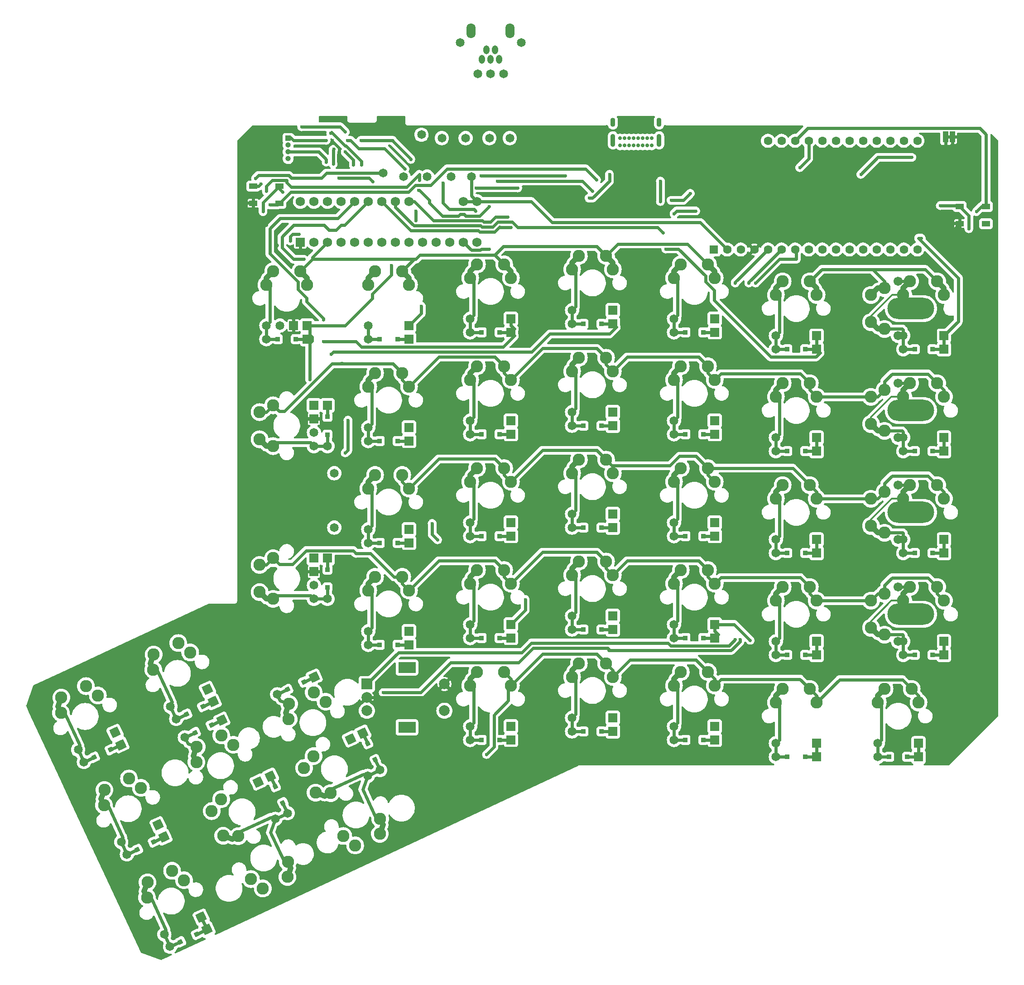
<source format=gbl>
%TF.GenerationSoftware,KiCad,Pcbnew,(6.0.1)*%
%TF.CreationDate,2022-02-21T20:26:07-06:00*%
%TF.ProjectId,ErgoDOX,4572676f-444f-4582-9e6b-696361645f70,rev?*%
%TF.SameCoordinates,Original*%
%TF.FileFunction,Copper,L2,Bot*%
%TF.FilePolarity,Positive*%
%FSLAX46Y46*%
G04 Gerber Fmt 4.6, Leading zero omitted, Abs format (unit mm)*
G04 Created by KiCad (PCBNEW (6.0.1)) date 2022-02-21 20:26:07*
%MOMM*%
%LPD*%
G01*
G04 APERTURE LIST*
G04 Aperture macros list*
%AMRotRect*
0 Rectangle, with rotation*
0 The origin of the aperture is its center*
0 $1 length*
0 $2 width*
0 $3 Rotation angle, in degrees counterclockwise*
0 Add horizontal line*
21,1,$1,$2,0,0,$3*%
G04 Aperture macros list end*
%TA.AperFunction,EtchedComponent*%
%ADD10C,0.609600*%
%TD*%
%TA.AperFunction,ComponentPad*%
%ADD11C,2.286000*%
%TD*%
%TA.AperFunction,ComponentPad*%
%ADD12C,1.651000*%
%TD*%
%TA.AperFunction,ComponentPad*%
%ADD13R,1.651000X1.651000*%
%TD*%
%TA.AperFunction,SMDPad,CuDef*%
%ADD14R,0.838200X0.838200*%
%TD*%
%TA.AperFunction,ComponentPad*%
%ADD15C,2.280920*%
%TD*%
%TA.AperFunction,ComponentPad*%
%ADD16C,2.283460*%
%TD*%
%TA.AperFunction,ComponentPad*%
%ADD17C,1.701800*%
%TD*%
%TA.AperFunction,ComponentPad*%
%ADD18O,8.750300X3.987800*%
%TD*%
%TA.AperFunction,ComponentPad*%
%ADD19RotRect,1.651000X1.651000X115.000000*%
%TD*%
%TA.AperFunction,SMDPad,CuDef*%
%ADD20RotRect,0.838200X0.838200X115.000000*%
%TD*%
%TA.AperFunction,ComponentPad*%
%ADD21RotRect,1.651000X1.651000X25.000000*%
%TD*%
%TA.AperFunction,SMDPad,CuDef*%
%ADD22RotRect,0.838200X0.838200X25.000000*%
%TD*%
%TA.AperFunction,ComponentPad*%
%ADD23O,1.143000X1.651000*%
%TD*%
%TA.AperFunction,ComponentPad*%
%ADD24O,1.701800X2.794000*%
%TD*%
%TA.AperFunction,ComponentPad*%
%ADD25C,0.800000*%
%TD*%
%TA.AperFunction,ComponentPad*%
%ADD26R,1.000000X1.000000*%
%TD*%
%TA.AperFunction,ComponentPad*%
%ADD27O,1.000000X1.000000*%
%TD*%
%TA.AperFunction,ComponentPad*%
%ADD28R,1.600000X1.600000*%
%TD*%
%TA.AperFunction,ComponentPad*%
%ADD29C,1.600000*%
%TD*%
%TA.AperFunction,ComponentPad*%
%ADD30R,2.000000X2.000000*%
%TD*%
%TA.AperFunction,ComponentPad*%
%ADD31C,2.000000*%
%TD*%
%TA.AperFunction,ComponentPad*%
%ADD32R,3.200000X2.000000*%
%TD*%
%TA.AperFunction,ComponentPad*%
%ADD33C,0.700000*%
%TD*%
%TA.AperFunction,ComponentPad*%
%ADD34O,0.900000X1.700000*%
%TD*%
%TA.AperFunction,ComponentPad*%
%ADD35O,0.900000X2.400000*%
%TD*%
%TA.AperFunction,ComponentPad*%
%ADD36R,1.752600X1.752600*%
%TD*%
%TA.AperFunction,ComponentPad*%
%ADD37C,1.752600*%
%TD*%
%TA.AperFunction,SMDPad,CuDef*%
%ADD38R,1.016000X2.032000*%
%TD*%
%TA.AperFunction,SMDPad,CuDef*%
%ADD39R,1.500000X1.000000*%
%TD*%
%TA.AperFunction,ViaPad*%
%ADD40C,0.609600*%
%TD*%
%TA.AperFunction,Conductor*%
%ADD41C,0.600000*%
%TD*%
%TA.AperFunction,Conductor*%
%ADD42C,0.609600*%
%TD*%
%TA.AperFunction,Conductor*%
%ADD43C,1.016000*%
%TD*%
%TA.AperFunction,Conductor*%
%ADD44C,0.300000*%
%TD*%
G04 APERTURE END LIST*
D10*
%TO.C,SW1:13*%
X188353700Y-150822660D02*
X190500000Y-150822660D01*
X182880000Y-150822660D02*
X185026300Y-150822660D01*
%TO.C,SW1:10*%
X131203700Y-146050000D02*
X133350000Y-146050000D01*
X125730000Y-146050000D02*
X127876300Y-146050000D01*
%TO.C,SW1:9*%
X112153700Y-147647660D02*
X114300000Y-147647660D01*
X106680000Y-147647660D02*
X108826300Y-147647660D01*
%TO.C,SW2:13*%
X187642500Y-131772660D02*
X189788800Y-131772660D01*
X193116200Y-131772660D02*
X195262500Y-131772660D01*
%TO.C,SW2:10*%
X125730000Y-127000000D02*
X127876300Y-127000000D01*
X131203700Y-127000000D02*
X133350000Y-127000000D01*
%TO.C,SW2:9*%
X112153700Y-128597660D02*
X114300000Y-128597660D01*
X106680000Y-128597660D02*
X108826300Y-128597660D01*
%TO.C,SW2:7*%
X80010000Y-121295160D02*
X80010000Y-119148860D01*
X80010000Y-115821460D02*
X80010000Y-113675160D01*
%TO.C,SW3:13*%
X187642500Y-112722660D02*
X189788800Y-112722660D01*
X193116200Y-112722660D02*
X195262500Y-112722660D01*
%TO.C,SW3:11*%
X144780000Y-109547660D02*
X146926300Y-109547660D01*
X150253700Y-109547660D02*
X152400000Y-109547660D01*
%TO.C,SW3:10*%
X125730000Y-107950000D02*
X127876300Y-107950000D01*
X131203700Y-107950000D02*
X133350000Y-107950000D01*
%TO.C,SW3:9*%
X112153700Y-109547660D02*
X114300000Y-109547660D01*
X106680000Y-109547660D02*
X108826300Y-109547660D01*
%TO.C,SW3:8*%
X87630000Y-110817660D02*
X89776300Y-110817660D01*
X93103700Y-110817660D02*
X95250000Y-110817660D01*
%TO.C,SW4:13*%
X193116200Y-93672660D02*
X195262500Y-93672660D01*
X187642500Y-93672660D02*
X189788800Y-93672660D01*
%TO.C,SW4:12*%
X163830000Y-93672660D02*
X165976300Y-93672660D01*
X169303700Y-93672660D02*
X171450000Y-93672660D01*
%TO.C,SW4:11*%
X144780000Y-90497660D02*
X146926300Y-90497660D01*
X150253700Y-90497660D02*
X152400000Y-90497660D01*
%TO.C,SW4:10*%
X131203700Y-88900000D02*
X133350000Y-88900000D01*
X125730000Y-88900000D02*
X127876300Y-88900000D01*
%TO.C,SW4:9*%
X112153700Y-90497660D02*
X114300000Y-90497660D01*
X106680000Y-90497660D02*
X108826300Y-90497660D01*
%TO.C,SW4:8*%
X87630000Y-91767660D02*
X89776300Y-91767660D01*
X93103700Y-91767660D02*
X95250000Y-91767660D01*
%TO.C,SW4:7*%
X80010000Y-87246460D02*
X80010000Y-85100160D01*
X80010000Y-92720160D02*
X80010000Y-90573860D01*
%TO.C,SW0:10*%
X87505815Y-148337305D02*
X86598750Y-146392096D01*
X89819101Y-153298162D02*
X88912035Y-151352953D01*
%TO.C,SW0:12*%
X55528175Y-184002955D02*
X57473384Y-183095890D01*
X50567318Y-186316241D02*
X52512527Y-185409175D01*
%TO.C,SW0:11*%
X70241435Y-156389105D02*
X69334370Y-154443896D01*
X72554721Y-161349962D02*
X71647655Y-159404753D01*
%TO.C,SW0:9*%
X42515518Y-169049321D02*
X44460727Y-168142255D01*
X47476375Y-166736035D02*
X49421584Y-165828970D01*
%TO.C,SW0:7*%
X34466258Y-151784941D02*
X36411467Y-150877875D01*
X39427115Y-149471655D02*
X41372324Y-148564590D01*
%TO.C,SW1:11*%
X150253700Y-147647660D02*
X152400000Y-147647660D01*
X144780000Y-147647660D02*
X146926300Y-147647660D01*
%TO.C,SW0:8*%
X56691495Y-141422395D02*
X58636704Y-140515330D01*
X51730638Y-143735681D02*
X53675847Y-142828615D01*
%TO.C,SW5:13*%
X193116200Y-74625200D02*
X195262500Y-74625200D01*
X187642500Y-74625200D02*
X189788800Y-74625200D01*
%TO.C,SW5:9*%
X106680000Y-71447660D02*
X108826300Y-71447660D01*
X112153700Y-71447660D02*
X114300000Y-71447660D01*
%TO.C,SW5:10*%
X125730000Y-69850000D02*
X127876300Y-69850000D01*
X131203700Y-69850000D02*
X133350000Y-69850000D01*
%TO.C,SW5:11*%
X144780000Y-71447660D02*
X146926300Y-71447660D01*
X150253700Y-71447660D02*
X152400000Y-71447660D01*
%TO.C,SW5:12*%
X169303700Y-74625200D02*
X171450000Y-74625200D01*
X163830000Y-74625200D02*
X165976300Y-74625200D01*
%TO.C,SW5:8*%
X93103700Y-72720200D02*
X95250000Y-72720200D01*
X87630000Y-72720200D02*
X89776300Y-72720200D01*
%TO.C,SW5:7*%
X68580000Y-72720200D02*
X70726300Y-72720200D01*
X74053700Y-72720200D02*
X76200000Y-72720200D01*
%TO.C,SW2:11*%
X150253700Y-128597660D02*
X152400000Y-128597660D01*
X144780000Y-128597660D02*
X146926300Y-128597660D01*
%TO.C,SW2:8*%
X93103700Y-129867660D02*
X95250000Y-129867660D01*
X87630000Y-129867660D02*
X89776300Y-129867660D01*
%TO.C,SW3:12*%
X163830000Y-112722660D02*
X165976300Y-112722660D01*
X169303700Y-112722660D02*
X171450000Y-112722660D01*
%TO.C,SW2:12*%
X163830000Y-131772660D02*
X165976300Y-131772660D01*
X169303700Y-131772660D02*
X171450000Y-131772660D01*
%TO.C,SW1:12*%
X163830000Y-150822660D02*
X165976300Y-150822660D01*
X169303700Y-150822660D02*
X171450000Y-150822660D01*
%TO.C,D1:8*%
X70605747Y-139135936D02*
X72550956Y-138228870D01*
X75566604Y-136822650D02*
X77511813Y-135915584D01*
%TO.C,D1:7*%
X53341367Y-147187736D02*
X55286576Y-146280670D01*
X58302224Y-144874450D02*
X60247433Y-143967384D01*
%TD*%
D11*
%TO.P,SW1:13,1,1*%
%TO.N,/ROW1*%
X190500000Y-140662660D03*
X189230000Y-138122660D03*
%TO.P,SW1:13,2,2*%
%TO.N,Net-(SW1:13-Pad2)*%
X184150000Y-138122660D03*
X182880000Y-140662660D03*
D12*
%TO.P,SW1:13,3,A*%
X182880000Y-148282660D03*
X182880000Y-150822660D03*
D13*
%TO.P,SW1:13,4,K*%
%TO.N,/COL0*%
X190500000Y-148282660D03*
X190500000Y-150822660D03*
D14*
%TO.P,SW1:13,99*%
%TO.N,N/C*%
X185026300Y-150822660D03*
X188353700Y-150822660D03*
%TD*%
D11*
%TO.P,SW1:10,1,1*%
%TO.N,/ROW1*%
X132080000Y-133350000D03*
X133350000Y-135890000D03*
%TO.P,SW1:10,2,2*%
%TO.N,Net-(SW1:10-Pad2)*%
X127000000Y-133350000D03*
X125730000Y-135890000D03*
D12*
%TO.P,SW1:10,3,A*%
X125730000Y-146050000D03*
X125730000Y-143510000D03*
D13*
%TO.P,SW1:10,4,K*%
%TO.N,/COL3*%
X133350000Y-146050000D03*
X133350000Y-143510000D03*
D14*
%TO.P,SW1:10,99*%
%TO.N,N/C*%
X127876300Y-146050000D03*
X131203700Y-146050000D03*
%TD*%
D11*
%TO.P,SW1:9,1,1*%
%TO.N,/ROW1*%
X113030000Y-134947660D03*
X114300000Y-137487660D03*
%TO.P,SW1:9,2,2*%
%TO.N,Net-(SW1:9-Pad2)*%
X107950000Y-134947660D03*
X106680000Y-137487660D03*
D12*
%TO.P,SW1:9,3,A*%
X106680000Y-145107660D03*
X106680000Y-147647660D03*
D13*
%TO.P,SW1:9,4,K*%
%TO.N,/COL4*%
X114300000Y-147647660D03*
X114300000Y-145107660D03*
D14*
%TO.P,SW1:9,99*%
%TO.N,N/C*%
X108826300Y-147647660D03*
X112153700Y-147647660D03*
%TD*%
D15*
%TO.P,SW2:13,1,1*%
%TO.N,/ROW2*%
X181610000Y-121612660D03*
D11*
X193992500Y-119072660D03*
D15*
X184150000Y-120342660D03*
D16*
X195262500Y-121612660D03*
D15*
%TO.P,SW2:13,2,2*%
%TO.N,Net-(SW2:13-Pad2)*%
X184150000Y-127962660D03*
D17*
X186690000Y-119072660D03*
D11*
X188912500Y-119072660D03*
D18*
X189069980Y-124152660D03*
D11*
X187642500Y-121612660D03*
D15*
X181610000Y-126692660D03*
D17*
%TO.P,SW2:13,3,A*%
X186690000Y-129232660D03*
D12*
X187642500Y-131772660D03*
X187642500Y-129232660D03*
D13*
%TO.P,SW2:13,4,K*%
%TO.N,/COL0*%
X195262500Y-131772660D03*
X195262500Y-129232660D03*
D14*
%TO.P,SW2:13,99*%
%TO.N,N/C*%
X193116200Y-131772660D03*
X189788800Y-131772660D03*
%TD*%
D11*
%TO.P,SW2:10,1,1*%
%TO.N,/ROW2*%
X132080000Y-114300000D03*
X133350000Y-116840000D03*
%TO.P,SW2:10,2,2*%
%TO.N,Net-(SW2:10-Pad2)*%
X127000000Y-114300000D03*
X125730000Y-116840000D03*
D12*
%TO.P,SW2:10,3,A*%
X125730000Y-127000000D03*
X125730000Y-124460000D03*
D13*
%TO.P,SW2:10,4,K*%
%TO.N,/COL3*%
X133350000Y-124460000D03*
X133350000Y-127000000D03*
D14*
%TO.P,SW2:10,99*%
%TO.N,N/C*%
X127876300Y-127000000D03*
X131203700Y-127000000D03*
%TD*%
D11*
%TO.P,SW2:9,1,1*%
%TO.N,/ROW2*%
X113030000Y-115897660D03*
X114300000Y-118437660D03*
%TO.P,SW2:9,2,2*%
%TO.N,Net-(SW2:9-Pad2)*%
X107950000Y-115897660D03*
X106680000Y-118437660D03*
D12*
%TO.P,SW2:9,3,A*%
X106680000Y-128597660D03*
X106680000Y-126057660D03*
D13*
%TO.P,SW2:9,4,K*%
%TO.N,/COL4*%
X114300000Y-126057660D03*
X114300000Y-128597660D03*
D14*
%TO.P,SW2:9,99*%
%TO.N,N/C*%
X112153700Y-128597660D03*
X108826300Y-128597660D03*
%TD*%
D11*
%TO.P,SW2:7,1,1*%
%TO.N,/ROW2*%
X69850000Y-113675160D03*
X67310000Y-114945160D03*
%TO.P,SW2:7,2,2*%
%TO.N,Net-(SW2:7-Pad2)*%
X69850000Y-121295160D03*
X67310000Y-120025160D03*
D12*
%TO.P,SW2:7,3,A*%
X77470000Y-121295160D03*
X80010000Y-121295160D03*
D13*
%TO.P,SW2:7,4,K*%
%TO.N,/COL6*%
X77470000Y-113675160D03*
X80010000Y-113675160D03*
D14*
%TO.P,SW2:7,99*%
%TO.N,N/C*%
X80010000Y-115821460D03*
X80010000Y-119148860D03*
%TD*%
D15*
%TO.P,SW3:13,1,1*%
%TO.N,/ROW3*%
X184150000Y-101292660D03*
D11*
X193992500Y-100022660D03*
D15*
X181610000Y-102562660D03*
D16*
X195262500Y-102562660D03*
D15*
%TO.P,SW3:13,2,2*%
%TO.N,Net-(SW3:13-Pad2)*%
X181610000Y-107642660D03*
D11*
X187642500Y-102562660D03*
D18*
X189069980Y-105102660D03*
D17*
X186690000Y-100022660D03*
D11*
X188912500Y-100022660D03*
D15*
X184150000Y-108912660D03*
D12*
%TO.P,SW3:13,3,A*%
X187642500Y-112722660D03*
X187642500Y-110182660D03*
D17*
X186690000Y-110182660D03*
D13*
%TO.P,SW3:13,4,K*%
%TO.N,/COL0*%
X195262500Y-110182660D03*
X195262500Y-112722660D03*
D14*
%TO.P,SW3:13,99*%
%TO.N,N/C*%
X189788800Y-112722660D03*
X193116200Y-112722660D03*
%TD*%
D11*
%TO.P,SW3:11,1,1*%
%TO.N,/ROW3*%
X152400000Y-99387660D03*
X151130000Y-96847660D03*
%TO.P,SW3:11,2,2*%
%TO.N,Net-(SW3:11-Pad2)*%
X146050000Y-96847660D03*
X144780000Y-99387660D03*
D12*
%TO.P,SW3:11,3,A*%
X144780000Y-107007660D03*
X144780000Y-109547660D03*
D13*
%TO.P,SW3:11,4,K*%
%TO.N,/COL2*%
X152400000Y-107007660D03*
X152400000Y-109547660D03*
D14*
%TO.P,SW3:11,99*%
%TO.N,N/C*%
X146926300Y-109547660D03*
X150253700Y-109547660D03*
%TD*%
D11*
%TO.P,SW3:10,1,1*%
%TO.N,/ROW3*%
X133350000Y-97790000D03*
X132080000Y-95250000D03*
%TO.P,SW3:10,2,2*%
%TO.N,Net-(SW3:10-Pad2)*%
X127000000Y-95250000D03*
X125730000Y-97790000D03*
D12*
%TO.P,SW3:10,3,A*%
X125730000Y-105410000D03*
X125730000Y-107950000D03*
D13*
%TO.P,SW3:10,4,K*%
%TO.N,/COL3*%
X133350000Y-107950000D03*
X133350000Y-105410000D03*
D14*
%TO.P,SW3:10,99*%
%TO.N,N/C*%
X131203700Y-107950000D03*
X127876300Y-107950000D03*
%TD*%
D11*
%TO.P,SW3:9,1,1*%
%TO.N,/ROW3*%
X113030000Y-96847660D03*
X114300000Y-99387660D03*
%TO.P,SW3:9,2,2*%
%TO.N,Net-(SW3:9-Pad2)*%
X107950000Y-96847660D03*
X106680000Y-99387660D03*
D12*
%TO.P,SW3:9,3,A*%
X106680000Y-109547660D03*
X106680000Y-107007660D03*
D13*
%TO.P,SW3:9,4,K*%
%TO.N,/COL4*%
X114300000Y-109547660D03*
X114300000Y-107007660D03*
D14*
%TO.P,SW3:9,99*%
%TO.N,N/C*%
X112153700Y-109547660D03*
X108826300Y-109547660D03*
%TD*%
D11*
%TO.P,SW3:8,1,1*%
%TO.N,/ROW3*%
X95250000Y-100657660D03*
X93980000Y-98117660D03*
%TO.P,SW3:8,2,2*%
%TO.N,Net-(SW3:8-Pad2)*%
X88900000Y-98117660D03*
X87630000Y-100657660D03*
D12*
%TO.P,SW3:8,3,A*%
X87630000Y-108277660D03*
X87630000Y-110817660D03*
D13*
%TO.P,SW3:8,4,K*%
%TO.N,/COL5*%
X95250000Y-108277660D03*
X95250000Y-110817660D03*
D14*
%TO.P,SW3:8,99*%
%TO.N,N/C*%
X93103700Y-110817660D03*
X89776300Y-110817660D03*
%TD*%
D15*
%TO.P,SW4:13,1,1*%
%TO.N,/ROW4*%
X181610000Y-83512660D03*
D16*
X195262500Y-83512660D03*
D15*
X184150000Y-82242660D03*
D11*
X193992500Y-80972660D03*
D17*
%TO.P,SW4:13,2,2*%
%TO.N,Net-(SW4:13-Pad2)*%
X186690000Y-80972660D03*
D15*
X181610000Y-88592660D03*
D18*
X189069980Y-86052660D03*
D15*
X184150000Y-89862660D03*
D11*
X187642500Y-83512660D03*
X188912500Y-80972660D03*
D17*
%TO.P,SW4:13,3,A*%
X186690000Y-91132660D03*
D12*
X187642500Y-91132660D03*
X187642500Y-93672660D03*
D13*
%TO.P,SW4:13,4,K*%
%TO.N,/COL0*%
X195262500Y-93672660D03*
X195262500Y-91132660D03*
D14*
%TO.P,SW4:13,99*%
%TO.N,N/C*%
X189788800Y-93672660D03*
X193116200Y-93672660D03*
%TD*%
D11*
%TO.P,SW4:12,1,1*%
%TO.N,/ROW4*%
X171450000Y-83512660D03*
X170180000Y-80972660D03*
%TO.P,SW4:12,2,2*%
%TO.N,Net-(SW4:12-Pad2)*%
X165100000Y-80972660D03*
X163830000Y-83512660D03*
D12*
%TO.P,SW4:12,3,A*%
X163830000Y-91132660D03*
X163830000Y-93672660D03*
D13*
%TO.P,SW4:12,4,K*%
%TO.N,/COL1*%
X171450000Y-93672660D03*
X171450000Y-91132660D03*
D14*
%TO.P,SW4:12,99*%
%TO.N,N/C*%
X165976300Y-93672660D03*
X169303700Y-93672660D03*
%TD*%
D11*
%TO.P,SW4:11,1,1*%
%TO.N,/ROW4*%
X152400000Y-80337660D03*
X151130000Y-77797660D03*
%TO.P,SW4:11,2,2*%
%TO.N,Net-(SW4:11-Pad2)*%
X144780000Y-80337660D03*
X146050000Y-77797660D03*
D12*
%TO.P,SW4:11,3,A*%
X144780000Y-90497660D03*
X144780000Y-87957660D03*
D13*
%TO.P,SW4:11,4,K*%
%TO.N,/COL2*%
X152400000Y-90497660D03*
X152400000Y-87957660D03*
D14*
%TO.P,SW4:11,99*%
%TO.N,N/C*%
X146926300Y-90497660D03*
X150253700Y-90497660D03*
%TD*%
D11*
%TO.P,SW4:10,1,1*%
%TO.N,/ROW4*%
X133350000Y-78740000D03*
X132080000Y-76200000D03*
%TO.P,SW4:10,2,2*%
%TO.N,Net-(SW4:10-Pad2)*%
X127000000Y-76200000D03*
X125730000Y-78740000D03*
D12*
%TO.P,SW4:10,3,A*%
X125730000Y-88900000D03*
X125730000Y-86360000D03*
D13*
%TO.P,SW4:10,4,K*%
%TO.N,/COL3*%
X133350000Y-86360000D03*
X133350000Y-88900000D03*
D14*
%TO.P,SW4:10,99*%
%TO.N,N/C*%
X127876300Y-88900000D03*
X131203700Y-88900000D03*
%TD*%
D11*
%TO.P,SW4:9,1,1*%
%TO.N,/ROW4*%
X114300000Y-80337660D03*
X113030000Y-77797660D03*
%TO.P,SW4:9,2,2*%
%TO.N,Net-(SW4:9-Pad2)*%
X106680000Y-80337660D03*
X107950000Y-77797660D03*
D12*
%TO.P,SW4:9,3,A*%
X106680000Y-87957660D03*
X106680000Y-90497660D03*
D13*
%TO.P,SW4:9,4,K*%
%TO.N,/COL4*%
X114300000Y-87957660D03*
X114300000Y-90497660D03*
D14*
%TO.P,SW4:9,99*%
%TO.N,N/C*%
X112153700Y-90497660D03*
X108826300Y-90497660D03*
%TD*%
D11*
%TO.P,SW4:8,1,1*%
%TO.N,/ROW4*%
X95250000Y-81607660D03*
X93980000Y-79067660D03*
%TO.P,SW4:8,2,2*%
%TO.N,Net-(SW4:8-Pad2)*%
X88900000Y-79067660D03*
X87630000Y-81607660D03*
D12*
%TO.P,SW4:8,3,A*%
X87630000Y-91767660D03*
X87630000Y-89227660D03*
D13*
%TO.P,SW4:8,4,K*%
%TO.N,/COL5*%
X95250000Y-91767660D03*
X95250000Y-89227660D03*
D14*
%TO.P,SW4:8,99*%
%TO.N,N/C*%
X93103700Y-91767660D03*
X89776300Y-91767660D03*
%TD*%
D11*
%TO.P,SW4:7,1,1*%
%TO.N,/ROW4*%
X67310000Y-86370160D03*
X69850000Y-85100160D03*
%TO.P,SW4:7,2,2*%
%TO.N,Net-(SW4:7-Pad2)*%
X67310000Y-91450160D03*
X69850000Y-92720160D03*
D12*
%TO.P,SW4:7,3,A*%
X80010000Y-92720160D03*
X77470000Y-92720160D03*
D13*
%TO.P,SW4:7,4,K*%
%TO.N,/COL6*%
X80010000Y-85100160D03*
X77470000Y-85100160D03*
D14*
%TO.P,SW4:7,99*%
%TO.N,N/C*%
X80010000Y-90573860D03*
X80010000Y-87246460D03*
%TD*%
D11*
%TO.P,SW0:10,1,1*%
%TO.N,/ROW0*%
X75625366Y-152910359D03*
X77390663Y-150685898D03*
%TO.P,SW0:10,2,2*%
%TO.N,Net-(SW0:10-Pad2)*%
X80611014Y-157591963D03*
X77772267Y-157514403D03*
D12*
%TO.P,SW0:10,3,A*%
X89819101Y-153298162D03*
X87517079Y-154371612D03*
D19*
%TO.P,SW0:10,4,K*%
%TO.N,/COL3*%
X84296728Y-147465547D03*
X86598750Y-146392096D03*
D20*
%TO.P,SW0:10,99*%
%TO.N,N/C*%
X88912035Y-151352953D03*
X87505815Y-148337305D03*
%TD*%
D11*
%TO.P,SW0:12,1,1*%
%TO.N,/ROW0*%
X50955121Y-172122506D03*
X53179582Y-173887803D03*
%TO.P,SW0:12,2,2*%
%TO.N,Net-(SW0:12-Pad2)*%
X46351077Y-174269407D03*
X46273517Y-177108154D03*
D12*
%TO.P,SW0:12,3,A*%
X50567318Y-186316241D03*
X49493868Y-184014219D03*
D21*
%TO.P,SW0:12,4,K*%
%TO.N,/COL1*%
X57473384Y-183095890D03*
X56399933Y-180793868D03*
D22*
%TO.P,SW0:12,99*%
%TO.N,N/C*%
X55528175Y-184002955D03*
X52512527Y-185409175D03*
%TD*%
D11*
%TO.P,SW0:11,1,1*%
%TO.N,/ROW0*%
X60126283Y-158737698D03*
X58360986Y-160962159D03*
%TO.P,SW0:11,2,2*%
%TO.N,Net-(SW0:11-Pad2)*%
X63346634Y-165643763D03*
X60507887Y-165566203D03*
D12*
%TO.P,SW0:11,3,A*%
X72554721Y-161349962D03*
X70252699Y-162423412D03*
D19*
%TO.P,SW0:11,4,K*%
%TO.N,/COL2*%
X67032348Y-155517347D03*
X69334370Y-154443896D03*
D20*
%TO.P,SW0:11,99*%
%TO.N,N/C*%
X70241435Y-156389105D03*
X71647655Y-159404753D03*
%TD*%
D11*
%TO.P,SW0:9,1,1*%
%TO.N,/ROW0*%
X42903321Y-154855586D03*
X45127782Y-156620883D03*
%TO.P,SW0:9,2,2*%
%TO.N,Net-(SW0:9-Pad2)*%
X38221717Y-159841234D03*
X38299277Y-157002487D03*
D12*
%TO.P,SW0:9,3,A*%
X41442068Y-166747299D03*
X42515518Y-169049321D03*
D21*
%TO.P,SW0:9,4,K*%
%TO.N,/COL4*%
X48348133Y-163526948D03*
X49421584Y-165828970D03*
D22*
%TO.P,SW0:9,99*%
%TO.N,N/C*%
X44460727Y-168142255D03*
X47476375Y-166736035D03*
%TD*%
D11*
%TO.P,SW0:7,1,1*%
%TO.N,/ROW0*%
X37078522Y-139356503D03*
X34854061Y-137591206D03*
%TO.P,SW0:7,2,2*%
%TO.N,Net-(SW0:7-Pad2)*%
X30250017Y-139738107D03*
X30172457Y-142576854D03*
D12*
%TO.P,SW0:7,3,A*%
X34466258Y-151784941D03*
X33392808Y-149482919D03*
D21*
%TO.P,SW0:7,4,K*%
%TO.N,/COL6*%
X41372324Y-148564590D03*
X40298873Y-146262568D03*
D22*
%TO.P,SW0:7,99*%
%TO.N,N/C*%
X36411467Y-150877875D03*
X39427115Y-149471655D03*
%TD*%
D11*
%TO.P,SW1:11,1,1*%
%TO.N,/ROW1*%
X152400000Y-137487660D03*
X151130000Y-134947660D03*
%TO.P,SW1:11,2,2*%
%TO.N,Net-(SW1:11-Pad2)*%
X144780000Y-137487660D03*
X146050000Y-134947660D03*
D12*
%TO.P,SW1:11,3,A*%
X144780000Y-147647660D03*
X144780000Y-145107660D03*
D13*
%TO.P,SW1:11,4,K*%
%TO.N,/COL2*%
X152400000Y-147647660D03*
X152400000Y-145107660D03*
D14*
%TO.P,SW1:11,99*%
%TO.N,N/C*%
X146926300Y-147647660D03*
X150253700Y-147647660D03*
%TD*%
D11*
%TO.P,SW0:8,1,1*%
%TO.N,/ROW0*%
X54342902Y-131307243D03*
X52118441Y-129541946D03*
%TO.P,SW0:8,2,2*%
%TO.N,Net-(SW0:8-Pad2)*%
X47514397Y-131688847D03*
X47436837Y-134527594D03*
D12*
%TO.P,SW0:8,3,A*%
X51730638Y-143735681D03*
X50657188Y-141433659D03*
D21*
%TO.P,SW0:8,4,K*%
%TO.N,/COL5*%
X58636704Y-140515330D03*
X57563253Y-138213308D03*
D22*
%TO.P,SW0:8,99*%
%TO.N,N/C*%
X56691495Y-141422395D03*
X53675847Y-142828615D03*
%TD*%
D12*
%TO.P,LED_C1,1,A*%
%TO.N,Net-(LED_C1-Pad1)*%
X77470000Y-118755160D03*
D13*
%TO.P,LED_C1,2,K*%
%TO.N,GND*%
X77470000Y-116215160D03*
%TD*%
D12*
%TO.P,LED_B1,1,A*%
%TO.N,Net-(LED_B1-Pad1)*%
X77470000Y-90180160D03*
D13*
%TO.P,LED_B1,2,K*%
%TO.N,GND*%
X77470000Y-87640160D03*
%TD*%
D12*
%TO.P,LED_A1,1,A*%
%TO.N,Net-(LED_A1-Pad1)*%
X71120000Y-70180200D03*
D13*
%TO.P,LED_A1,2,K*%
%TO.N,GND*%
X73660000Y-70180200D03*
%TD*%
D12*
%TO.P,RC1,1*%
%TO.N,/LED_C*%
X105827102Y-35142898D03*
%TO.P,RC1,2*%
%TO.N,Net-(LED_C1-Pad1)*%
X98642898Y-42327102D03*
%TD*%
%TO.P,RA1,1*%
%TO.N,/LED_A*%
X97572102Y-34507898D03*
%TO.P,RA1,2*%
%TO.N,Net-(LED_A1-Pad1)*%
X90387898Y-41692102D03*
%TD*%
%TO.P,RB1,1*%
%TO.N,/LED_B*%
X101382102Y-35142898D03*
%TO.P,RB1,2*%
%TO.N,Net-(LED_B1-Pad1)*%
X94197898Y-42327102D03*
%TD*%
%TO.P,R1,1*%
%TO.N,+3V3*%
X106897898Y-42327102D03*
%TO.P,R1,2*%
%TO.N,/SDA*%
X114082102Y-35142898D03*
%TD*%
%TO.P,R2,1*%
%TO.N,+3V3*%
X103087898Y-42327102D03*
%TO.P,R2,2*%
%TO.N,/SCL*%
X110272102Y-35142898D03*
%TD*%
D23*
%TO.P,J1,1*%
%TO.N,Net-(J1-Pad1)*%
X112090200Y-20408900D03*
D12*
X112903000Y-23114000D03*
D23*
%TO.P,J1,2*%
%TO.N,Net-(J1-Pad2)*%
X111290100Y-18661380D03*
D12*
X116205000Y-17272000D03*
%TO.P,J1,3*%
%TO.N,Net-(J1-Pad3)*%
X110490000Y-23114000D03*
D23*
X110490000Y-20408900D03*
%TO.P,J1,4*%
%TO.N,Net-(J1-Pad4)*%
X109689900Y-18661380D03*
D12*
X104775000Y-17272000D03*
D23*
%TO.P,J1,5*%
%TO.N,Net-(J1-Pad5)*%
X108889800Y-20408900D03*
D12*
X108077000Y-23114000D03*
D24*
%TO.P,J1,6*%
%TO.N,GND*%
X106842560Y-15085060D03*
X114137440Y-15085060D03*
%TD*%
D16*
%TO.P,SW5:13,1,1*%
%TO.N,/ROW5*%
X195262500Y-64465200D03*
D15*
X181610000Y-64465200D03*
X184150000Y-63195200D03*
D11*
X193992500Y-61925200D03*
%TO.P,SW5:13,2,2*%
%TO.N,Net-(SW5:13-Pad2)*%
X187642500Y-64465200D03*
D17*
X186690000Y-61925200D03*
D15*
X184150000Y-70815200D03*
D18*
X189069980Y-67005200D03*
D11*
X188912500Y-61925200D03*
D15*
X181610000Y-69545200D03*
D17*
%TO.P,SW5:13,3,A*%
X186690000Y-72085200D03*
D12*
X187642500Y-72085200D03*
X187642500Y-74625200D03*
D13*
%TO.P,SW5:13,4,K*%
%TO.N,/COL0*%
X195262500Y-74625200D03*
X195262500Y-72085200D03*
D14*
%TO.P,SW5:13,99*%
%TO.N,N/C*%
X193116200Y-74625200D03*
X189788800Y-74625200D03*
%TD*%
D11*
%TO.P,SW5:9,1,1*%
%TO.N,/ROW5*%
X114300000Y-61287660D03*
X113030000Y-58747660D03*
%TO.P,SW5:9,2,2*%
%TO.N,Net-(SW5:9-Pad2)*%
X107950000Y-58747660D03*
X106680000Y-61287660D03*
D12*
%TO.P,SW5:9,3,A*%
X106680000Y-71447660D03*
X106680000Y-68907660D03*
D13*
%TO.P,SW5:9,4,K*%
%TO.N,/COL4*%
X114300000Y-68907660D03*
X114300000Y-71447660D03*
D14*
%TO.P,SW5:9,99*%
%TO.N,N/C*%
X112153700Y-71447660D03*
X108826300Y-71447660D03*
%TD*%
D11*
%TO.P,SW5:10,1,1*%
%TO.N,/ROW5*%
X132080000Y-57150000D03*
X133350000Y-59690000D03*
%TO.P,SW5:10,2,2*%
%TO.N,Net-(SW5:10-Pad2)*%
X125730000Y-59690000D03*
X127000000Y-57150000D03*
D12*
%TO.P,SW5:10,3,A*%
X125730000Y-67310000D03*
X125730000Y-69850000D03*
D13*
%TO.P,SW5:10,4,K*%
%TO.N,/COL3*%
X133350000Y-69850000D03*
X133350000Y-67310000D03*
D14*
%TO.P,SW5:10,99*%
%TO.N,N/C*%
X131203700Y-69850000D03*
X127876300Y-69850000D03*
%TD*%
D11*
%TO.P,SW5:11,1,1*%
%TO.N,/ROW5*%
X151130000Y-58747660D03*
X152400000Y-61287660D03*
%TO.P,SW5:11,2,2*%
%TO.N,Net-(SW5:11-Pad2)*%
X146050000Y-58747660D03*
X144780000Y-61287660D03*
D12*
%TO.P,SW5:11,3,A*%
X144780000Y-71447660D03*
X144780000Y-68907660D03*
D13*
%TO.P,SW5:11,4,K*%
%TO.N,/COL2*%
X152400000Y-71447660D03*
X152400000Y-68907660D03*
D14*
%TO.P,SW5:11,99*%
%TO.N,N/C*%
X150253700Y-71447660D03*
X146926300Y-71447660D03*
%TD*%
D11*
%TO.P,SW5:12,1,1*%
%TO.N,/ROW5*%
X171450000Y-64465200D03*
X170180000Y-61925200D03*
%TO.P,SW5:12,2,2*%
%TO.N,Net-(SW5:12-Pad2)*%
X165100000Y-61925200D03*
X163830000Y-64465200D03*
D12*
%TO.P,SW5:12,3,A*%
X163830000Y-72085200D03*
X163830000Y-74625200D03*
D13*
%TO.P,SW5:12,4,K*%
%TO.N,/COL1*%
X171450000Y-72085200D03*
X171450000Y-74625200D03*
D14*
%TO.P,SW5:12,99*%
%TO.N,N/C*%
X169303700Y-74625200D03*
X165976300Y-74625200D03*
%TD*%
D11*
%TO.P,SW5:8,1,1*%
%TO.N,/ROW5*%
X95250000Y-62560200D03*
X93980000Y-60020200D03*
%TO.P,SW5:8,2,2*%
%TO.N,Net-(SW5:8-Pad2)*%
X88900000Y-60020200D03*
X87630000Y-62560200D03*
D12*
%TO.P,SW5:8,3,A*%
X87630000Y-70180200D03*
X87630000Y-72720200D03*
D13*
%TO.P,SW5:8,4,K*%
%TO.N,/COL5*%
X95250000Y-72720200D03*
X95250000Y-70180200D03*
D14*
%TO.P,SW5:8,99*%
%TO.N,N/C*%
X89776300Y-72720200D03*
X93103700Y-72720200D03*
%TD*%
D11*
%TO.P,SW5:7,1,1*%
%TO.N,/ROW5*%
X74930000Y-60020200D03*
X76200000Y-62560200D03*
%TO.P,SW5:7,2,2*%
%TO.N,Net-(SW5:7-Pad2)*%
X68580000Y-62560200D03*
X69850000Y-60020200D03*
D12*
%TO.P,SW5:7,3,A*%
X68580000Y-70180200D03*
X68580000Y-72720200D03*
D13*
%TO.P,SW5:7,4,K*%
%TO.N,/COL6*%
X76200000Y-70180200D03*
X76200000Y-72720200D03*
D14*
%TO.P,SW5:7,99*%
%TO.N,N/C*%
X70726300Y-72720200D03*
X74053700Y-72720200D03*
%TD*%
D11*
%TO.P,SW2:11,1,1*%
%TO.N,/ROW2*%
X151130000Y-115897660D03*
X152400000Y-118437660D03*
%TO.P,SW2:11,2,2*%
%TO.N,Net-(SW2:11-Pad2)*%
X144780000Y-118437660D03*
X146050000Y-115897660D03*
D12*
%TO.P,SW2:11,3,A*%
X144780000Y-128597660D03*
X144780000Y-126057660D03*
D13*
%TO.P,SW2:11,4,K*%
%TO.N,/COL2*%
X152400000Y-128597660D03*
X152400000Y-126057660D03*
D14*
%TO.P,SW2:11,99*%
%TO.N,N/C*%
X146926300Y-128597660D03*
X150253700Y-128597660D03*
%TD*%
D11*
%TO.P,SW2:8,1,1*%
%TO.N,/ROW2*%
X95250000Y-119707660D03*
X93980000Y-117167660D03*
%TO.P,SW2:8,2,2*%
%TO.N,Net-(SW2:8-Pad2)*%
X87630000Y-119707660D03*
X88900000Y-117167660D03*
D12*
%TO.P,SW2:8,3,A*%
X87630000Y-127327660D03*
X87630000Y-129867660D03*
D13*
%TO.P,SW2:8,4,K*%
%TO.N,/COL5*%
X95250000Y-129867660D03*
X95250000Y-127327660D03*
D14*
%TO.P,SW2:8,99*%
%TO.N,N/C*%
X93103700Y-129867660D03*
X89776300Y-129867660D03*
%TD*%
D11*
%TO.P,SW3:12,1,1*%
%TO.N,/ROW3*%
X171450000Y-102562660D03*
X170180000Y-100022660D03*
%TO.P,SW3:12,2,2*%
%TO.N,Net-(SW3:12-Pad2)*%
X163830000Y-102562660D03*
X165100000Y-100022660D03*
D12*
%TO.P,SW3:12,3,A*%
X163830000Y-110182660D03*
X163830000Y-112722660D03*
D13*
%TO.P,SW3:12,4,K*%
%TO.N,/COL1*%
X171450000Y-112722660D03*
X171450000Y-110182660D03*
D14*
%TO.P,SW3:12,99*%
%TO.N,N/C*%
X169303700Y-112722660D03*
X165976300Y-112722660D03*
%TD*%
D11*
%TO.P,SW2:12,1,1*%
%TO.N,/ROW2*%
X171450000Y-121612660D03*
X170180000Y-119072660D03*
%TO.P,SW2:12,2,2*%
%TO.N,Net-(SW2:12-Pad2)*%
X165100000Y-119072660D03*
X163830000Y-121612660D03*
D12*
%TO.P,SW2:12,3,A*%
X163830000Y-129232660D03*
X163830000Y-131772660D03*
D13*
%TO.P,SW2:12,4,K*%
%TO.N,/COL1*%
X171450000Y-129232660D03*
X171450000Y-131772660D03*
D14*
%TO.P,SW2:12,99*%
%TO.N,N/C*%
X169303700Y-131772660D03*
X165976300Y-131772660D03*
%TD*%
D11*
%TO.P,SW1:12,1,1*%
%TO.N,/ROW1*%
X170180000Y-138122660D03*
X171450000Y-140662660D03*
%TO.P,SW1:12,2,2*%
%TO.N,Net-(SW1:12-Pad2)*%
X165100000Y-138122660D03*
X163830000Y-140662660D03*
D12*
%TO.P,SW1:12,3,A*%
X163830000Y-150822660D03*
X163830000Y-148282660D03*
D13*
%TO.P,SW1:12,4,K*%
%TO.N,/COL1*%
X171450000Y-150822660D03*
X171450000Y-148282660D03*
D14*
%TO.P,SW1:12,99*%
%TO.N,N/C*%
X169303700Y-150822660D03*
X165976300Y-150822660D03*
%TD*%
D11*
%TO.P,SX1:8,1,1*%
%TO.N,/ROW1*%
X77434621Y-138754526D03*
X79659082Y-140519823D03*
%TO.P,SX1:8,2,2*%
%TO.N,Net-(D1:8-Pad1)*%
X72753017Y-143740174D03*
X72830577Y-140901427D03*
%TD*%
%TO.P,SX1:7,1,1*%
%TO.N,/ROW1*%
X60170241Y-146806326D03*
X62394702Y-148571623D03*
%TO.P,SX1:7,2,2*%
%TO.N,Net-(D1:7-Pad1)*%
X55488637Y-151791974D03*
X55566197Y-148953227D03*
%TD*%
%TO.P,SX0:10,1,1*%
%TO.N,/ROW0*%
X82951718Y-165611137D03*
X85176179Y-167376434D03*
%TO.P,SX0:10,2,2*%
%TO.N,Net-(SW0:10-Pad2)*%
X89780223Y-165229533D03*
X89857783Y-162390786D03*
%TD*%
%TO.P,SX0:11,1,1*%
%TO.N,/ROW0*%
X65684798Y-173660397D03*
X67909259Y-175425694D03*
%TO.P,SX0:11,2,2*%
%TO.N,Net-(SW0:11-Pad2)*%
X72513303Y-173278793D03*
X72590863Y-170440046D03*
%TD*%
D12*
%TO.P,D1:8,1,A*%
%TO.N,Net-(D1:8-Pad1)*%
X70605747Y-139135936D03*
D21*
%TO.P,D1:8,2,K*%
%TO.N,/COL5*%
X77511813Y-135915584D03*
D22*
%TO.P,D1:8,99*%
%TO.N,N/C*%
X75566604Y-136822650D03*
X72550956Y-138228870D03*
%TD*%
D12*
%TO.P,D1:7,1,A*%
%TO.N,Net-(D1:7-Pad1)*%
X53341367Y-147187736D03*
D21*
%TO.P,D1:7,2,K*%
%TO.N,/COL6*%
X60247433Y-143967384D03*
D22*
%TO.P,D1:7,99*%
%TO.N,N/C*%
X58302224Y-144874450D03*
X55286576Y-146280670D03*
%TD*%
D25*
%TO.P,STITCHING_VIA,GND*%
%TO.N,GND*%
X138750000Y-64400000D03*
%TD*%
%TO.P,STITCHING_VIA,GND*%
%TO.N,GND*%
X70485000Y-55245000D03*
%TD*%
%TO.P,STITCHING_VIA,GND*%
%TO.N,GND*%
X177165000Y-52070000D03*
%TD*%
%TO.P,STITCHING_VIA,GND*%
%TO.N,GND*%
X154940000Y-38100000D03*
%TD*%
%TO.P,STITCHING_VIA,GND*%
%TO.N,GND*%
X101490000Y-129460000D03*
%TD*%
%TO.P,STITCHING_VIA,GND*%
%TO.N,GND*%
X59870000Y-171840000D03*
%TD*%
%TO.P,STITCHING_VIA,GND*%
%TO.N,GND*%
X119940000Y-134000000D03*
%TD*%
%TO.P,STITCHING_VIA,GND*%
%TO.N,GND*%
X138670000Y-134080000D03*
%TD*%
%TO.P,STITCHING_VIA,GND*%
%TO.N,GND*%
X157790000Y-132510000D03*
%TD*%
%TO.P,STITCHING_VIA,GND*%
%TO.N,GND*%
X177240000Y-132590000D03*
%TD*%
%TO.P,STITCHING_VIA,GND*%
%TO.N,GND*%
X100190000Y-58530000D03*
%TD*%
D26*
%TO.P,OL1,1,SDA*%
%TO.N,/OLED_P1*%
X72644000Y-35184000D03*
D27*
%TO.P,OL1,2,SCL*%
%TO.N,/OLED_P2*%
X72644000Y-36454000D03*
%TO.P,OL1,3,VCC*%
%TO.N,/OLED_P3*%
X72644000Y-37724000D03*
%TO.P,OL1,4,GND*%
%TO.N,/OLED_P4*%
X72644000Y-38994000D03*
%TD*%
D28*
%TO.P,A1,1,~{RESET}*%
%TO.N,/Reset_SW*%
X152178448Y-55974647D03*
D29*
%TO.P,A1,2,3V3*%
%TO.N,+3V3*%
X154718448Y-55974647D03*
%TO.P,A1,3,AREF*%
%TO.N,unconnected-(A1-Pad3)*%
X157258448Y-55974647D03*
%TO.P,A1,4,GND*%
%TO.N,GND*%
X159798448Y-55974647D03*
%TO.P,A1,5,A0*%
%TO.N,/EncoderPin1*%
X162338448Y-55974647D03*
%TO.P,A1,6,A1*%
%TO.N,/EncoderPin2*%
X164878448Y-55974647D03*
%TO.P,A1,7,A2*%
%TO.N,/EncoderClick*%
X167418448Y-55974647D03*
%TO.P,A1,8,A3*%
%TO.N,/Haptic_motor*%
X169958448Y-55974647D03*
%TO.P,A1,9,A4*%
%TO.N,unconnected-(A1-Pad9)*%
X172498448Y-55974647D03*
%TO.P,A1,10,A5*%
%TO.N,unconnected-(A1-Pad10)*%
X175038448Y-55974647D03*
%TO.P,A1,11,SCK/D15*%
%TO.N,unconnected-(A1-Pad11)*%
X177578448Y-55974647D03*
%TO.P,A1,12,MOSI/D16*%
%TO.N,unconnected-(A1-Pad12)*%
X180118448Y-55974647D03*
%TO.P,A1,13,MISO/D14*%
%TO.N,unconnected-(A1-Pad13)*%
X182658448Y-55974647D03*
%TO.P,A1,14,RX/D0*%
%TO.N,unconnected-(A1-Pad14)*%
X185198448Y-55974647D03*
%TO.P,A1,15,TX/D1*%
%TO.N,unconnected-(A1-Pad15)*%
X187738448Y-55974647D03*
%TO.P,A1,16,~{DFU}*%
%TO.N,unconnected-(A1-Pad16)*%
X190278448Y-55974647D03*
%TO.P,A1,17,SDA/D2*%
%TO.N,/SDA*%
X190278448Y-35654647D03*
%TO.P,A1,18,SCL/D3*%
%TO.N,/SCL*%
X187738448Y-35654647D03*
%TO.P,A1,19,D5*%
%TO.N,unconnected-(A1-Pad19)*%
X185198448Y-35654647D03*
%TO.P,A1,20,D6*%
%TO.N,unconnected-(A1-Pad20)*%
X182658448Y-35654647D03*
%TO.P,A1,21,D9*%
%TO.N,unconnected-(A1-Pad21)*%
X180118448Y-35654647D03*
%TO.P,A1,22,D10*%
%TO.N,unconnected-(A1-Pad22)*%
X177578448Y-35654647D03*
%TO.P,A1,23,D11*%
%TO.N,unconnected-(A1-Pad23)*%
X175038448Y-35654647D03*
%TO.P,A1,24,D12*%
%TO.N,unconnected-(A1-Pad24)*%
X172498448Y-35654647D03*
%TO.P,A1,25,D13*%
%TO.N,/Underglow DIN*%
X169958448Y-35654647D03*
%TO.P,A1,26,USB*%
%TO.N,+5V*%
X167418448Y-35654647D03*
%TO.P,A1,27,EN*%
%TO.N,unconnected-(A1-Pad27)*%
X164878448Y-35654647D03*
%TO.P,A1,28,VBAT*%
%TO.N,unconnected-(A1-Pad28)*%
X162338448Y-35654647D03*
%TD*%
D12*
%TO.P,R3,1*%
%TO.N,/Haptic_motor*%
X81280000Y-107949999D03*
%TO.P,R3,2*%
%TO.N,Net-(R3-Pad2)*%
X81280000Y-97790001D03*
%TD*%
D30*
%TO.P,SWRE1,A,A*%
%TO.N,/EncoderPin1*%
X87365000Y-137200000D03*
D31*
%TO.P,SWRE1,B,B*%
%TO.N,/EncoderPin2*%
X87365000Y-142200000D03*
%TO.P,SWRE1,C,C*%
%TO.N,GND*%
X87365000Y-139700000D03*
D32*
%TO.P,SWRE1,MP*%
%TO.N,N/C*%
X94865000Y-145300000D03*
X94865000Y-134100000D03*
D31*
%TO.P,SWRE1,S1,S1*%
%TO.N,/EncoderClick*%
X101865000Y-142200000D03*
%TO.P,SWRE1,S2,S2*%
%TO.N,GND*%
X101865000Y-137200000D03*
%TD*%
D33*
%TO.P,P1,A1,GND*%
%TO.N,Net-(P1-PadA1)*%
X140643000Y-36537000D03*
%TO.P,P1,A4,VBUS*%
%TO.N,Net-(P1-PadA4)*%
X139793000Y-36537000D03*
%TO.P,P1,A5,CC*%
%TO.N,unconnected-(P1-PadA5)*%
X138943000Y-36537000D03*
%TO.P,P1,A6,D+*%
%TO.N,unconnected-(P1-PadA6)*%
X138093000Y-36537000D03*
%TO.P,P1,A7,D-*%
%TO.N,unconnected-(P1-PadA7)*%
X137243000Y-36537000D03*
%TO.P,P1,A8*%
%TO.N,N/C*%
X136393000Y-36537000D03*
%TO.P,P1,A9,VBUS*%
%TO.N,Net-(P1-PadA4)*%
X135543000Y-36537000D03*
%TO.P,P1,A12,GND*%
%TO.N,Net-(P1-PadA1)*%
X134693000Y-36537000D03*
%TO.P,P1,B1,GND*%
X134693000Y-35187000D03*
%TO.P,P1,B4,VBUS*%
%TO.N,Net-(P1-PadA4)*%
X135543000Y-35187000D03*
%TO.P,P1,B5,VCONN*%
%TO.N,unconnected-(P1-PadB5)*%
X136393000Y-35187000D03*
%TO.P,P1,B6*%
%TO.N,N/C*%
X137243000Y-35187000D03*
%TO.P,P1,B7*%
X138093000Y-35187000D03*
%TO.P,P1,B8*%
X138943000Y-35187000D03*
%TO.P,P1,B9,VBUS*%
%TO.N,Net-(P1-PadA4)*%
X139793000Y-35187000D03*
%TO.P,P1,B12,GND*%
%TO.N,Net-(P1-PadA1)*%
X140643000Y-35187000D03*
D34*
%TO.P,P1,S1,SHIELD*%
%TO.N,unconnected-(P1-PadS1)*%
X133343000Y-32177000D03*
D35*
X133343000Y-35557000D03*
D34*
X141993000Y-32177000D03*
D35*
X141993000Y-35557000D03*
%TD*%
D36*
%TO.P,U1,1,GND*%
%TO.N,GND*%
X74930000Y-54610000D03*
D37*
%TO.P,U1,2*%
%TO.N,N/C*%
X77470000Y-54610000D03*
%TO.P,U1,3,GPB0*%
%TO.N,/ROW5*%
X80010000Y-54610000D03*
%TO.P,U1,4,GPB1*%
%TO.N,/ROW4*%
X82550000Y-54610000D03*
%TO.P,U1,5,GPB2*%
%TO.N,/ROW3*%
X85090000Y-54610000D03*
%TO.P,U1,6,GPB3*%
%TO.N,/ROW2*%
X87630000Y-54610000D03*
%TO.P,U1,7,GPB4*%
%TO.N,/ROW1*%
X90170000Y-54610000D03*
%TO.P,U1,8,GPB5*%
%TO.N,/ROW0*%
X92710000Y-54610000D03*
%TO.P,U1,9,GPB6*%
%TO.N,/COL6*%
X95250000Y-54610000D03*
%TO.P,U1,10,GPB7*%
%TO.N,/COL5*%
X97790000Y-54610000D03*
%TO.P,U1,11,VCC*%
%TO.N,VCC*%
X100330000Y-54610000D03*
%TO.P,U1,12,SCL*%
%TO.N,/SCL*%
X102870000Y-54610000D03*
%TO.P,U1,13,SDA*%
%TO.N,/SDA*%
X105410000Y-54610000D03*
%TO.P,U1,14,NC*%
%TO.N,unconnected-(U1-Pad14)*%
X107950000Y-54610000D03*
%TO.P,U1,15,ADDR*%
%TO.N,+3V3*%
X107950000Y-46990000D03*
%TO.P,U1,16,RESET*%
X105410000Y-46990000D03*
%TO.P,U1,20,GPA0*%
%TO.N,/COL0*%
X95250000Y-46990000D03*
%TO.P,U1,21,GPA1*%
%TO.N,/COL1*%
X92710000Y-46990000D03*
%TO.P,U1,22,GPA2*%
%TO.N,/COL2*%
X90170000Y-46990000D03*
%TO.P,U1,23,GPA3*%
%TO.N,/COL3*%
X87630000Y-46990000D03*
%TO.P,U1,24,GPA4*%
%TO.N,/COL4*%
X85090000Y-46990000D03*
%TO.P,U1,25,GPA5*%
%TO.N,/LED_C*%
X82550000Y-46990000D03*
%TO.P,U1,26,GPA6*%
%TO.N,/LED_B*%
X80010000Y-46990000D03*
%TO.P,U1,27,GPA7*%
%TO.N,/LED_A*%
X77470000Y-46990000D03*
%TO.P,U1,28,NC*%
%TO.N,unconnected-(U1-Pad28)*%
X74930000Y-46990000D03*
%TD*%
D38*
%TO.P,JP2,1,1*%
%TO.N,GND*%
X195580000Y-34925000D03*
X196850000Y-34925000D03*
%TD*%
D39*
%TO.P,D3,1,VDD*%
%TO.N,+5V*%
X203101610Y-47930000D03*
%TO.P,D3,2,DOUT*%
%TO.N,unconnected-(D3-Pad2)*%
X203101610Y-51130000D03*
%TO.P,D3,3,VSS*%
%TO.N,GND*%
X198201610Y-51130000D03*
%TO.P,D3,4,DIN*%
%TO.N,Net-(D1-Pad2)*%
X198201610Y-47930000D03*
%TD*%
%TO.P,D1,1,VDD*%
%TO.N,+5V*%
X71030000Y-44120000D03*
%TO.P,D1,2,DOUT*%
%TO.N,Net-(D1-Pad2)*%
X71030000Y-47320000D03*
%TO.P,D1,3,VSS*%
%TO.N,GND*%
X66130000Y-47320000D03*
%TO.P,D1,4,DIN*%
%TO.N,Net-(D1-Pad4)*%
X66130000Y-44120000D03*
%TD*%
D40*
%TO.N,+3V3*%
X86233000Y-35560000D03*
%TO.N,/COL4*%
X116970421Y-121412000D03*
%TO.N,/SDA*%
X80602311Y-34200900D03*
X86360000Y-40132000D03*
%TO.N,/SCL*%
X83726898Y-35560000D03*
X97028000Y-44863380D03*
X94489215Y-40898506D03*
%TO.N,/OLED_P4*%
X84836000Y-40132000D03*
%TO.N,/SCL*%
X81056000Y-39985000D03*
X81145169Y-37218831D03*
%TO.N,/OLED_P4*%
X83312000Y-37698900D03*
%TO.N,/OLED_P3*%
X79756000Y-39624000D03*
%TO.N,GND*%
X83726898Y-40132000D03*
X80929000Y-35560000D03*
%TO.N,+3V3*%
X95575331Y-39116000D03*
%TO.N,/OLED_P2*%
X75184000Y-33020000D03*
X83312000Y-33987187D03*
%TO.N,/COL0*%
X144780000Y-49276000D03*
X191008000Y-53848000D03*
X148844000Y-48768000D03*
X113657169Y-49918831D03*
%TO.N,/COL1*%
X143256000Y-55880000D03*
X142748000Y-52832000D03*
%TO.N,/COL4*%
X79248000Y-73152000D03*
X79248000Y-69088000D03*
%TO.N,/COL5*%
X97536000Y-66548000D03*
%TO.N,/COL6*%
X76679496Y-80235497D03*
X91948000Y-58928000D03*
%TO.N,/ROW1*%
X100584000Y-110236000D03*
X99568000Y-107188000D03*
X109728000Y-150368000D03*
%TO.N,/ROW2*%
X83312000Y-93980000D03*
X83820000Y-87884000D03*
X85344000Y-112776000D03*
%TO.N,/ROW4*%
X82697100Y-77216000D03*
%TO.N,GND*%
X193675000Y-45720000D03*
X68580000Y-51435000D03*
X196850000Y-53340000D03*
%TO.N,Net-(LED_A1-Pad1)*%
X66548000Y-42672000D03*
%TO.N,Net-(LED_B1-Pad1)*%
X96520000Y-48768000D03*
X74703130Y-53097468D03*
X73025000Y-54356000D03*
X96520000Y-50586211D03*
%TO.N,Net-(LED_C1-Pad1)*%
X107696000Y-48768000D03*
X101600000Y-43540900D03*
%TO.N,/Reset_SW*%
X144233069Y-46774930D03*
X147828000Y-45466000D03*
%TO.N,+3V3*%
X82140211Y-42601202D03*
X88463839Y-43289336D03*
%TO.N,/EncoderPin1*%
X156210000Y-128905000D03*
X156210000Y-62230000D03*
%TO.N,/EncoderPin2*%
X90424000Y-138790900D03*
X158750000Y-62230000D03*
X157123903Y-128905000D03*
%TO.N,/EncoderClick*%
X160020000Y-62230000D03*
%TO.N,+5V*%
X201295000Y-48895000D03*
X67945000Y-48895000D03*
X124460000Y-42164000D03*
X108712000Y-42164000D03*
X71628000Y-45212000D03*
%TO.N,Net-(D1-Pad2)*%
X194564000Y-47752000D03*
X130302000Y-42926000D03*
X69215000Y-47625000D03*
X199898000Y-52070000D03*
%TO.N,/SDA*%
X110236000Y-55880000D03*
X179705000Y-41910000D03*
X132715000Y-41910000D03*
X128905000Y-46355000D03*
X189230000Y-38735000D03*
%TO.N,/SCL*%
X142240000Y-46990000D03*
X102616000Y-49672331D03*
X142240000Y-43180000D03*
X129540000Y-45085000D03*
X111760000Y-43180000D03*
X110236000Y-47899100D03*
%TO.N,/COL3*%
X75565000Y-57785000D03*
X80645000Y-75565000D03*
%TO.N,/COL2*%
X114284338Y-51831662D03*
X159024100Y-129031177D03*
%TO.N,/Underglow DIN*%
X168275000Y-40640000D03*
X97162831Y-43045169D03*
X68580000Y-45085000D03*
X115570000Y-44450000D03*
X107806998Y-44445220D03*
%TO.N,Net-(D1-Pad4)*%
X67564000Y-43688000D03*
%TO.N,/OLED_P1*%
X79756000Y-35560000D03*
%TD*%
D41*
%TO.N,+3V3*%
X92217662Y-35560000D02*
X86233000Y-35560000D01*
X92090662Y-35560000D02*
X95575331Y-39044669D01*
X95575331Y-39044669D02*
X95575331Y-39116000D01*
%TO.N,GND*%
X82189111Y-36977111D02*
X80929000Y-35717000D01*
X82027320Y-38237258D02*
X82189111Y-38075467D01*
X82027320Y-39593642D02*
X82027320Y-38237258D01*
X82565678Y-40132000D02*
X82027320Y-39593642D01*
X83726898Y-40132000D02*
X82565678Y-40132000D01*
X82189111Y-38075467D02*
X82189111Y-36977111D01*
%TO.N,+5V*%
X201960689Y-33304689D02*
X203101610Y-34445610D01*
X169768406Y-33304689D02*
X201960689Y-33304689D01*
X203101610Y-34445610D02*
X203101610Y-47930000D01*
X167418448Y-35654647D02*
X169768406Y-33304689D01*
%TO.N,/COL4*%
X116970421Y-123387239D02*
X114300000Y-126057660D01*
X116970421Y-121412000D02*
X116970421Y-123387239D01*
%TO.N,/SDA*%
X80767211Y-34036000D02*
X80602311Y-34200900D01*
X80772000Y-34036000D02*
X80767211Y-34036000D01*
X83338529Y-36602529D02*
X80772000Y-34036000D01*
X83501307Y-36602529D02*
X83338529Y-36602529D01*
X86360000Y-39461222D02*
X83501307Y-36602529D01*
X86360000Y-40132000D02*
X86360000Y-39461222D01*
%TO.N,/OLED_P4*%
X84836000Y-39222900D02*
X84836000Y-40132000D01*
X83312000Y-37698900D02*
X84836000Y-39222900D01*
%TO.N,/SCL*%
X83726898Y-35560000D02*
X84328000Y-35560000D01*
X84328000Y-35560000D02*
X85852000Y-37084000D01*
X90674709Y-37084000D02*
X85852000Y-37084000D01*
X94489215Y-40898506D02*
X90674709Y-37084000D01*
X97187379Y-44863380D02*
X97028000Y-44863380D01*
X97548721Y-45224722D02*
X97187379Y-44863380D01*
%TO.N,Net-(D1-Pad2)*%
X102362000Y-40894000D02*
X128270000Y-40894000D01*
X128270000Y-40894000D02*
X130302000Y-42926000D01*
X99301720Y-43954280D02*
X102362000Y-40894000D01*
X96405284Y-43954280D02*
X99301720Y-43954280D01*
X73138000Y-45212000D02*
X95147564Y-45212000D01*
X71030000Y-47320000D02*
X73138000Y-45212000D01*
X95147564Y-45212000D02*
X96405284Y-43954280D01*
%TO.N,/SCL*%
X97548721Y-45224722D02*
X97561443Y-45212000D01*
%TO.N,/OLED_P2*%
X75184000Y-33020000D02*
X82344813Y-33020000D01*
X82344813Y-33020000D02*
X83312000Y-33987187D01*
%TO.N,Net-(LED_A1-Pad1)*%
X72758892Y-42111369D02*
X67108631Y-42111369D01*
X73253516Y-42605993D02*
X72758892Y-42111369D01*
X79792102Y-41692102D02*
X78878211Y-42605993D01*
X67108631Y-42111369D02*
X66548000Y-42672000D01*
X90387898Y-41692102D02*
X79792102Y-41692102D01*
X78878211Y-42605993D02*
X73253516Y-42605993D01*
%TO.N,/Underglow DIN*%
X69675689Y-43015689D02*
X68580000Y-44111378D01*
X72384311Y-43015689D02*
X69675689Y-43015689D01*
X68580000Y-44111378D02*
X68580000Y-45085000D01*
X73263680Y-44307680D02*
X72384311Y-43428311D01*
X72384311Y-43428311D02*
X72384311Y-43015689D01*
X94772982Y-44307680D02*
X73263680Y-44307680D01*
X97162831Y-41917831D02*
X94772982Y-44307680D01*
%TO.N,/SCL*%
X81145169Y-37218831D02*
X81056000Y-37308000D01*
X81056000Y-37308000D02*
X81056000Y-39985000D01*
%TO.N,/OLED_P3*%
X79756000Y-39116000D02*
X79756000Y-39624000D01*
X78364000Y-37724000D02*
X79756000Y-39116000D01*
%TO.N,/OLED_P1*%
X73660000Y-35560000D02*
X73152000Y-35052000D01*
X79756000Y-35560000D02*
X73660000Y-35560000D01*
%TO.N,/Underglow DIN*%
X97162831Y-43045169D02*
X97162831Y-41917831D01*
%TO.N,/OLED_P3*%
X72644000Y-37724000D02*
X78364000Y-37724000D01*
%TO.N,+3V3*%
X82144991Y-42596422D02*
X82140211Y-42601202D01*
X87770925Y-42596422D02*
X82144991Y-42596422D01*
X88463839Y-43289336D02*
X87770925Y-42596422D01*
%TO.N,/SCL*%
X99060000Y-46710557D02*
X97561443Y-45212000D01*
X99060000Y-47269443D02*
X99060000Y-46710557D01*
X104491987Y-49677111D02*
X101467668Y-49677111D01*
X105530582Y-49387680D02*
X104781418Y-49387680D01*
X104781418Y-49387680D02*
X104491987Y-49677111D01*
X101467668Y-49677111D02*
X99060000Y-47269443D01*
X108457989Y-49677111D02*
X105820013Y-49677111D01*
X110236000Y-47899100D02*
X108457989Y-49677111D01*
X105820013Y-49677111D02*
X105530582Y-49387680D01*
D42*
%TO.N,/COL0*%
X195262500Y-91132660D02*
X195262500Y-93672660D01*
X190500000Y-53848000D02*
X191008000Y-53848000D01*
X145288000Y-48768000D02*
X144780000Y-49276000D01*
D41*
X110509040Y-50827942D02*
X109216602Y-50827942D01*
D42*
X148844000Y-48768000D02*
X145288000Y-48768000D01*
X197937721Y-69409979D02*
X197937721Y-61285721D01*
D41*
X108970091Y-50581431D02*
X99831988Y-50581431D01*
D42*
X195262500Y-72085200D02*
X197937721Y-69409979D01*
D41*
X111418151Y-49918831D02*
X110509040Y-50827942D01*
D42*
X195262500Y-129232660D02*
X195262500Y-131772660D01*
D41*
X113657169Y-49918831D02*
X111418151Y-49918831D01*
D42*
X195262500Y-110182660D02*
X195262500Y-112722660D01*
D41*
X99831988Y-50581431D02*
X96240557Y-46990000D01*
X96240557Y-46990000D02*
X95250000Y-46990000D01*
D42*
X190500000Y-148282660D02*
X190500000Y-150822660D01*
X195262500Y-72085200D02*
X195262500Y-74625200D01*
X197937721Y-61285721D02*
X190500000Y-53848000D01*
D41*
X109216602Y-50827942D02*
X108970091Y-50581431D01*
%TO.N,/COL1*%
X150652689Y-60879277D02*
X150652689Y-62011421D01*
X113275811Y-50823151D02*
X113280602Y-50827942D01*
X145653412Y-55880000D02*
X150652689Y-60879277D01*
X92710000Y-46990000D02*
X92710000Y-48061889D01*
X143256000Y-55880000D02*
X145653412Y-55880000D01*
X162864671Y-76055011D02*
X171305878Y-76055011D01*
X108842021Y-51732262D02*
X110883622Y-51732262D01*
X96143433Y-51495322D02*
X108605080Y-51495322D01*
X171305878Y-76055011D02*
X172092845Y-75268044D01*
D42*
X171450000Y-91132660D02*
X171450000Y-93672660D01*
D41*
X113280602Y-50827942D02*
X114033736Y-50827942D01*
X141732000Y-51816000D02*
X142748000Y-52832000D01*
D42*
X57472580Y-183095900D02*
X56400700Y-180794660D01*
X171450000Y-110182660D02*
X171450000Y-112722660D01*
D41*
X108605080Y-51495322D02*
X108842021Y-51732262D01*
X110883622Y-51732262D02*
X111792733Y-50823151D01*
X114033736Y-50827942D02*
X114061678Y-50800000D01*
X150652689Y-62011421D02*
X152269579Y-63628311D01*
D42*
X171450000Y-148282660D02*
X171450000Y-150822660D01*
D41*
X115554338Y-51816000D02*
X141732000Y-51816000D01*
X114538338Y-50800000D02*
X115554338Y-51816000D01*
X92710000Y-48061889D02*
X96143433Y-51495322D01*
X114061678Y-50800000D02*
X114538338Y-50800000D01*
X111792733Y-50823151D02*
X113275811Y-50823151D01*
X152269579Y-63628311D02*
X152269579Y-65459919D01*
D42*
X171450000Y-129232660D02*
X171450000Y-131772660D01*
X171450000Y-72085200D02*
X171450000Y-74625200D01*
D41*
X152269579Y-65459919D02*
X162864671Y-76055011D01*
%TO.N,/COL4*%
X69215000Y-52085678D02*
X69215000Y-56776272D01*
X69215000Y-56776272D02*
X74452689Y-62013961D01*
X112883338Y-74150011D02*
X114942845Y-72090504D01*
X71135678Y-50165000D02*
X69215000Y-52085678D01*
X74452689Y-62013961D02*
X74452689Y-63407110D01*
X76069579Y-65680274D02*
X79248000Y-68858695D01*
X79248000Y-73152000D02*
X85344000Y-73152000D01*
X114300000Y-68907660D02*
X114300000Y-70161971D01*
X79248000Y-68858695D02*
X79248000Y-69088000D01*
X85344000Y-73152000D02*
X86342011Y-74150011D01*
X85090000Y-46990000D02*
X81915000Y-50165000D01*
X81915000Y-50165000D02*
X71135678Y-50165000D01*
X74452689Y-63407110D02*
X76069579Y-65024000D01*
X86342011Y-74150011D02*
X112883338Y-74150011D01*
X114300000Y-70161971D02*
X114942845Y-70804816D01*
X76069579Y-65024000D02*
X76069579Y-65680274D01*
%TO.N,/COL5*%
X97536000Y-67894200D02*
X95250000Y-70180200D01*
X97536000Y-66548000D02*
X97536000Y-67894200D01*
%TO.N,/COL6*%
X76679496Y-71914007D02*
X76679496Y-70659696D01*
X76679496Y-80235497D02*
X76679496Y-73526393D01*
X76200000Y-70180200D02*
X83260495Y-70180200D01*
X76679496Y-73526393D02*
X77109120Y-73096769D01*
X88353761Y-64307511D02*
X91948000Y-60713272D01*
X91948000Y-60713272D02*
X91948000Y-58928000D01*
X77109120Y-72343631D02*
X76679496Y-71914007D01*
X88353761Y-65086934D02*
X88353761Y-64307511D01*
X76679496Y-70659696D02*
X76200000Y-70180200D01*
X83260495Y-70180200D02*
X88353761Y-65086934D01*
X77109120Y-73096769D02*
X77109120Y-72343631D01*
%TO.N,/ROW1*%
X132080000Y-133350000D02*
X130332689Y-131602689D01*
X133350000Y-135890000D02*
X133350000Y-134620000D01*
X153601072Y-136286588D02*
X152400000Y-137487660D01*
X175737311Y-136375349D02*
X171450000Y-140662660D01*
X151130000Y-134947660D02*
X148897340Y-132715000D01*
X189230000Y-138122660D02*
X187482689Y-136375349D01*
X170180000Y-138122660D02*
X168343928Y-136286588D01*
X114300000Y-137487660D02*
X114300000Y-136217660D01*
X190500000Y-139392660D02*
X189230000Y-138122660D01*
X187482689Y-136375349D02*
X175737311Y-136375349D01*
X113792000Y-140322602D02*
X113792000Y-137995660D01*
X148897340Y-132715000D02*
X136525000Y-132715000D01*
X120184971Y-131602689D02*
X114300000Y-137487660D01*
X168343928Y-136286588D02*
X153601072Y-136286588D01*
X99568000Y-107188000D02*
X99568000Y-109220000D01*
X152400000Y-136217660D02*
X151130000Y-134947660D01*
X130332689Y-131602689D02*
X120184971Y-131602689D01*
X114300000Y-136217660D02*
X113030000Y-134947660D01*
X171450000Y-139392660D02*
X170180000Y-138122660D01*
X152400000Y-137487660D02*
X152400000Y-136217660D01*
X113792000Y-137995660D02*
X114300000Y-137487660D01*
X99568000Y-109220000D02*
X100584000Y-110236000D01*
X136525000Y-132715000D02*
X133350000Y-135890000D01*
X171450000Y-140662660D02*
X171450000Y-139392660D01*
X111130289Y-148965711D02*
X111130289Y-142984313D01*
X111130289Y-142984313D02*
X113792000Y-140322602D01*
X133350000Y-134620000D02*
X132080000Y-133350000D01*
X190500000Y-140662660D02*
X190500000Y-139392660D01*
X109728000Y-150368000D02*
X111130289Y-148965711D01*
%TO.N,/ROW2*%
X151130000Y-117167660D02*
X152400000Y-118437660D01*
X192245189Y-117325349D02*
X193992500Y-119072660D01*
X85344000Y-112776000D02*
X84813349Y-112245349D01*
X182880000Y-120342660D02*
X181610000Y-121612660D01*
X184150000Y-118729807D02*
X185554458Y-117325349D01*
X68580000Y-114945160D02*
X69850000Y-113675160D01*
X185554458Y-117325349D02*
X192245189Y-117325349D01*
X114300000Y-118437660D02*
X120184971Y-112552689D01*
X136039651Y-114150349D02*
X149382689Y-114150349D01*
X184150000Y-120342660D02*
X184150000Y-118729807D01*
X93980000Y-117167660D02*
X93980000Y-118437660D01*
X132080000Y-115570000D02*
X133350000Y-116840000D01*
X132080000Y-114300000D02*
X132080000Y-115570000D01*
X76040189Y-112245349D02*
X73467378Y-114818160D01*
X83820000Y-87884000D02*
X83820000Y-93472000D01*
X170180000Y-120342660D02*
X171450000Y-121612660D01*
X153543000Y-117294660D02*
X168402000Y-117294660D01*
X151130000Y-115897660D02*
X151130000Y-117167660D01*
X70993000Y-114818160D02*
X69850000Y-113675160D01*
X84813349Y-112245349D02*
X76040189Y-112245349D01*
X193992500Y-120342660D02*
X195262500Y-121612660D01*
X184150000Y-120342660D02*
X182880000Y-120342660D01*
X170180000Y-119072660D02*
X170180000Y-120342660D01*
X73467378Y-114818160D02*
X70993000Y-114818160D01*
X171450000Y-121612660D02*
X181610000Y-121612660D01*
X88011000Y-112776000D02*
X92402660Y-117167660D01*
X100807311Y-114150349D02*
X111282689Y-114150349D01*
X193992500Y-119072660D02*
X193992500Y-120342660D01*
X130332689Y-112552689D02*
X132080000Y-114300000D01*
X133350000Y-116840000D02*
X136039651Y-114150349D01*
X93980000Y-118437660D02*
X95250000Y-119707660D01*
X67310000Y-114945160D02*
X68580000Y-114945160D01*
X111282689Y-114150349D02*
X113030000Y-115897660D01*
X95250000Y-119707660D02*
X100807311Y-114150349D01*
X92402660Y-117167660D02*
X93980000Y-117167660D01*
X120184971Y-112552689D02*
X130332689Y-112552689D01*
X113030000Y-117167660D02*
X114300000Y-118437660D01*
X168402000Y-117294660D02*
X170180000Y-119072660D01*
X149382689Y-114150349D02*
X151130000Y-115897660D01*
X85344000Y-112776000D02*
X88011000Y-112776000D01*
X83820000Y-93472000D02*
X83312000Y-93980000D01*
X113030000Y-115897660D02*
X113030000Y-117167660D01*
X152400000Y-118437660D02*
X153543000Y-117294660D01*
%TO.N,/ROW3*%
X195262500Y-102562660D02*
X195262500Y-101292660D01*
X167005000Y-96847660D02*
X170180000Y-100022660D01*
X114300000Y-99387660D02*
X120184971Y-93502689D01*
X113030000Y-96847660D02*
X113030000Y-98117660D01*
X144033588Y-96393000D02*
X145811588Y-94615000D01*
X184150000Y-99679807D02*
X185554458Y-98275349D01*
X133223000Y-96393000D02*
X144033588Y-96393000D01*
X120184971Y-93502689D02*
X130332689Y-93502689D01*
X192245189Y-98275349D02*
X193992500Y-100022660D01*
X185554458Y-98275349D02*
X192245189Y-98275349D01*
X171450000Y-102562660D02*
X181610000Y-102562660D01*
X171450000Y-102562660D02*
X171450000Y-101292660D01*
X195262500Y-101292660D02*
X193992500Y-100022660D01*
X148897340Y-94615000D02*
X151130000Y-96847660D01*
X113030000Y-98117660D02*
X114300000Y-99387660D01*
X133350000Y-97790000D02*
X133350000Y-96520000D01*
X151130000Y-96847660D02*
X151130000Y-98117660D01*
X130332689Y-93502689D02*
X132080000Y-95250000D01*
X184150000Y-101292660D02*
X184150000Y-99679807D01*
X95250000Y-100657660D02*
X100807311Y-95100349D01*
X132080000Y-95250000D02*
X133350000Y-96520000D01*
X182880000Y-102562660D02*
X184150000Y-101292660D01*
X93980000Y-98117660D02*
X93980000Y-99387660D01*
X111282689Y-95100349D02*
X113030000Y-96847660D01*
X171450000Y-101292660D02*
X170180000Y-100022660D01*
X93980000Y-99387660D02*
X95250000Y-100657660D01*
X181610000Y-102562660D02*
X182880000Y-102562660D01*
X151130000Y-96847660D02*
X167005000Y-96847660D01*
X100807311Y-95100349D02*
X111282689Y-95100349D01*
X151130000Y-98117660D02*
X152400000Y-99387660D01*
X145811588Y-94615000D02*
X148897340Y-94615000D01*
%TO.N,/ROW4*%
X149382689Y-76050349D02*
X151130000Y-77797660D01*
X68580000Y-86370160D02*
X69850000Y-85100160D01*
X168402000Y-79194660D02*
X170180000Y-80972660D01*
X185554458Y-79225349D02*
X192245189Y-79225349D01*
X195262500Y-82242660D02*
X193992500Y-80972660D01*
X92232689Y-77320349D02*
X93980000Y-79067660D01*
X171450000Y-83512660D02*
X181610000Y-83512660D01*
X152400000Y-80337660D02*
X153543000Y-79194660D01*
X113030000Y-79067660D02*
X114300000Y-80337660D01*
X153543000Y-79194660D02*
X168402000Y-79194660D01*
X133350000Y-78740000D02*
X136039651Y-76050349D01*
X80880306Y-77320349D02*
X92232689Y-77320349D01*
X93980000Y-79067660D02*
X93980000Y-80337660D01*
X114300000Y-80337660D02*
X120184971Y-74452689D01*
X151130000Y-79067660D02*
X152400000Y-80337660D01*
X170180000Y-80972660D02*
X170180000Y-82242660D01*
X132080000Y-76200000D02*
X132080000Y-77470000D01*
X93980000Y-80337660D02*
X95250000Y-81607660D01*
X67310000Y-86370160D02*
X68580000Y-86370160D01*
X151130000Y-77797660D02*
X151130000Y-79067660D01*
X95250000Y-81607660D02*
X100807311Y-76050349D01*
X184150000Y-80629807D02*
X185554458Y-79225349D01*
X195262500Y-83512660D02*
X195262500Y-82242660D01*
X132080000Y-77470000D02*
X133350000Y-78740000D01*
X170180000Y-82242660D02*
X171450000Y-83512660D01*
X182880000Y-83512660D02*
X184150000Y-82242660D01*
X69850000Y-85100160D02*
X70993000Y-86243160D01*
X100807311Y-76050349D02*
X111282689Y-76050349D01*
X136039651Y-76050349D02*
X149382689Y-76050349D01*
X181610000Y-83512660D02*
X182880000Y-83512660D01*
X70993000Y-86243160D02*
X71957495Y-86243160D01*
X113030000Y-77797660D02*
X113030000Y-79067660D01*
X120184971Y-74452689D02*
X130332689Y-74452689D01*
X130332689Y-74452689D02*
X132080000Y-76200000D01*
X111282689Y-76050349D02*
X113030000Y-77797660D01*
X192245189Y-79225349D02*
X193992500Y-80972660D01*
X71957495Y-86243160D02*
X80880306Y-77320349D01*
X184150000Y-82242660D02*
X184150000Y-80629807D01*
D42*
%TO.N,/ROW5*%
X147309840Y-54927500D02*
X151130000Y-58747660D01*
X93980000Y-60007500D02*
X96202500Y-57785000D01*
D43*
X171450000Y-63195200D02*
X171450000Y-64465200D01*
X152400000Y-60017660D02*
X152400000Y-61287660D01*
X133350000Y-58420000D02*
X133350000Y-59690000D01*
X114300000Y-60017660D02*
X114300000Y-61287660D01*
X95250000Y-61290200D02*
X95250000Y-62560200D01*
X76200000Y-61290200D02*
X76200000Y-62560200D01*
X195262500Y-63195200D02*
X195262500Y-64465200D01*
D42*
X172415200Y-59690000D02*
X181914800Y-59690000D01*
X191757300Y-59690000D02*
X193992500Y-61925200D01*
X184150000Y-61925200D02*
X184150000Y-63195200D01*
D41*
X96520000Y-57785000D02*
X95885000Y-57785000D01*
D43*
X193992500Y-61925200D02*
X195262500Y-63195200D01*
D42*
X93980000Y-60020200D02*
X93980000Y-60007500D01*
X181914800Y-59690000D02*
X184150000Y-61925200D01*
X77165200Y-57785000D02*
X95885000Y-57785000D01*
X132080000Y-57150000D02*
X134302500Y-54927500D01*
D43*
X132080000Y-57150000D02*
X133350000Y-58420000D01*
D41*
X130332689Y-55402689D02*
X132080000Y-57150000D01*
D42*
X95885000Y-57785000D02*
X96202500Y-57785000D01*
D41*
X96520000Y-57785000D02*
X97304651Y-57000349D01*
X97304651Y-57000349D02*
X111282689Y-57000349D01*
D42*
X181914800Y-59690000D02*
X191757300Y-59690000D01*
D41*
X77165200Y-57454800D02*
X77165200Y-57785000D01*
X111282689Y-57000349D02*
X112880349Y-55402689D01*
D42*
X74930000Y-60020200D02*
X77165200Y-57785000D01*
D43*
X182880000Y-63195200D02*
X181610000Y-64465200D01*
X170180000Y-61925200D02*
X171450000Y-63195200D01*
X184150000Y-63195200D02*
X182880000Y-63195200D01*
D41*
X111282689Y-57000349D02*
X113030000Y-58747660D01*
D43*
X93980000Y-60020200D02*
X95250000Y-61290200D01*
D42*
X170180000Y-61925200D02*
X172415200Y-59690000D01*
X134302500Y-54927500D02*
X147309840Y-54927500D01*
D43*
X113030000Y-58747660D02*
X114300000Y-60017660D01*
D41*
X80010000Y-54610000D02*
X77165200Y-57454800D01*
D43*
X151130000Y-58747660D02*
X152400000Y-60017660D01*
D41*
X112880349Y-55402689D02*
X130332689Y-55402689D01*
D43*
X74930000Y-60020200D02*
X76200000Y-61290200D01*
D41*
%TO.N,GND*%
X193040000Y-51435000D02*
X193040000Y-52705000D01*
X66130000Y-47320000D02*
X66130000Y-48985000D01*
X193040000Y-46355000D02*
X195580000Y-43815000D01*
X196850000Y-52481610D02*
X198201610Y-51130000D01*
X193675000Y-53340000D02*
X196850000Y-53340000D01*
X192405000Y-52070000D02*
X193040000Y-51435000D01*
X87365000Y-139700000D02*
X99365000Y-139700000D01*
X193040000Y-46355000D02*
X193040000Y-51435000D01*
X177165000Y-52070000D02*
X192405000Y-52070000D01*
X193040000Y-52705000D02*
X193675000Y-53340000D01*
X195580000Y-34925000D02*
X195580000Y-43815000D01*
X159798448Y-55974647D02*
X163703095Y-52070000D01*
X66130000Y-48985000D02*
X68580000Y-51435000D01*
X163703095Y-52070000D02*
X177165000Y-52070000D01*
X99365000Y-139700000D02*
X101865000Y-137200000D01*
X195580000Y-34925000D02*
X196850000Y-34925000D01*
X196850000Y-53340000D02*
X196850000Y-52481610D01*
D42*
%TO.N,Net-(D1:7-Pad1)*%
X53878480Y-148338540D02*
X55565040Y-148953220D01*
D43*
X54950360Y-150642320D02*
X55488840Y-151792940D01*
X55565040Y-148953220D02*
X54950360Y-150642320D01*
D42*
X53340000Y-147187920D02*
X53878480Y-148338540D01*
%TO.N,Net-(D1:8-Pad1)*%
X71142860Y-140289280D02*
X72829420Y-140901420D01*
D43*
X72217280Y-142590520D02*
X72753220Y-143741140D01*
D42*
X70606920Y-139136120D02*
X71142860Y-140289280D01*
D43*
X72829420Y-140901420D02*
X72217280Y-142590520D01*
D41*
%TO.N,Net-(LED_B1-Pad1)*%
X73025000Y-53553778D02*
X73481310Y-53097468D01*
X73025000Y-54356000D02*
X73025000Y-53553778D01*
X96520000Y-50586211D02*
X96520000Y-48768000D01*
X73481310Y-53097468D02*
X74703130Y-53097468D01*
%TO.N,Net-(LED_C1-Pad1)*%
X107398611Y-48470611D02*
X102801168Y-48470611D01*
X101600000Y-47269443D02*
X101600000Y-43540900D01*
X102801168Y-48470611D02*
X101600000Y-47269443D01*
X107696000Y-48768000D02*
X107398611Y-48470611D01*
D43*
%TO.N,Net-(SW0:7-Pad2)*%
X29634180Y-141427200D02*
X30172660Y-142577820D01*
D42*
X31015940Y-142885160D02*
X33698180Y-148640800D01*
X33698180Y-148640800D02*
X33393380Y-149484080D01*
X33393380Y-149484080D02*
X34465260Y-151785320D01*
D43*
X30248860Y-139738100D02*
X29634180Y-141427200D01*
D42*
X30172660Y-142577820D02*
X31015940Y-142885160D01*
D43*
%TO.N,Net-(SW0:8-Pad2)*%
X46901100Y-133375400D02*
X47437040Y-134526020D01*
D42*
X48280320Y-134833360D02*
X50965100Y-140589000D01*
X50965100Y-140589000D02*
X50657760Y-141432280D01*
X47437040Y-134526020D02*
X48280320Y-134833360D01*
D43*
X47513240Y-131688840D02*
X46901100Y-133375400D01*
D42*
X50657760Y-141432280D02*
X51729640Y-143736060D01*
D43*
%TO.N,Net-(SW0:9-Pad2)*%
X37685980Y-158691580D02*
X38221920Y-159842200D01*
D42*
X39067740Y-160149540D02*
X41749980Y-165905180D01*
X41749980Y-165905180D02*
X41442640Y-166748460D01*
X41442640Y-166748460D02*
X42517060Y-169052240D01*
X38221920Y-159842200D02*
X39067740Y-160149540D01*
D43*
X38300660Y-157005020D02*
X37685980Y-158691580D01*
D42*
%TO.N,Net-(SW0:10-Pad2)*%
X86598760Y-156903420D02*
X89011760Y-162082480D01*
X89011760Y-162082480D02*
X89857580Y-162389820D01*
D43*
X79461360Y-158127700D02*
X80611980Y-157591760D01*
X90393520Y-163540440D02*
X89857580Y-162389820D01*
D42*
X80919320Y-156748480D02*
X86674960Y-154063700D01*
X86674960Y-154063700D02*
X87518240Y-154371040D01*
X87518240Y-154371040D02*
X86598760Y-156903420D01*
D43*
X77774800Y-157515560D02*
X79461360Y-158127700D01*
X89778840Y-165229540D02*
X90393520Y-163540440D01*
D42*
X80611980Y-157591760D02*
X80919320Y-156748480D01*
X87518240Y-154371040D02*
X89822020Y-153299160D01*
%TO.N,Net-(SW0:11-Pad2)*%
X69331840Y-164955220D02*
X71747380Y-170134280D01*
X71747380Y-170134280D02*
X72590660Y-170441620D01*
D43*
X62196980Y-166179500D02*
X63347600Y-165643560D01*
X73129140Y-171592240D02*
X72590660Y-170441620D01*
D42*
X63654940Y-164800280D02*
X69410580Y-162115500D01*
X69410580Y-162115500D02*
X70253860Y-162422840D01*
D43*
X60507880Y-165564820D02*
X62196980Y-166179500D01*
X72514460Y-173278800D02*
X73129140Y-171592240D01*
D42*
X70253860Y-162422840D02*
X72555100Y-161348420D01*
X70253860Y-162422840D02*
X69331840Y-164955220D01*
X63347600Y-165643560D02*
X63654940Y-164800280D01*
D43*
%TO.N,Net-(SW0:12-Pad2)*%
X45737780Y-175955960D02*
X46273720Y-177109120D01*
D42*
X47117000Y-177416460D02*
X49801780Y-183169560D01*
X49801780Y-183169560D02*
X49494440Y-184015380D01*
X49494440Y-184015380D02*
X50566320Y-186316620D01*
X46273720Y-177109120D02*
X47117000Y-177416460D01*
D43*
X46349920Y-174269400D02*
X45737780Y-175955960D01*
D42*
%TO.N,Net-(SW1:9-Pad2)*%
X107315000Y-138122660D02*
X107315000Y-144472660D01*
X107315000Y-144472660D02*
X106680000Y-145107660D01*
D43*
X106680000Y-136217660D02*
X106680000Y-137487660D01*
D42*
X106680000Y-137487660D02*
X107315000Y-138122660D01*
X106680000Y-145107660D02*
X106680000Y-147647660D01*
D43*
X107950000Y-134947660D02*
X106680000Y-136217660D01*
D42*
%TO.N,Net-(SW1:10-Pad2)*%
X126365000Y-136525000D02*
X126365000Y-142875000D01*
X126365000Y-142875000D02*
X125730000Y-143510000D01*
D43*
X125730000Y-134620000D02*
X125730000Y-135890000D01*
D42*
X125730000Y-135890000D02*
X126365000Y-136525000D01*
X125730000Y-143510000D02*
X125730000Y-146050000D01*
D43*
X127000000Y-133350000D02*
X125730000Y-134620000D01*
D42*
%TO.N,Net-(SW1:11-Pad2)*%
X145415000Y-138122660D02*
X145415000Y-144472660D01*
X145415000Y-144472660D02*
X144780000Y-145107660D01*
D43*
X144780000Y-136217660D02*
X144780000Y-137487660D01*
D42*
X144780000Y-137487660D02*
X145415000Y-138122660D01*
D43*
X146050000Y-134947660D02*
X144780000Y-136217660D01*
D42*
X144780000Y-145107660D02*
X144780000Y-147647660D01*
%TO.N,Net-(SW1:12-Pad2)*%
X164465000Y-141297660D02*
X164465000Y-147647660D01*
X164465000Y-147647660D02*
X163830000Y-148282660D01*
D43*
X163830000Y-139392660D02*
X163830000Y-140662660D01*
D42*
X163830000Y-140662660D02*
X164465000Y-141297660D01*
D43*
X165100000Y-138122660D02*
X163830000Y-139392660D01*
D42*
X163830000Y-148282660D02*
X163830000Y-150822660D01*
D43*
%TO.N,Net-(SW1:13-Pad2)*%
X182880000Y-139392660D02*
X182880000Y-140662660D01*
D42*
X183515000Y-141297660D02*
X183515000Y-147647660D01*
X183515000Y-147647660D02*
X182880000Y-148282660D01*
D43*
X184150000Y-138122660D02*
X182880000Y-139392660D01*
D42*
X182880000Y-148282660D02*
X182880000Y-150822660D01*
X182880000Y-140662660D02*
X183515000Y-141297660D01*
%TO.N,Net-(SW2:7-Pad2)*%
X70495160Y-120650000D02*
X76824840Y-120650000D01*
X76824840Y-120650000D02*
X77470000Y-121295160D01*
D43*
X68580000Y-121295160D02*
X69850000Y-121295160D01*
D42*
X77470000Y-121295160D02*
X80010000Y-121295160D01*
X69850000Y-121295160D02*
X70495160Y-120650000D01*
D43*
X67310000Y-120025160D02*
X68580000Y-121295160D01*
D42*
%TO.N,Net-(SW2:8-Pad2)*%
X88265000Y-120342660D02*
X88265000Y-126692660D01*
D43*
X87630000Y-118437660D02*
X87630000Y-119707660D01*
D42*
X87630000Y-127327660D02*
X87630000Y-129867660D01*
D43*
X88900000Y-117167660D02*
X87630000Y-118437660D01*
D42*
X87630000Y-119707660D02*
X88265000Y-120342660D01*
X87630000Y-127327660D02*
X88265000Y-126692660D01*
%TO.N,Net-(SW2:9-Pad2)*%
X107315000Y-119072660D02*
X107315000Y-125422660D01*
X107315000Y-125422660D02*
X106680000Y-126057660D01*
D43*
X106680000Y-117167660D02*
X106680000Y-118437660D01*
D42*
X106680000Y-126057660D02*
X106680000Y-128597660D01*
D43*
X107950000Y-115897660D02*
X106680000Y-117167660D01*
D42*
X106680000Y-118437660D02*
X107315000Y-119072660D01*
%TO.N,Net-(SW2:10-Pad2)*%
X126365000Y-117475000D02*
X126365000Y-123825000D01*
X126365000Y-123825000D02*
X125730000Y-124460000D01*
D43*
X125730000Y-115570000D02*
X125730000Y-116840000D01*
D42*
X125730000Y-124460000D02*
X125730000Y-127000000D01*
X125730000Y-116840000D02*
X126365000Y-117475000D01*
D43*
X127000000Y-114300000D02*
X125730000Y-115570000D01*
D42*
%TO.N,Net-(SW2:11-Pad2)*%
X145415000Y-119072660D02*
X145415000Y-125422660D01*
X145415000Y-125422660D02*
X144780000Y-126057660D01*
D43*
X144780000Y-117167660D02*
X144780000Y-118437660D01*
D42*
X144780000Y-126057660D02*
X144780000Y-128597660D01*
X144780000Y-118437660D02*
X145415000Y-119072660D01*
D43*
X146050000Y-115897660D02*
X144780000Y-117167660D01*
D42*
%TO.N,Net-(SW2:12-Pad2)*%
X164465000Y-122247660D02*
X164465000Y-128597660D01*
X164465000Y-128597660D02*
X163830000Y-129232660D01*
D43*
X163830000Y-120342660D02*
X163830000Y-121612660D01*
X165100000Y-119072660D02*
X163830000Y-120342660D01*
D42*
X163830000Y-121612660D02*
X164465000Y-122247660D01*
X163830000Y-129232660D02*
X163830000Y-131772660D01*
D43*
%TO.N,Net-(SW2:13-Pad2)*%
X182880000Y-127962660D02*
X184150000Y-127962660D01*
X187642500Y-120342660D02*
X187642500Y-121612660D01*
D41*
X186690000Y-119072660D02*
X188912500Y-119072660D01*
X187642500Y-121612660D02*
X187642500Y-122725180D01*
X186690000Y-129232660D02*
X187642500Y-129232660D01*
D43*
X181610000Y-126692660D02*
X182880000Y-127962660D01*
D41*
X187642500Y-129232660D02*
X187642500Y-128107500D01*
D44*
X181610000Y-125450000D02*
X181610000Y-126692660D01*
X185447340Y-121612660D02*
X181610000Y-125450000D01*
X187642500Y-121612660D02*
X185447340Y-121612660D01*
D42*
X187642500Y-129232660D02*
X187642500Y-131772660D01*
D43*
X188912500Y-119072660D02*
X187642500Y-120342660D01*
D41*
X187642500Y-128107500D02*
X187497660Y-127962660D01*
X187642500Y-122725180D02*
X189069980Y-124152660D01*
X187497660Y-127962660D02*
X184150000Y-127962660D01*
D42*
%TO.N,Net-(SW3:8-Pad2)*%
X88265000Y-101292660D02*
X88265000Y-107642660D01*
X88265000Y-107642660D02*
X87630000Y-108277660D01*
D43*
X87630000Y-99387660D02*
X87630000Y-100657660D01*
X88900000Y-98117660D02*
X87630000Y-99387660D01*
D42*
X87630000Y-100657660D02*
X88265000Y-101292660D01*
X87630000Y-108277660D02*
X87630000Y-110817660D01*
%TO.N,Net-(SW3:9-Pad2)*%
X107315000Y-100022660D02*
X107315000Y-106372660D01*
X107315000Y-106372660D02*
X106680000Y-107007660D01*
D43*
X106680000Y-98117660D02*
X106680000Y-99387660D01*
D42*
X106680000Y-99387660D02*
X107315000Y-100022660D01*
D43*
X107950000Y-96847660D02*
X106680000Y-98117660D01*
D42*
X106680000Y-107007660D02*
X106680000Y-109547660D01*
%TO.N,Net-(SW3:10-Pad2)*%
X126365000Y-98425000D02*
X126365000Y-104775000D01*
X126365000Y-104775000D02*
X125730000Y-105410000D01*
D43*
X125730000Y-96520000D02*
X125730000Y-97790000D01*
D42*
X125730000Y-97790000D02*
X126365000Y-98425000D01*
X125730000Y-105410000D02*
X125730000Y-107950000D01*
D43*
X127000000Y-95250000D02*
X125730000Y-96520000D01*
D42*
%TO.N,Net-(SW3:11-Pad2)*%
X145415000Y-100022660D02*
X145415000Y-106372660D01*
X145415000Y-106372660D02*
X144780000Y-107007660D01*
D43*
X144780000Y-98117660D02*
X144780000Y-99387660D01*
X146050000Y-96847660D02*
X144780000Y-98117660D01*
D42*
X144780000Y-99387660D02*
X145415000Y-100022660D01*
X144780000Y-107007660D02*
X144780000Y-109547660D01*
%TO.N,Net-(SW3:12-Pad2)*%
X164465000Y-103197660D02*
X164465000Y-109547660D01*
X164465000Y-109547660D02*
X163830000Y-110182660D01*
D43*
X163830000Y-101292660D02*
X163830000Y-102562660D01*
D42*
X163830000Y-110182660D02*
X163830000Y-112722660D01*
D43*
X165100000Y-100022660D02*
X163830000Y-101292660D01*
D42*
X163830000Y-102562660D02*
X164465000Y-103197660D01*
D43*
%TO.N,Net-(SW3:13-Pad2)*%
X182880000Y-108912660D02*
X184150000Y-108912660D01*
X187642500Y-101292660D02*
X187642500Y-102562660D01*
D41*
X186690000Y-110182660D02*
X187642500Y-110182660D01*
X186690000Y-100022660D02*
X188912500Y-100022660D01*
X187642500Y-102562660D02*
X187642500Y-103675180D01*
X187642500Y-109002500D02*
X187552660Y-108912660D01*
D43*
X181610000Y-107642660D02*
X182880000Y-108912660D01*
D44*
X185467340Y-102562660D02*
X181610000Y-106420000D01*
D42*
X187642500Y-110182660D02*
X187642500Y-112722660D01*
D41*
X187642500Y-110182660D02*
X187642500Y-109002500D01*
X187552660Y-108912660D02*
X184150000Y-108912660D01*
X187642500Y-103675180D02*
X189069980Y-105102660D01*
D44*
X181610000Y-106420000D02*
X181610000Y-107642660D01*
D43*
X188912500Y-100022660D02*
X187642500Y-101292660D01*
D44*
X187642500Y-102562660D02*
X185467340Y-102562660D01*
D42*
%TO.N,Net-(SW4:7-Pad2)*%
X70495160Y-92075000D02*
X76824840Y-92075000D01*
X76824840Y-92075000D02*
X77470000Y-92720160D01*
D43*
X68580000Y-92720160D02*
X69850000Y-92720160D01*
D42*
X77470000Y-92720160D02*
X80010000Y-92720160D01*
X69850000Y-92720160D02*
X70495160Y-92075000D01*
D43*
X67310000Y-91450160D02*
X68580000Y-92720160D01*
D42*
%TO.N,Net-(SW4:8-Pad2)*%
X88265000Y-82242660D02*
X88265000Y-88592660D01*
X88265000Y-88592660D02*
X87630000Y-89227660D01*
D43*
X87630000Y-80337660D02*
X87630000Y-81607660D01*
X88900000Y-79067660D02*
X87630000Y-80337660D01*
D42*
X87630000Y-81607660D02*
X88265000Y-82242660D01*
X87630000Y-89227660D02*
X87630000Y-91767660D01*
%TO.N,Net-(SW4:9-Pad2)*%
X107315000Y-80972660D02*
X107315000Y-87322660D01*
X107315000Y-87322660D02*
X106680000Y-87957660D01*
D43*
X106680000Y-79067660D02*
X106680000Y-80337660D01*
D42*
X106680000Y-80337660D02*
X107315000Y-80972660D01*
D43*
X107950000Y-77797660D02*
X106680000Y-79067660D01*
D42*
X106680000Y-87957660D02*
X106680000Y-90497660D01*
%TO.N,Net-(SW4:10-Pad2)*%
X126365000Y-79375000D02*
X126365000Y-85725000D01*
X126365000Y-85725000D02*
X125730000Y-86360000D01*
D43*
X125730000Y-77470000D02*
X125730000Y-78740000D01*
X127000000Y-76200000D02*
X125730000Y-77470000D01*
D42*
X125730000Y-78740000D02*
X126365000Y-79375000D01*
X125730000Y-86360000D02*
X125730000Y-88900000D01*
%TO.N,Net-(SW4:11-Pad2)*%
X145415000Y-80972660D02*
X145415000Y-87322660D01*
X145415000Y-87322660D02*
X144780000Y-87957660D01*
D43*
X144780000Y-79067660D02*
X144780000Y-80337660D01*
D42*
X144780000Y-80337660D02*
X145415000Y-80972660D01*
D43*
X146050000Y-77797660D02*
X144780000Y-79067660D01*
D42*
X144780000Y-87957660D02*
X144780000Y-90497660D01*
D43*
%TO.N,Net-(SW4:12-Pad2)*%
X163830000Y-82242660D02*
X163830000Y-83512660D01*
D42*
X164465000Y-84147660D02*
X164465000Y-90497660D01*
X164465000Y-90497660D02*
X163830000Y-91132660D01*
X163830000Y-83512660D02*
X164465000Y-84147660D01*
X163830000Y-91132660D02*
X163830000Y-93672660D01*
D43*
X165100000Y-80972660D02*
X163830000Y-82242660D01*
%TO.N,Net-(SW4:13-Pad2)*%
X182880000Y-89862660D02*
X184150000Y-89862660D01*
X187642500Y-82242660D02*
X187642500Y-83512660D01*
D41*
X187642500Y-91132660D02*
X187642500Y-90087500D01*
D44*
X185407340Y-83512660D02*
X181610000Y-87310000D01*
X187642500Y-83512660D02*
X185407340Y-83512660D01*
D41*
X187642500Y-90087500D02*
X187417660Y-89862660D01*
D43*
X181610000Y-88592660D02*
X182880000Y-89862660D01*
D42*
X187642500Y-91132660D02*
X187642500Y-93672660D01*
D44*
X181610000Y-87310000D02*
X181610000Y-88592660D01*
D41*
X186690000Y-80972660D02*
X188912500Y-80972660D01*
D43*
X188912500Y-80972660D02*
X187642500Y-82242660D01*
D41*
X187417660Y-89862660D02*
X184150000Y-89862660D01*
X186690000Y-91132660D02*
X187642500Y-91132660D01*
X187642500Y-84625180D02*
X189069980Y-86052660D01*
X187642500Y-83512660D02*
X187642500Y-84625180D01*
D42*
%TO.N,Net-(SW5:7-Pad2)*%
X69215000Y-63195200D02*
X69215000Y-69545200D01*
X69215000Y-69545200D02*
X68580000Y-70180200D01*
D43*
X68580000Y-61290200D02*
X68580000Y-62560200D01*
D42*
X68580000Y-70180200D02*
X68580000Y-72720200D01*
X68580000Y-62560200D02*
X69215000Y-63195200D01*
D43*
X69850000Y-60020200D02*
X68580000Y-61290200D01*
%TO.N,Net-(SW5:8-Pad2)*%
X87630000Y-61290200D02*
X87630000Y-62560200D01*
D42*
X87630000Y-70180200D02*
X87630000Y-72720200D01*
D43*
X88900000Y-60020200D02*
X87630000Y-61290200D01*
D42*
%TO.N,Net-(SW5:9-Pad2)*%
X107315000Y-61922660D02*
X107315000Y-68272660D01*
X107315000Y-68272660D02*
X106680000Y-68907660D01*
D43*
X106680000Y-60017660D02*
X106680000Y-61287660D01*
X107950000Y-58747660D02*
X106680000Y-60017660D01*
D42*
X106680000Y-68907660D02*
X106680000Y-71447660D01*
X106680000Y-61287660D02*
X107315000Y-61922660D01*
%TO.N,Net-(SW5:10-Pad2)*%
X126365000Y-60325000D02*
X126365000Y-66675000D01*
X126365000Y-66675000D02*
X125730000Y-67310000D01*
D43*
X125730000Y-58420000D02*
X125730000Y-59690000D01*
D42*
X125730000Y-67310000D02*
X125730000Y-69850000D01*
X125730000Y-59690000D02*
X126365000Y-60325000D01*
D43*
X127000000Y-57150000D02*
X125730000Y-58420000D01*
D42*
%TO.N,Net-(SW5:11-Pad2)*%
X145415000Y-61922660D02*
X145415000Y-68272660D01*
X145415000Y-68272660D02*
X144780000Y-68907660D01*
D43*
X144780000Y-60017660D02*
X144780000Y-61287660D01*
D42*
X144780000Y-61287660D02*
X145415000Y-61922660D01*
D43*
X146050000Y-58747660D02*
X144780000Y-60017660D01*
D42*
X144780000Y-68907660D02*
X144780000Y-71447660D01*
%TO.N,Net-(SW5:12-Pad2)*%
X164465000Y-65100200D02*
X164465000Y-71450200D01*
X164465000Y-71450200D02*
X163830000Y-72085200D01*
D43*
X163830000Y-63195200D02*
X163830000Y-64465200D01*
D42*
X163830000Y-72085200D02*
X163830000Y-74625200D01*
D43*
X165100000Y-61925200D02*
X163830000Y-63195200D01*
D42*
X163830000Y-64465200D02*
X164465000Y-65100200D01*
D43*
%TO.N,Net-(SW5:13-Pad2)*%
X182880000Y-70815200D02*
X184150000Y-70815200D01*
X187642500Y-63195200D02*
X187642500Y-64465200D01*
D41*
X186690000Y-72085200D02*
X187642500Y-72085200D01*
X187642500Y-65577720D02*
X189069980Y-67005200D01*
D44*
X185604800Y-64465200D02*
X181610000Y-68460000D01*
D43*
X188912500Y-61925200D02*
X187642500Y-63195200D01*
D41*
X187642500Y-64465200D02*
X187642500Y-65577720D01*
D44*
X187642500Y-64465200D02*
X185604800Y-64465200D01*
D41*
X186690000Y-61925200D02*
X188912500Y-61925200D01*
D43*
X181610000Y-69545200D02*
X182880000Y-70815200D01*
D41*
X187642500Y-72085200D02*
X187642500Y-70982500D01*
D42*
X187642500Y-72085200D02*
X187642500Y-74625200D01*
D44*
X181610000Y-68460000D02*
X181610000Y-69545200D01*
D41*
X187475200Y-70815200D02*
X184150000Y-70815200D01*
X187642500Y-70982500D02*
X187475200Y-70815200D01*
%TO.N,/Reset_SW*%
X144233069Y-46774930D02*
X146519070Y-46774930D01*
X146519070Y-46774930D02*
X147828000Y-45466000D01*
%TO.N,+3V3*%
X107950000Y-46990000D02*
X118110000Y-46990000D01*
X118110000Y-46990000D02*
X122026889Y-50906889D01*
X105410000Y-46990000D02*
X107950000Y-46990000D01*
X149650690Y-50906889D02*
X154718448Y-55974647D01*
X122026889Y-50906889D02*
X149650690Y-50906889D01*
X106897898Y-45937898D02*
X107950000Y-46990000D01*
X106897898Y-42327102D02*
X106897898Y-45937898D01*
%TO.N,/EncoderPin1*%
X93267529Y-131297471D02*
X116352529Y-131297471D01*
X116352529Y-131297471D02*
X118110000Y-129540000D01*
X144187752Y-130027471D02*
X155087529Y-130027471D01*
X118110000Y-129540000D02*
X143700281Y-129540000D01*
X155087529Y-130027471D02*
X156210000Y-128905000D01*
X156210000Y-62103095D02*
X162338448Y-55974647D01*
X156210000Y-62230000D02*
X156210000Y-62103095D01*
X143700281Y-129540000D02*
X144187752Y-130027471D01*
X87365000Y-137200000D02*
X93267529Y-131297471D01*
%TO.N,/EncoderPin2*%
X132836791Y-130931791D02*
X155468887Y-130931791D01*
X132836791Y-130931791D02*
X132593209Y-130931791D01*
X157123903Y-128905000D02*
X157123903Y-129276775D01*
X90424000Y-138790900D02*
X97429100Y-138790900D01*
X115728553Y-133200349D02*
X118431951Y-130496951D01*
X97429100Y-138790900D02*
X103019651Y-133200349D01*
X157123903Y-129276775D02*
X155468887Y-130931791D01*
X103019651Y-133200349D02*
X115728553Y-133200349D01*
X164878448Y-55974647D02*
X158750000Y-62103095D01*
X132401951Y-130496951D02*
X132836791Y-130931791D01*
X118431951Y-130496951D02*
X132401951Y-130496951D01*
X158750000Y-62103095D02*
X158750000Y-62230000D01*
%TO.N,/EncoderClick*%
X167418448Y-55974647D02*
X167640000Y-56196199D01*
X164465000Y-57785000D02*
X160020000Y-62230000D01*
X167640000Y-57785000D02*
X164465000Y-57785000D01*
X167640000Y-56196199D02*
X167640000Y-57785000D01*
%TO.N,+5V*%
X71030000Y-44120000D02*
X67945000Y-47205000D01*
X71030000Y-44614000D02*
X71628000Y-45212000D01*
X71030000Y-44120000D02*
X71030000Y-44614000D01*
X108712000Y-42164000D02*
X124460000Y-42164000D01*
X203101610Y-47930000D02*
X202260000Y-47930000D01*
X67945000Y-47205000D02*
X67945000Y-48895000D01*
X202260000Y-47930000D02*
X201295000Y-48895000D01*
%TO.N,Net-(D1-Pad2)*%
X70725000Y-47625000D02*
X71030000Y-47320000D01*
X198023610Y-47752000D02*
X198201610Y-47930000D01*
X198201610Y-47930000D02*
X199898000Y-49626390D01*
X194564000Y-47752000D02*
X198023610Y-47752000D01*
X199898000Y-49626390D02*
X199898000Y-52070000D01*
X69215000Y-47625000D02*
X70725000Y-47625000D01*
%TO.N,/SDA*%
X132715000Y-41910000D02*
X132715000Y-43195678D01*
X179705000Y-41910000D02*
X182880000Y-38735000D01*
X108773901Y-55880000D02*
X108563290Y-56090611D01*
X108563290Y-56090611D02*
X106890611Y-56090611D01*
X129555678Y-46355000D02*
X128905000Y-46355000D01*
X110236000Y-55880000D02*
X108773901Y-55880000D01*
X189230000Y-38735000D02*
X182880000Y-38735000D01*
X132715000Y-43195678D02*
X129555678Y-46355000D01*
X106890611Y-56090611D02*
X105410000Y-54610000D01*
%TO.N,/SCL*%
X127635000Y-43180000D02*
X129540000Y-45085000D01*
X111760000Y-43180000D02*
X127635000Y-43180000D01*
X142240000Y-46990000D02*
X142240000Y-43180000D01*
%TO.N,/COL3*%
X118212729Y-75146029D02*
X121603758Y-71755000D01*
X79375000Y-51435000D02*
X73660000Y-51435000D01*
X73660000Y-57785000D02*
X75565000Y-57785000D01*
X82550000Y-51435000D02*
X81645680Y-52339320D01*
X81063971Y-75146029D02*
X118212729Y-75146029D01*
X121603758Y-71755000D02*
X132730689Y-71755000D01*
X80279320Y-52339320D02*
X79375000Y-51435000D01*
X73660000Y-51435000D02*
X71489311Y-53605689D01*
X71489311Y-55614311D02*
X73660000Y-57785000D01*
X87630000Y-46990000D02*
X83185000Y-51435000D01*
X71489311Y-53605689D02*
X71489311Y-55614311D01*
X80645000Y-75565000D02*
X81063971Y-75146029D01*
X132730689Y-71755000D02*
X133992845Y-70492844D01*
X83185000Y-51435000D02*
X82550000Y-51435000D01*
X81645680Y-52339320D02*
X80279320Y-52339320D01*
%TO.N,/COL2*%
X95579642Y-52399642D02*
X90170000Y-46990000D01*
X111258204Y-52636582D02*
X108467440Y-52636582D01*
X156050583Y-126057660D02*
X159024100Y-129031177D01*
X108467440Y-52636582D02*
X108230500Y-52399642D01*
X152400000Y-126057660D02*
X152400000Y-127311971D01*
X108230500Y-52399642D02*
X95579642Y-52399642D01*
X152400000Y-127311971D02*
X153042845Y-127954816D01*
X114284338Y-51831662D02*
X112283662Y-51831662D01*
X152400000Y-126057660D02*
X156050583Y-126057660D01*
X112283662Y-51831662D02*
X112179471Y-51727471D01*
X112167315Y-51727471D02*
X111258204Y-52636582D01*
X112179471Y-51727471D02*
X112167315Y-51727471D01*
%TO.N,/Underglow DIN*%
X169958448Y-35654647D02*
X169958448Y-38956552D01*
X107811778Y-44450000D02*
X107806998Y-44445220D01*
X115570000Y-44450000D02*
X107811778Y-44450000D01*
X169958448Y-38956552D02*
X168275000Y-40640000D01*
%TO.N,Net-(D1-Pad4)*%
X67564000Y-43688000D02*
X67132000Y-44120000D01*
X67132000Y-44120000D02*
X66130000Y-44120000D01*
%TD*%
%TA.AperFunction,Conductor*%
%TO.N,GND*%
G36*
X83630000Y-31008284D02*
G01*
X83685416Y-31063700D01*
X83705700Y-31139400D01*
X83705700Y-31741307D01*
X83705697Y-31742232D01*
X83705224Y-31819652D01*
X83708188Y-31830022D01*
X83708188Y-31830023D01*
X83712864Y-31846383D01*
X83717165Y-31866529D01*
X83721105Y-31894045D01*
X83730939Y-31915676D01*
X83738684Y-31936726D01*
X83745212Y-31959565D01*
X83750966Y-31968685D01*
X83750967Y-31968687D01*
X83760048Y-31983081D01*
X83769824Y-32001200D01*
X83776866Y-32016687D01*
X83776868Y-32016690D01*
X83781333Y-32026510D01*
X83796833Y-32044498D01*
X83810185Y-32062542D01*
X83822860Y-32082631D01*
X83830943Y-32089770D01*
X83830944Y-32089771D01*
X83843695Y-32101032D01*
X83858168Y-32115682D01*
X83876319Y-32136747D01*
X83885371Y-32142614D01*
X83885372Y-32142615D01*
X83896253Y-32149668D01*
X83914126Y-32163234D01*
X83931928Y-32178956D01*
X83957094Y-32190772D01*
X83975087Y-32200765D01*
X83998427Y-32215893D01*
X84008759Y-32218983D01*
X84021184Y-32222699D01*
X84042146Y-32230704D01*
X84063648Y-32240799D01*
X84074302Y-32242458D01*
X84074303Y-32242458D01*
X84091119Y-32245076D01*
X84111204Y-32249621D01*
X84137841Y-32257587D01*
X84148627Y-32257653D01*
X84152582Y-32257677D01*
X84172408Y-32257798D01*
X84172980Y-32257822D01*
X84174123Y-32258000D01*
X84205007Y-32258000D01*
X84205932Y-32258003D01*
X84283352Y-32258476D01*
X84284747Y-32258077D01*
X84285879Y-32258000D01*
X88700807Y-32258000D01*
X88701732Y-32258003D01*
X88779152Y-32258476D01*
X88789522Y-32255512D01*
X88789523Y-32255512D01*
X88805883Y-32250836D01*
X88826029Y-32246535D01*
X88853545Y-32242595D01*
X88875176Y-32232761D01*
X88896226Y-32225016D01*
X88900043Y-32223925D01*
X88919065Y-32218488D01*
X88928187Y-32212733D01*
X88942581Y-32203652D01*
X88960700Y-32193876D01*
X88976187Y-32186834D01*
X88976190Y-32186832D01*
X88986010Y-32182367D01*
X89004000Y-32166866D01*
X89022043Y-32153514D01*
X89033010Y-32146595D01*
X89033011Y-32146594D01*
X89042131Y-32140840D01*
X89060533Y-32120004D01*
X89075182Y-32105532D01*
X89088078Y-32094420D01*
X89096247Y-32087381D01*
X89105238Y-32073510D01*
X89109168Y-32067447D01*
X89122734Y-32049574D01*
X89131314Y-32039859D01*
X89131315Y-32039858D01*
X89138456Y-32031772D01*
X89150272Y-32006606D01*
X89160265Y-31988613D01*
X89175393Y-31965273D01*
X89182199Y-31942516D01*
X89190204Y-31921554D01*
X89195715Y-31909815D01*
X89200299Y-31900052D01*
X89204576Y-31872580D01*
X89209122Y-31852490D01*
X89213997Y-31836191D01*
X89217087Y-31825859D01*
X89217298Y-31791292D01*
X89217322Y-31790720D01*
X89217500Y-31789577D01*
X89217500Y-31758693D01*
X89217503Y-31757768D01*
X89217951Y-31684433D01*
X89217976Y-31680348D01*
X89217577Y-31678953D01*
X89217500Y-31677821D01*
X89217500Y-31139400D01*
X89237784Y-31063700D01*
X89293200Y-31008284D01*
X89368900Y-30988000D01*
X94387400Y-30988000D01*
X94463100Y-31008284D01*
X94518516Y-31063700D01*
X94538800Y-31139400D01*
X94538800Y-32249307D01*
X94538797Y-32250232D01*
X94538324Y-32327652D01*
X94541288Y-32338022D01*
X94541288Y-32338023D01*
X94545964Y-32354383D01*
X94550265Y-32374529D01*
X94554205Y-32402045D01*
X94564039Y-32423676D01*
X94571784Y-32444726D01*
X94578312Y-32467565D01*
X94584066Y-32476685D01*
X94584067Y-32476687D01*
X94593148Y-32491081D01*
X94602924Y-32509200D01*
X94609966Y-32524687D01*
X94609968Y-32524690D01*
X94614433Y-32534510D01*
X94621475Y-32542682D01*
X94629933Y-32552498D01*
X94643285Y-32570542D01*
X94655960Y-32590631D01*
X94664043Y-32597770D01*
X94664044Y-32597771D01*
X94676795Y-32609032D01*
X94691268Y-32623682D01*
X94709419Y-32644747D01*
X94718471Y-32650614D01*
X94718472Y-32650615D01*
X94729353Y-32657668D01*
X94747226Y-32671234D01*
X94756941Y-32679814D01*
X94765028Y-32686956D01*
X94774792Y-32691540D01*
X94774793Y-32691541D01*
X94779412Y-32693709D01*
X94790194Y-32698772D01*
X94808187Y-32708765D01*
X94831527Y-32723893D01*
X94841859Y-32726983D01*
X94854284Y-32730699D01*
X94875246Y-32738704D01*
X94896748Y-32748799D01*
X94907402Y-32750458D01*
X94907403Y-32750458D01*
X94924219Y-32753076D01*
X94944304Y-32757621D01*
X94970941Y-32765587D01*
X94981727Y-32765653D01*
X94985682Y-32765677D01*
X95005508Y-32765798D01*
X95006080Y-32765822D01*
X95007223Y-32766000D01*
X95038107Y-32766000D01*
X95039032Y-32766003D01*
X95116452Y-32766476D01*
X95117847Y-32766077D01*
X95118979Y-32766000D01*
X131893507Y-32766000D01*
X131894432Y-32766003D01*
X131971852Y-32766476D01*
X131982222Y-32763512D01*
X131982223Y-32763512D01*
X131998583Y-32758836D01*
X132018729Y-32754535D01*
X132046245Y-32750595D01*
X132067876Y-32740761D01*
X132088926Y-32733016D01*
X132092378Y-32732029D01*
X132111765Y-32726488D01*
X132120887Y-32720733D01*
X132135281Y-32711652D01*
X132153400Y-32701876D01*
X132168889Y-32694833D01*
X132168892Y-32694831D01*
X132178710Y-32690367D01*
X132179338Y-32689826D01*
X132248842Y-32667778D01*
X132325384Y-32684607D01*
X132383257Y-32737452D01*
X132400181Y-32773746D01*
X132404110Y-32786284D01*
X132455169Y-32949216D01*
X132455171Y-32949220D01*
X132457465Y-32956541D01*
X132551870Y-33126850D01*
X132556860Y-33132672D01*
X132614787Y-33200256D01*
X132678591Y-33274698D01*
X132684654Y-33279401D01*
X132802151Y-33370541D01*
X132832453Y-33394046D01*
X132839333Y-33397431D01*
X132839334Y-33397432D01*
X133000291Y-33476633D01*
X133000294Y-33476634D01*
X133007171Y-33480018D01*
X133195607Y-33529102D01*
X133316169Y-33535420D01*
X133382411Y-33538892D01*
X133382412Y-33538892D01*
X133390064Y-33539293D01*
X133582599Y-33510175D01*
X133589792Y-33507529D01*
X133589794Y-33507528D01*
X133758146Y-33445586D01*
X133758145Y-33445586D01*
X133765346Y-33442937D01*
X133930840Y-33340326D01*
X134072322Y-33206534D01*
X134078161Y-33198195D01*
X134179612Y-33053308D01*
X134179614Y-33053305D01*
X134184011Y-33047025D01*
X134261345Y-32868316D01*
X134266906Y-32841700D01*
X134282620Y-32766476D01*
X134301165Y-32677707D01*
X134301500Y-32671315D01*
X134301500Y-31728337D01*
X134296768Y-31681749D01*
X134287540Y-31590898D01*
X134287539Y-31590893D01*
X134286765Y-31583273D01*
X134277867Y-31554877D01*
X134230831Y-31404785D01*
X134230830Y-31404783D01*
X134228535Y-31397459D01*
X134134130Y-31227150D01*
X134131727Y-31224347D01*
X134105705Y-31152070D01*
X134119583Y-31074938D01*
X134170167Y-31015079D01*
X134243904Y-30988531D01*
X134256574Y-30988000D01*
X141084501Y-30988000D01*
X141160201Y-31008284D01*
X141215617Y-31063700D01*
X141235901Y-31139400D01*
X141215617Y-31215100D01*
X141208531Y-31226225D01*
X141151989Y-31306975D01*
X141074655Y-31485684D01*
X141034835Y-31676293D01*
X141034500Y-31682685D01*
X141034500Y-32625663D01*
X141036854Y-32648840D01*
X141047904Y-32757622D01*
X141049235Y-32770727D01*
X141051526Y-32778039D01*
X141051527Y-32778042D01*
X141105169Y-32949215D01*
X141105170Y-32949217D01*
X141107465Y-32956541D01*
X141201870Y-33126850D01*
X141206860Y-33132672D01*
X141264787Y-33200256D01*
X141328591Y-33274698D01*
X141334654Y-33279401D01*
X141452151Y-33370541D01*
X141482453Y-33394046D01*
X141489333Y-33397431D01*
X141489334Y-33397432D01*
X141650291Y-33476633D01*
X141650294Y-33476634D01*
X141657171Y-33480018D01*
X141845607Y-33529102D01*
X141966169Y-33535420D01*
X142032411Y-33538892D01*
X142032412Y-33538892D01*
X142040064Y-33539293D01*
X142232599Y-33510175D01*
X142239792Y-33507529D01*
X142239794Y-33507528D01*
X142408146Y-33445586D01*
X142408145Y-33445586D01*
X142415346Y-33442937D01*
X142580840Y-33340326D01*
X142722322Y-33206534D01*
X142728161Y-33198195D01*
X142829612Y-33053308D01*
X142829614Y-33053305D01*
X142834011Y-33047025D01*
X142911345Y-32868316D01*
X142925910Y-32798595D01*
X142961246Y-32728643D01*
X143026823Y-32685730D01*
X143105071Y-32681355D01*
X143138448Y-32692506D01*
X143143117Y-32694698D01*
X143151788Y-32698769D01*
X143169787Y-32708765D01*
X143193127Y-32723893D01*
X143203459Y-32726983D01*
X143215884Y-32730699D01*
X143236846Y-32738704D01*
X143258348Y-32748799D01*
X143269002Y-32750458D01*
X143269003Y-32750458D01*
X143285819Y-32753076D01*
X143305904Y-32757621D01*
X143332541Y-32765587D01*
X143343327Y-32765653D01*
X143347282Y-32765677D01*
X143367108Y-32765798D01*
X143367680Y-32765822D01*
X143368823Y-32766000D01*
X143399707Y-32766000D01*
X143400632Y-32766003D01*
X143478052Y-32766476D01*
X143479447Y-32766077D01*
X143480579Y-32766000D01*
X168798192Y-32766000D01*
X168873892Y-32786284D01*
X168929308Y-32841700D01*
X168949592Y-32917400D01*
X168929308Y-32993100D01*
X168905248Y-33024455D01*
X167624790Y-34304913D01*
X167556919Y-34344098D01*
X167504539Y-34348681D01*
X167418448Y-34341149D01*
X167411864Y-34341725D01*
X167196951Y-34360527D01*
X167196946Y-34360528D01*
X167190361Y-34361104D01*
X167183975Y-34362815D01*
X167183970Y-34362816D01*
X167073724Y-34392357D01*
X166969205Y-34420363D01*
X166761699Y-34517124D01*
X166756289Y-34520912D01*
X166756284Y-34520915D01*
X166689802Y-34567467D01*
X166574148Y-34648449D01*
X166412250Y-34810347D01*
X166389236Y-34843214D01*
X166284716Y-34992483D01*
X166284713Y-34992488D01*
X166280925Y-34997898D01*
X166279049Y-35001921D01*
X166224152Y-35056821D01*
X166148453Y-35077107D01*
X166072752Y-35056826D01*
X166017847Y-35001921D01*
X166015971Y-34997898D01*
X166012183Y-34992488D01*
X166012180Y-34992483D01*
X165907660Y-34843214D01*
X165884646Y-34810347D01*
X165722748Y-34648449D01*
X165607094Y-34567467D01*
X165540612Y-34520915D01*
X165540607Y-34520912D01*
X165535197Y-34517124D01*
X165327691Y-34420363D01*
X165223172Y-34392357D01*
X165112926Y-34362816D01*
X165112921Y-34362815D01*
X165106535Y-34361104D01*
X165099950Y-34360528D01*
X165099945Y-34360527D01*
X164885032Y-34341725D01*
X164878448Y-34341149D01*
X164871864Y-34341725D01*
X164656951Y-34360527D01*
X164656946Y-34360528D01*
X164650361Y-34361104D01*
X164643975Y-34362815D01*
X164643970Y-34362816D01*
X164533724Y-34392357D01*
X164429205Y-34420363D01*
X164221699Y-34517124D01*
X164216289Y-34520912D01*
X164216284Y-34520915D01*
X164149802Y-34567467D01*
X164034148Y-34648449D01*
X163872250Y-34810347D01*
X163849236Y-34843214D01*
X163744716Y-34992483D01*
X163744713Y-34992488D01*
X163740925Y-34997898D01*
X163739049Y-35001921D01*
X163684152Y-35056821D01*
X163608453Y-35077107D01*
X163532752Y-35056826D01*
X163477847Y-35001921D01*
X163475971Y-34997898D01*
X163472183Y-34992488D01*
X163472180Y-34992483D01*
X163367660Y-34843214D01*
X163344646Y-34810347D01*
X163182748Y-34648449D01*
X163067094Y-34567467D01*
X163000612Y-34520915D01*
X163000607Y-34520912D01*
X162995197Y-34517124D01*
X162787691Y-34420363D01*
X162683172Y-34392357D01*
X162572926Y-34362816D01*
X162572921Y-34362815D01*
X162566535Y-34361104D01*
X162559950Y-34360528D01*
X162559945Y-34360527D01*
X162345032Y-34341725D01*
X162338448Y-34341149D01*
X162331864Y-34341725D01*
X162116951Y-34360527D01*
X162116946Y-34360528D01*
X162110361Y-34361104D01*
X162103975Y-34362815D01*
X162103970Y-34362816D01*
X161993724Y-34392357D01*
X161889205Y-34420363D01*
X161681699Y-34517124D01*
X161676289Y-34520912D01*
X161676284Y-34520915D01*
X161609802Y-34567467D01*
X161494148Y-34648449D01*
X161332250Y-34810347D01*
X161309236Y-34843214D01*
X161204716Y-34992483D01*
X161204713Y-34992488D01*
X161200925Y-34997898D01*
X161104164Y-35205404D01*
X161094545Y-35241301D01*
X161048643Y-35412611D01*
X161044905Y-35426560D01*
X161044329Y-35433145D01*
X161044328Y-35433150D01*
X161029129Y-35606884D01*
X161024950Y-35654647D01*
X161025526Y-35661231D01*
X161041728Y-35846418D01*
X161044905Y-35882734D01*
X161046616Y-35889120D01*
X161046617Y-35889125D01*
X161060561Y-35941163D01*
X161104164Y-36103890D01*
X161200925Y-36311396D01*
X161204713Y-36316806D01*
X161204716Y-36316811D01*
X161281560Y-36426554D01*
X161332250Y-36498947D01*
X161494148Y-36660845D01*
X161520383Y-36679215D01*
X161676284Y-36788379D01*
X161676289Y-36788382D01*
X161681699Y-36792170D01*
X161889205Y-36888931D01*
X161912661Y-36895216D01*
X162103970Y-36946478D01*
X162103975Y-36946479D01*
X162110361Y-36948190D01*
X162116946Y-36948766D01*
X162116951Y-36948767D01*
X162331864Y-36967569D01*
X162338448Y-36968145D01*
X162345032Y-36967569D01*
X162559945Y-36948767D01*
X162559950Y-36948766D01*
X162566535Y-36948190D01*
X162572921Y-36946479D01*
X162572926Y-36946478D01*
X162764235Y-36895216D01*
X162787691Y-36888931D01*
X162995197Y-36792170D01*
X163000607Y-36788382D01*
X163000612Y-36788379D01*
X163156513Y-36679215D01*
X163182748Y-36660845D01*
X163344646Y-36498947D01*
X163395336Y-36426554D01*
X163472180Y-36316811D01*
X163472183Y-36316806D01*
X163475971Y-36311396D01*
X163477847Y-36307373D01*
X163532744Y-36252473D01*
X163608443Y-36232187D01*
X163684144Y-36252468D01*
X163739049Y-36307373D01*
X163740925Y-36311396D01*
X163744713Y-36316806D01*
X163744716Y-36316811D01*
X163821560Y-36426554D01*
X163872250Y-36498947D01*
X164034148Y-36660845D01*
X164060383Y-36679215D01*
X164216284Y-36788379D01*
X164216289Y-36788382D01*
X164221699Y-36792170D01*
X164429205Y-36888931D01*
X164452661Y-36895216D01*
X164643970Y-36946478D01*
X164643975Y-36946479D01*
X164650361Y-36948190D01*
X164656946Y-36948766D01*
X164656951Y-36948767D01*
X164871864Y-36967569D01*
X164878448Y-36968145D01*
X164885032Y-36967569D01*
X165099945Y-36948767D01*
X165099950Y-36948766D01*
X165106535Y-36948190D01*
X165112921Y-36946479D01*
X165112926Y-36946478D01*
X165304235Y-36895216D01*
X165327691Y-36888931D01*
X165535197Y-36792170D01*
X165540607Y-36788382D01*
X165540612Y-36788379D01*
X165696513Y-36679215D01*
X165722748Y-36660845D01*
X165884646Y-36498947D01*
X165935336Y-36426554D01*
X166012180Y-36316811D01*
X166012183Y-36316806D01*
X166015971Y-36311396D01*
X166017847Y-36307373D01*
X166072744Y-36252473D01*
X166148443Y-36232187D01*
X166224144Y-36252468D01*
X166279049Y-36307373D01*
X166280925Y-36311396D01*
X166284713Y-36316806D01*
X166284716Y-36316811D01*
X166361560Y-36426554D01*
X166412250Y-36498947D01*
X166574148Y-36660845D01*
X166600383Y-36679215D01*
X166756284Y-36788379D01*
X166756289Y-36788382D01*
X166761699Y-36792170D01*
X166969205Y-36888931D01*
X166992661Y-36895216D01*
X167183970Y-36946478D01*
X167183975Y-36946479D01*
X167190361Y-36948190D01*
X167196946Y-36948766D01*
X167196951Y-36948767D01*
X167411864Y-36967569D01*
X167418448Y-36968145D01*
X167425032Y-36967569D01*
X167639945Y-36948767D01*
X167639950Y-36948766D01*
X167646535Y-36948190D01*
X167652921Y-36946479D01*
X167652926Y-36946478D01*
X167844235Y-36895216D01*
X167867691Y-36888931D01*
X168075197Y-36792170D01*
X168080607Y-36788382D01*
X168080612Y-36788379D01*
X168236513Y-36679215D01*
X168262748Y-36660845D01*
X168424646Y-36498947D01*
X168475336Y-36426554D01*
X168552180Y-36316811D01*
X168552183Y-36316806D01*
X168555971Y-36311396D01*
X168557847Y-36307373D01*
X168612744Y-36252473D01*
X168688443Y-36232187D01*
X168764144Y-36252468D01*
X168819049Y-36307373D01*
X168820925Y-36311396D01*
X168824713Y-36316806D01*
X168824716Y-36316811D01*
X168901560Y-36426554D01*
X168952250Y-36498947D01*
X169105604Y-36652301D01*
X169144789Y-36720172D01*
X169149948Y-36759357D01*
X169149948Y-38558948D01*
X169129664Y-38634648D01*
X169105604Y-38666004D01*
X167797051Y-39974557D01*
X167783207Y-39986805D01*
X167778322Y-39990621D01*
X167771114Y-39995056D01*
X167721818Y-40043330D01*
X167647485Y-40116123D01*
X167640750Y-40122718D01*
X167587918Y-40204697D01*
X167586524Y-40206443D01*
X167585718Y-40208111D01*
X167541908Y-40276090D01*
X167508550Y-40367741D01*
X167507579Y-40369749D01*
X167507163Y-40371551D01*
X167506744Y-40372703D01*
X167506743Y-40372704D01*
X167497789Y-40397306D01*
X167479502Y-40447549D01*
X167467279Y-40544306D01*
X167466776Y-40546485D01*
X167466770Y-40548340D01*
X167466618Y-40549547D01*
X167466617Y-40549548D01*
X167461011Y-40593929D01*
X167456634Y-40628573D01*
X167457460Y-40636997D01*
X167457460Y-40636998D01*
X167457736Y-40639809D01*
X167466151Y-40725634D01*
X167466143Y-40727870D01*
X167466548Y-40729680D01*
X167474439Y-40810164D01*
X167477111Y-40818195D01*
X167477111Y-40818197D01*
X167479931Y-40826673D01*
X167505224Y-40902706D01*
X167505711Y-40904887D01*
X167506506Y-40906561D01*
X167532033Y-40983299D01*
X167536417Y-40990538D01*
X167536418Y-40990540D01*
X167559434Y-41028543D01*
X167582557Y-41066724D01*
X167583514Y-41068739D01*
X167584658Y-41070193D01*
X167585286Y-41071230D01*
X167618282Y-41125712D01*
X167626554Y-41139371D01*
X167694298Y-41209522D01*
X167695684Y-41211283D01*
X167697128Y-41212452D01*
X167753303Y-41270623D01*
X167760383Y-41275256D01*
X167829624Y-41320566D01*
X167834908Y-41324024D01*
X167836648Y-41325433D01*
X167838314Y-41326253D01*
X167859704Y-41340250D01*
X167895674Y-41363788D01*
X167905981Y-41370533D01*
X167913916Y-41373484D01*
X167913918Y-41373485D01*
X167993589Y-41403115D01*
X167993591Y-41403115D01*
X167997387Y-41404527D01*
X167999397Y-41405516D01*
X168001204Y-41405947D01*
X168002341Y-41406370D01*
X168015111Y-41411119D01*
X168077000Y-41434135D01*
X168173677Y-41447035D01*
X168175845Y-41447551D01*
X168177693Y-41447570D01*
X168257860Y-41458267D01*
X168266288Y-41457500D01*
X168266291Y-41457500D01*
X168350955Y-41449795D01*
X168350956Y-41449794D01*
X168354983Y-41449428D01*
X168357221Y-41449451D01*
X168359035Y-41449059D01*
X168408385Y-41444567D01*
X168431146Y-41442496D01*
X168431148Y-41442496D01*
X168439571Y-41441729D01*
X168499998Y-41422095D01*
X168528449Y-41412851D01*
X168528450Y-41412850D01*
X168532326Y-41411591D01*
X168534510Y-41411119D01*
X168536189Y-41410336D01*
X168537340Y-41409962D01*
X168537341Y-41409962D01*
X168605054Y-41387961D01*
X168605057Y-41387960D01*
X168613104Y-41385345D01*
X168620369Y-41381014D01*
X168620374Y-41381012D01*
X168689923Y-41339552D01*
X168696880Y-41335405D01*
X168698902Y-41334462D01*
X168700364Y-41333328D01*
X168712233Y-41326253D01*
X168752037Y-41302525D01*
X168769832Y-41291917D01*
X168853278Y-41212452D01*
X168895835Y-41171926D01*
X168895837Y-41171923D01*
X168901966Y-41166087D01*
X168912731Y-41149884D01*
X168931776Y-41126616D01*
X170523561Y-39534831D01*
X170524688Y-39533716D01*
X170582908Y-39476703D01*
X170582909Y-39476701D01*
X170588955Y-39470781D01*
X170611739Y-39435428D01*
X170620679Y-39422987D01*
X170641639Y-39396730D01*
X170641641Y-39396727D01*
X170646924Y-39390109D01*
X170650609Y-39382486D01*
X170650611Y-39382483D01*
X170660847Y-39361309D01*
X170669893Y-39345189D01*
X170687213Y-39318314D01*
X170701599Y-39278789D01*
X170707559Y-39264680D01*
X170722185Y-39234424D01*
X170725869Y-39226803D01*
X170727772Y-39218558D01*
X170727775Y-39218551D01*
X170733066Y-39195634D01*
X170738315Y-39177914D01*
X170743529Y-39163587D01*
X170749251Y-39147867D01*
X170754523Y-39106134D01*
X170757207Y-39091063D01*
X170766672Y-39050067D01*
X170766755Y-39026490D01*
X170766814Y-39009403D01*
X170766839Y-39008646D01*
X170766948Y-39007783D01*
X170766948Y-38970980D01*
X170766949Y-38970912D01*
X170766949Y-38970693D01*
X170767090Y-38930164D01*
X170767305Y-38868682D01*
X170767030Y-38867453D01*
X170766948Y-38865933D01*
X170766948Y-36759357D01*
X170787232Y-36683657D01*
X170811292Y-36652301D01*
X170964646Y-36498947D01*
X171015336Y-36426554D01*
X171092180Y-36316811D01*
X171092183Y-36316806D01*
X171095971Y-36311396D01*
X171097847Y-36307373D01*
X171152744Y-36252473D01*
X171228443Y-36232187D01*
X171304144Y-36252468D01*
X171359049Y-36307373D01*
X171360925Y-36311396D01*
X171364713Y-36316806D01*
X171364716Y-36316811D01*
X171441560Y-36426554D01*
X171492250Y-36498947D01*
X171654148Y-36660845D01*
X171680383Y-36679215D01*
X171836284Y-36788379D01*
X171836289Y-36788382D01*
X171841699Y-36792170D01*
X172049205Y-36888931D01*
X172072661Y-36895216D01*
X172263970Y-36946478D01*
X172263975Y-36946479D01*
X172270361Y-36948190D01*
X172276946Y-36948766D01*
X172276951Y-36948767D01*
X172491864Y-36967569D01*
X172498448Y-36968145D01*
X172505032Y-36967569D01*
X172719945Y-36948767D01*
X172719950Y-36948766D01*
X172726535Y-36948190D01*
X172732921Y-36946479D01*
X172732926Y-36946478D01*
X172924235Y-36895216D01*
X172947691Y-36888931D01*
X173155197Y-36792170D01*
X173160607Y-36788382D01*
X173160612Y-36788379D01*
X173316513Y-36679215D01*
X173342748Y-36660845D01*
X173504646Y-36498947D01*
X173555336Y-36426554D01*
X173632180Y-36316811D01*
X173632183Y-36316806D01*
X173635971Y-36311396D01*
X173637847Y-36307373D01*
X173692744Y-36252473D01*
X173768443Y-36232187D01*
X173844144Y-36252468D01*
X173899049Y-36307373D01*
X173900925Y-36311396D01*
X173904713Y-36316806D01*
X173904716Y-36316811D01*
X173981560Y-36426554D01*
X174032250Y-36498947D01*
X174194148Y-36660845D01*
X174220383Y-36679215D01*
X174376284Y-36788379D01*
X174376289Y-36788382D01*
X174381699Y-36792170D01*
X174589205Y-36888931D01*
X174612661Y-36895216D01*
X174803970Y-36946478D01*
X174803975Y-36946479D01*
X174810361Y-36948190D01*
X174816946Y-36948766D01*
X174816951Y-36948767D01*
X175031864Y-36967569D01*
X175038448Y-36968145D01*
X175045032Y-36967569D01*
X175259945Y-36948767D01*
X175259950Y-36948766D01*
X175266535Y-36948190D01*
X175272921Y-36946479D01*
X175272926Y-36946478D01*
X175464235Y-36895216D01*
X175487691Y-36888931D01*
X175695197Y-36792170D01*
X175700607Y-36788382D01*
X175700612Y-36788379D01*
X175856513Y-36679215D01*
X175882748Y-36660845D01*
X176044646Y-36498947D01*
X176095336Y-36426554D01*
X176172180Y-36316811D01*
X176172183Y-36316806D01*
X176175971Y-36311396D01*
X176177847Y-36307373D01*
X176232744Y-36252473D01*
X176308443Y-36232187D01*
X176384144Y-36252468D01*
X176439049Y-36307373D01*
X176440925Y-36311396D01*
X176444713Y-36316806D01*
X176444716Y-36316811D01*
X176521560Y-36426554D01*
X176572250Y-36498947D01*
X176734148Y-36660845D01*
X176760383Y-36679215D01*
X176916284Y-36788379D01*
X176916289Y-36788382D01*
X176921699Y-36792170D01*
X177129205Y-36888931D01*
X177152661Y-36895216D01*
X177343970Y-36946478D01*
X177343975Y-36946479D01*
X177350361Y-36948190D01*
X177356946Y-36948766D01*
X177356951Y-36948767D01*
X177571864Y-36967569D01*
X177578448Y-36968145D01*
X177585032Y-36967569D01*
X177799945Y-36948767D01*
X177799950Y-36948766D01*
X177806535Y-36948190D01*
X177812921Y-36946479D01*
X177812926Y-36946478D01*
X178004235Y-36895216D01*
X178027691Y-36888931D01*
X178235197Y-36792170D01*
X178240607Y-36788382D01*
X178240612Y-36788379D01*
X178396513Y-36679215D01*
X178422748Y-36660845D01*
X178584646Y-36498947D01*
X178635336Y-36426554D01*
X178712180Y-36316811D01*
X178712183Y-36316806D01*
X178715971Y-36311396D01*
X178717847Y-36307373D01*
X178772744Y-36252473D01*
X178848443Y-36232187D01*
X178924144Y-36252468D01*
X178979049Y-36307373D01*
X178980925Y-36311396D01*
X178984713Y-36316806D01*
X178984716Y-36316811D01*
X179061560Y-36426554D01*
X179112250Y-36498947D01*
X179274148Y-36660845D01*
X179300383Y-36679215D01*
X179456284Y-36788379D01*
X179456289Y-36788382D01*
X179461699Y-36792170D01*
X179669205Y-36888931D01*
X179692661Y-36895216D01*
X179883970Y-36946478D01*
X179883975Y-36946479D01*
X179890361Y-36948190D01*
X179896946Y-36948766D01*
X179896951Y-36948767D01*
X180111864Y-36967569D01*
X180118448Y-36968145D01*
X180125032Y-36967569D01*
X180339945Y-36948767D01*
X180339950Y-36948766D01*
X180346535Y-36948190D01*
X180352921Y-36946479D01*
X180352926Y-36946478D01*
X180544235Y-36895216D01*
X180567691Y-36888931D01*
X180775197Y-36792170D01*
X180780607Y-36788382D01*
X180780612Y-36788379D01*
X180936513Y-36679215D01*
X180962748Y-36660845D01*
X181124646Y-36498947D01*
X181175336Y-36426554D01*
X181252180Y-36316811D01*
X181252183Y-36316806D01*
X181255971Y-36311396D01*
X181257847Y-36307373D01*
X181312744Y-36252473D01*
X181388443Y-36232187D01*
X181464144Y-36252468D01*
X181519049Y-36307373D01*
X181520925Y-36311396D01*
X181524713Y-36316806D01*
X181524716Y-36316811D01*
X181601560Y-36426554D01*
X181652250Y-36498947D01*
X181814148Y-36660845D01*
X181840383Y-36679215D01*
X181996284Y-36788379D01*
X181996289Y-36788382D01*
X182001699Y-36792170D01*
X182209205Y-36888931D01*
X182232661Y-36895216D01*
X182423970Y-36946478D01*
X182423975Y-36946479D01*
X182430361Y-36948190D01*
X182436946Y-36948766D01*
X182436951Y-36948767D01*
X182651864Y-36967569D01*
X182658448Y-36968145D01*
X182665032Y-36967569D01*
X182879945Y-36948767D01*
X182879950Y-36948766D01*
X182886535Y-36948190D01*
X182892921Y-36946479D01*
X182892926Y-36946478D01*
X183084235Y-36895216D01*
X183107691Y-36888931D01*
X183315197Y-36792170D01*
X183320607Y-36788382D01*
X183320612Y-36788379D01*
X183476513Y-36679215D01*
X183502748Y-36660845D01*
X183664646Y-36498947D01*
X183715336Y-36426554D01*
X183792180Y-36316811D01*
X183792183Y-36316806D01*
X183795971Y-36311396D01*
X183797847Y-36307373D01*
X183852744Y-36252473D01*
X183928443Y-36232187D01*
X184004144Y-36252468D01*
X184059049Y-36307373D01*
X184060925Y-36311396D01*
X184064713Y-36316806D01*
X184064716Y-36316811D01*
X184141560Y-36426554D01*
X184192250Y-36498947D01*
X184354148Y-36660845D01*
X184380383Y-36679215D01*
X184536284Y-36788379D01*
X184536289Y-36788382D01*
X184541699Y-36792170D01*
X184749205Y-36888931D01*
X184772661Y-36895216D01*
X184963970Y-36946478D01*
X184963975Y-36946479D01*
X184970361Y-36948190D01*
X184976946Y-36948766D01*
X184976951Y-36948767D01*
X185191864Y-36967569D01*
X185198448Y-36968145D01*
X185205032Y-36967569D01*
X185419945Y-36948767D01*
X185419950Y-36948766D01*
X185426535Y-36948190D01*
X185432921Y-36946479D01*
X185432926Y-36946478D01*
X185624235Y-36895216D01*
X185647691Y-36888931D01*
X185855197Y-36792170D01*
X185860607Y-36788382D01*
X185860612Y-36788379D01*
X186016513Y-36679215D01*
X186042748Y-36660845D01*
X186204646Y-36498947D01*
X186255336Y-36426554D01*
X186332180Y-36316811D01*
X186332183Y-36316806D01*
X186335971Y-36311396D01*
X186337847Y-36307373D01*
X186392744Y-36252473D01*
X186468443Y-36232187D01*
X186544144Y-36252468D01*
X186599049Y-36307373D01*
X186600925Y-36311396D01*
X186604713Y-36316806D01*
X186604716Y-36316811D01*
X186681560Y-36426554D01*
X186732250Y-36498947D01*
X186894148Y-36660845D01*
X186920383Y-36679215D01*
X187076284Y-36788379D01*
X187076289Y-36788382D01*
X187081699Y-36792170D01*
X187289205Y-36888931D01*
X187312661Y-36895216D01*
X187503970Y-36946478D01*
X187503975Y-36946479D01*
X187510361Y-36948190D01*
X187516946Y-36948766D01*
X187516951Y-36948767D01*
X187731864Y-36967569D01*
X187738448Y-36968145D01*
X187745032Y-36967569D01*
X187959945Y-36948767D01*
X187959950Y-36948766D01*
X187966535Y-36948190D01*
X187972921Y-36946479D01*
X187972926Y-36946478D01*
X188164235Y-36895216D01*
X188187691Y-36888931D01*
X188395197Y-36792170D01*
X188400607Y-36788382D01*
X188400612Y-36788379D01*
X188556513Y-36679215D01*
X188582748Y-36660845D01*
X188744646Y-36498947D01*
X188795336Y-36426554D01*
X188872180Y-36316811D01*
X188872183Y-36316806D01*
X188875971Y-36311396D01*
X188877847Y-36307373D01*
X188932744Y-36252473D01*
X189008443Y-36232187D01*
X189084144Y-36252468D01*
X189139049Y-36307373D01*
X189140925Y-36311396D01*
X189144713Y-36316806D01*
X189144716Y-36316811D01*
X189221560Y-36426554D01*
X189272250Y-36498947D01*
X189434148Y-36660845D01*
X189460383Y-36679215D01*
X189616284Y-36788379D01*
X189616289Y-36788382D01*
X189621699Y-36792170D01*
X189829205Y-36888931D01*
X189852661Y-36895216D01*
X190043970Y-36946478D01*
X190043975Y-36946479D01*
X190050361Y-36948190D01*
X190056946Y-36948766D01*
X190056951Y-36948767D01*
X190271864Y-36967569D01*
X190278448Y-36968145D01*
X190285032Y-36967569D01*
X190499945Y-36948767D01*
X190499950Y-36948766D01*
X190506535Y-36948190D01*
X190512921Y-36946479D01*
X190512926Y-36946478D01*
X190704235Y-36895216D01*
X190727691Y-36888931D01*
X190935197Y-36792170D01*
X190940607Y-36788382D01*
X190940612Y-36788379D01*
X191096513Y-36679215D01*
X191122748Y-36660845D01*
X191284646Y-36498947D01*
X191335336Y-36426554D01*
X191412180Y-36316811D01*
X191412183Y-36316806D01*
X191415971Y-36311396D01*
X191512732Y-36103890D01*
X191556335Y-35941163D01*
X191570279Y-35889125D01*
X191570280Y-35889120D01*
X191571991Y-35882734D01*
X191575169Y-35846418D01*
X191591370Y-35661231D01*
X191591946Y-35654647D01*
X191587767Y-35606884D01*
X191572568Y-35433150D01*
X191572567Y-35433145D01*
X191571991Y-35426560D01*
X191568254Y-35412611D01*
X191522351Y-35241301D01*
X191512732Y-35205404D01*
X191415971Y-34997898D01*
X191412183Y-34992488D01*
X191412180Y-34992483D01*
X191307660Y-34843214D01*
X191284646Y-34810347D01*
X191122748Y-34648449D01*
X191007094Y-34567467D01*
X190940612Y-34520915D01*
X190940607Y-34520912D01*
X190935197Y-34517124D01*
X190727691Y-34420363D01*
X190692112Y-34410830D01*
X190624243Y-34371644D01*
X190585058Y-34303774D01*
X190585058Y-34225403D01*
X190624244Y-34157533D01*
X190692114Y-34118348D01*
X190731299Y-34113189D01*
X194412100Y-34113189D01*
X194487800Y-34133473D01*
X194543216Y-34188889D01*
X194563500Y-34264589D01*
X194563500Y-35989134D01*
X194570255Y-36051316D01*
X194621385Y-36187705D01*
X194708739Y-36304261D01*
X194825295Y-36391615D01*
X194961684Y-36442745D01*
X195023866Y-36449500D01*
X196136134Y-36449500D01*
X196198316Y-36442745D01*
X196334705Y-36391615D01*
X196434516Y-36316811D01*
X196442629Y-36310731D01*
X196442632Y-36310728D01*
X196451261Y-36304261D01*
X196457728Y-36295632D01*
X196465359Y-36288001D01*
X196466779Y-36289421D01*
X196517718Y-36249406D01*
X196538057Y-36242373D01*
X196540988Y-36241588D01*
X196545200Y-36225867D01*
X197154800Y-36225867D01*
X197159012Y-36241588D01*
X197174733Y-36245800D01*
X197398807Y-36245800D01*
X197407737Y-36245270D01*
X197418580Y-36243980D01*
X197440239Y-36238028D01*
X197520856Y-36202219D01*
X197543507Y-36186652D01*
X197603978Y-36126076D01*
X197619501Y-36103405D01*
X197655160Y-36022746D01*
X197661082Y-36001023D01*
X197662291Y-35990656D01*
X197662800Y-35981890D01*
X197662800Y-35249733D01*
X197658588Y-35234012D01*
X197642867Y-35229800D01*
X197174733Y-35229800D01*
X197159012Y-35234012D01*
X197154800Y-35249733D01*
X197154800Y-36225867D01*
X196545200Y-36225867D01*
X196545200Y-36197586D01*
X196554834Y-36144440D01*
X196589745Y-36051316D01*
X196596500Y-35989134D01*
X196596500Y-34771600D01*
X196616784Y-34695900D01*
X196672200Y-34640484D01*
X196747900Y-34620200D01*
X197642867Y-34620200D01*
X197658588Y-34615988D01*
X197662800Y-34600267D01*
X197662800Y-34264589D01*
X197683084Y-34188889D01*
X197738500Y-34133473D01*
X197814200Y-34113189D01*
X201563085Y-34113189D01*
X201638785Y-34133473D01*
X201670141Y-34157533D01*
X202248766Y-34736158D01*
X202287951Y-34804029D01*
X202293110Y-34843214D01*
X202293110Y-46803898D01*
X202272826Y-46879598D01*
X202217410Y-46935014D01*
X202194855Y-46945664D01*
X202116783Y-46974932D01*
X202104905Y-46979385D01*
X201988349Y-47066739D01*
X201900995Y-47183295D01*
X201898419Y-47181365D01*
X201856853Y-47224852D01*
X201845205Y-47231084D01*
X201843767Y-47231962D01*
X201836098Y-47235538D01*
X201829410Y-47240726D01*
X201802867Y-47261315D01*
X201790300Y-47270082D01*
X201761801Y-47287889D01*
X201761798Y-47287891D01*
X201754624Y-47292374D01*
X201748615Y-47298342D01*
X201748614Y-47298342D01*
X201725762Y-47321034D01*
X201725212Y-47321548D01*
X201724530Y-47322078D01*
X201698770Y-47347838D01*
X201698396Y-47348211D01*
X201628478Y-47417642D01*
X201628471Y-47417649D01*
X201625918Y-47420185D01*
X201625244Y-47421247D01*
X201624225Y-47422383D01*
X200817051Y-48229557D01*
X200803207Y-48241805D01*
X200798322Y-48245621D01*
X200791114Y-48250056D01*
X200729744Y-48310154D01*
X200667578Y-48371032D01*
X200660750Y-48377718D01*
X200607918Y-48459697D01*
X200606524Y-48461443D01*
X200605718Y-48463111D01*
X200561908Y-48531090D01*
X200528550Y-48622741D01*
X200527579Y-48624749D01*
X200527163Y-48626551D01*
X200499502Y-48702549D01*
X200498441Y-48710950D01*
X200495396Y-48735052D01*
X200465785Y-48807612D01*
X200403860Y-48855646D01*
X200326214Y-48866282D01*
X200253654Y-48836671D01*
X200238134Y-48823132D01*
X199504454Y-48089452D01*
X199465269Y-48021581D01*
X199460110Y-47982396D01*
X199460110Y-47381866D01*
X199453355Y-47319684D01*
X199402225Y-47183295D01*
X199314871Y-47066739D01*
X199198315Y-46979385D01*
X199061926Y-46928255D01*
X198999744Y-46921500D01*
X197403476Y-46921500D01*
X197341294Y-46928255D01*
X197332413Y-46931584D01*
X197332406Y-46931586D01*
X197326328Y-46933865D01*
X197273181Y-46943500D01*
X194661952Y-46943500D01*
X194644026Y-46942435D01*
X194597875Y-46936932D01*
X194569714Y-46933574D01*
X194561303Y-46934458D01*
X194561301Y-46934458D01*
X194495010Y-46941426D01*
X194388251Y-46952646D01*
X194309263Y-46979536D01*
X194223535Y-47008720D01*
X194223531Y-47008722D01*
X194215523Y-47011448D01*
X194060114Y-47107056D01*
X194013110Y-47153086D01*
X193939825Y-47224852D01*
X193929750Y-47234718D01*
X193925169Y-47241826D01*
X193925166Y-47241830D01*
X193856608Y-47348211D01*
X193830908Y-47388090D01*
X193768502Y-47559549D01*
X193745634Y-47740573D01*
X193746460Y-47748997D01*
X193746460Y-47748998D01*
X193752967Y-47815366D01*
X193763439Y-47922164D01*
X193821033Y-48095299D01*
X193825419Y-48102541D01*
X193910568Y-48243138D01*
X193915554Y-48251371D01*
X194042303Y-48382623D01*
X194049383Y-48387256D01*
X194182001Y-48474039D01*
X194194981Y-48482533D01*
X194202916Y-48485484D01*
X194202918Y-48485485D01*
X194249087Y-48502655D01*
X194366000Y-48546135D01*
X194546860Y-48570267D01*
X194555288Y-48569500D01*
X194555291Y-48569500D01*
X194647330Y-48561123D01*
X194661053Y-48560500D01*
X196852500Y-48560500D01*
X196928200Y-48580784D01*
X196983616Y-48636200D01*
X196994265Y-48658754D01*
X197000995Y-48676705D01*
X197088349Y-48793261D01*
X197204905Y-48880615D01*
X197341294Y-48931745D01*
X197403476Y-48938500D01*
X198004006Y-48938500D01*
X198079706Y-48958784D01*
X198111062Y-48982844D01*
X199045156Y-49916938D01*
X199084341Y-49984809D01*
X199089500Y-50023994D01*
X199089500Y-50173800D01*
X199069216Y-50249500D01*
X199013800Y-50304916D01*
X198938100Y-50325200D01*
X198526343Y-50325200D01*
X198510622Y-50329412D01*
X198506410Y-50345133D01*
X198506410Y-51914867D01*
X198510622Y-51930588D01*
X198526343Y-51934800D01*
X198930217Y-51934800D01*
X199005917Y-51955084D01*
X199061333Y-52010500D01*
X199080894Y-52071426D01*
X199086909Y-52132770D01*
X199097439Y-52240164D01*
X199128282Y-52332881D01*
X199144509Y-52381661D01*
X199155033Y-52413299D01*
X199167313Y-52433575D01*
X199244954Y-52561775D01*
X199249554Y-52569371D01*
X199376303Y-52700623D01*
X199383383Y-52705256D01*
X199408844Y-52721917D01*
X199528981Y-52800533D01*
X199536916Y-52803484D01*
X199536918Y-52803485D01*
X199557158Y-52811012D01*
X199700000Y-52864135D01*
X199880860Y-52888267D01*
X199889288Y-52887500D01*
X199889291Y-52887500D01*
X200054146Y-52872496D01*
X200054148Y-52872496D01*
X200062571Y-52871729D01*
X200170177Y-52836766D01*
X200228054Y-52817961D01*
X200228057Y-52817960D01*
X200236104Y-52815345D01*
X200256000Y-52803485D01*
X200342979Y-52751635D01*
X200392832Y-52721917D01*
X200469603Y-52648809D01*
X200518835Y-52601926D01*
X200518837Y-52601923D01*
X200524966Y-52596087D01*
X200533382Y-52583421D01*
X200621253Y-52451163D01*
X200625939Y-52444110D01*
X200628945Y-52436197D01*
X200687730Y-52281446D01*
X200687731Y-52281441D01*
X200690733Y-52273539D01*
X200714605Y-52103685D01*
X200715466Y-52097556D01*
X200715466Y-52097554D01*
X200716127Y-52092852D01*
X200716446Y-52070000D01*
X200707444Y-51989746D01*
X200706500Y-51972869D01*
X200706500Y-51678134D01*
X201843110Y-51678134D01*
X201849865Y-51740316D01*
X201900995Y-51876705D01*
X201988349Y-51993261D01*
X202104905Y-52080615D01*
X202241294Y-52131745D01*
X202303476Y-52138500D01*
X203899744Y-52138500D01*
X203961926Y-52131745D01*
X204098315Y-52080615D01*
X204214871Y-51993261D01*
X204302225Y-51876705D01*
X204353355Y-51740316D01*
X204360110Y-51678134D01*
X204360110Y-50581866D01*
X204353355Y-50519684D01*
X204302225Y-50383295D01*
X204214871Y-50266739D01*
X204098315Y-50179385D01*
X203961926Y-50128255D01*
X203899744Y-50121500D01*
X202303476Y-50121500D01*
X202241294Y-50128255D01*
X202104905Y-50179385D01*
X201988349Y-50266739D01*
X201900995Y-50383295D01*
X201849865Y-50519684D01*
X201843110Y-50581866D01*
X201843110Y-51678134D01*
X200706500Y-51678134D01*
X200706500Y-49759705D01*
X200726784Y-49684005D01*
X200782200Y-49628589D01*
X200857900Y-49608305D01*
X200923556Y-49623946D01*
X200925981Y-49625533D01*
X200933916Y-49628484D01*
X200933918Y-49628485D01*
X201013589Y-49658115D01*
X201013591Y-49658115D01*
X201017387Y-49659527D01*
X201019397Y-49660516D01*
X201021204Y-49660947D01*
X201022341Y-49661370D01*
X201035111Y-49666119D01*
X201097000Y-49689135D01*
X201193677Y-49702035D01*
X201195845Y-49702551D01*
X201197693Y-49702570D01*
X201277860Y-49713267D01*
X201286288Y-49712500D01*
X201286291Y-49712500D01*
X201370955Y-49704795D01*
X201370956Y-49704794D01*
X201374983Y-49704428D01*
X201377221Y-49704451D01*
X201379035Y-49704059D01*
X201428385Y-49699567D01*
X201451146Y-49697496D01*
X201451148Y-49697496D01*
X201459571Y-49696729D01*
X201544863Y-49669016D01*
X201548449Y-49667851D01*
X201548450Y-49667850D01*
X201552326Y-49666591D01*
X201554510Y-49666119D01*
X201556189Y-49665336D01*
X201557340Y-49664962D01*
X201557341Y-49664962D01*
X201625054Y-49642961D01*
X201625057Y-49642960D01*
X201633104Y-49640345D01*
X201640369Y-49636014D01*
X201640374Y-49636012D01*
X201713392Y-49592484D01*
X201716880Y-49590405D01*
X201718902Y-49589462D01*
X201720364Y-49588328D01*
X201722849Y-49586847D01*
X201754299Y-49568099D01*
X201789832Y-49546917D01*
X201876355Y-49464522D01*
X201915835Y-49426926D01*
X201915837Y-49426923D01*
X201921966Y-49421087D01*
X201932731Y-49404884D01*
X201951776Y-49381616D01*
X202350548Y-48982844D01*
X202418419Y-48943659D01*
X202457604Y-48938500D01*
X203899744Y-48938500D01*
X203961926Y-48931745D01*
X204098315Y-48880615D01*
X204214871Y-48793261D01*
X204302225Y-48676705D01*
X204353355Y-48540316D01*
X204360110Y-48478134D01*
X204360110Y-47381866D01*
X204353355Y-47319684D01*
X204302225Y-47183295D01*
X204214871Y-47066739D01*
X204098315Y-46979385D01*
X204086437Y-46974932D01*
X204008365Y-46945664D01*
X203944602Y-46900098D01*
X203912165Y-46828756D01*
X203910110Y-46803898D01*
X203910110Y-34509242D01*
X203930394Y-34433542D01*
X203985810Y-34378126D01*
X204061510Y-34357842D01*
X204137210Y-34378126D01*
X204168566Y-34402186D01*
X205365456Y-35599076D01*
X205404641Y-35666947D01*
X205409800Y-35706132D01*
X205409800Y-143109868D01*
X205389516Y-143185568D01*
X205365456Y-143216924D01*
X196226724Y-152355656D01*
X196158853Y-152394841D01*
X196119668Y-152400000D01*
X191603854Y-152400000D01*
X191528154Y-152379716D01*
X191472738Y-152324300D01*
X191452454Y-152248600D01*
X191472738Y-152172900D01*
X191528154Y-152117484D01*
X191550708Y-152106835D01*
X191562102Y-152102563D01*
X191562105Y-152102561D01*
X191572205Y-152098775D01*
X191688761Y-152011421D01*
X191776115Y-151894865D01*
X191827245Y-151758476D01*
X191834000Y-151696294D01*
X191834000Y-149949026D01*
X191827245Y-149886844D01*
X191776115Y-149750455D01*
X191695925Y-149643458D01*
X191666757Y-149570718D01*
X191677867Y-149493139D01*
X191695925Y-149461862D01*
X191712146Y-149440218D01*
X191776115Y-149354865D01*
X191827245Y-149218476D01*
X191834000Y-149156294D01*
X191834000Y-147409026D01*
X191827245Y-147346844D01*
X191776115Y-147210455D01*
X191688761Y-147093899D01*
X191572205Y-147006545D01*
X191435816Y-146955415D01*
X191373634Y-146948660D01*
X189626366Y-146948660D01*
X189564184Y-146955415D01*
X189427795Y-147006545D01*
X189311239Y-147093899D01*
X189223885Y-147210455D01*
X189172755Y-147346844D01*
X189166000Y-147409026D01*
X189166000Y-149156294D01*
X189172755Y-149218476D01*
X189223885Y-149354865D01*
X189287854Y-149440218D01*
X189304075Y-149461862D01*
X189333243Y-149534602D01*
X189322133Y-149612181D01*
X189304075Y-149643458D01*
X189223885Y-149750455D01*
X189220100Y-149760552D01*
X189220097Y-149760558D01*
X189185289Y-149853406D01*
X189139723Y-149917169D01*
X189068381Y-149949606D01*
X188990379Y-149942026D01*
X188954968Y-149928751D01*
X188892000Y-149905145D01*
X188891997Y-149905144D01*
X188883116Y-149901815D01*
X188820934Y-149895060D01*
X187886466Y-149895060D01*
X187824284Y-149901815D01*
X187687895Y-149952945D01*
X187571339Y-150040299D01*
X187483985Y-150156855D01*
X187432855Y-150293244D01*
X187426100Y-150355426D01*
X187426100Y-151289894D01*
X187432855Y-151352076D01*
X187483985Y-151488465D01*
X187571339Y-151605021D01*
X187687895Y-151692375D01*
X187824284Y-151743505D01*
X187886466Y-151750260D01*
X188820934Y-151750260D01*
X188883116Y-151743505D01*
X188891997Y-151740176D01*
X188892000Y-151740175D01*
X188975139Y-151709007D01*
X188990379Y-151703294D01*
X189068381Y-151695714D01*
X189139724Y-151728152D01*
X189185289Y-151791914D01*
X189220097Y-151884762D01*
X189220099Y-151884765D01*
X189223885Y-151894865D01*
X189311239Y-152011421D01*
X189427795Y-152098775D01*
X189437895Y-152102561D01*
X189437898Y-152102563D01*
X189449292Y-152106835D01*
X189513055Y-152152401D01*
X189545492Y-152223743D01*
X189537911Y-152301746D01*
X189492345Y-152365509D01*
X189421003Y-152397946D01*
X189396146Y-152400000D01*
X183297466Y-152400000D01*
X183221766Y-152379716D01*
X183166350Y-152324300D01*
X183146066Y-152248600D01*
X183166350Y-152172900D01*
X183221766Y-152117484D01*
X183258281Y-152102359D01*
X183331613Y-152082710D01*
X183331615Y-152082709D01*
X183337998Y-152080999D01*
X183343983Y-152078208D01*
X183343986Y-152078207D01*
X183543559Y-151985144D01*
X183543561Y-151985143D01*
X183549548Y-151982351D01*
X183740754Y-151848467D01*
X183905807Y-151683414D01*
X183906985Y-151684592D01*
X183964107Y-151644592D01*
X184015892Y-151635460D01*
X184234117Y-151635460D01*
X184309817Y-151655744D01*
X184324907Y-151665703D01*
X184360495Y-151692375D01*
X184496884Y-151743505D01*
X184559066Y-151750260D01*
X185493534Y-151750260D01*
X185555716Y-151743505D01*
X185692105Y-151692375D01*
X185808661Y-151605021D01*
X185896015Y-151488465D01*
X185947145Y-151352076D01*
X185953900Y-151289894D01*
X185953900Y-150355426D01*
X185947145Y-150293244D01*
X185896015Y-150156855D01*
X185808661Y-150040299D01*
X185692105Y-149952945D01*
X185555716Y-149901815D01*
X185493534Y-149895060D01*
X184559066Y-149895060D01*
X184496884Y-149901815D01*
X184360495Y-149952945D01*
X184324914Y-149979612D01*
X184252175Y-150008779D01*
X184234117Y-150009860D01*
X184015892Y-150009860D01*
X183940192Y-149989576D01*
X183906451Y-149961262D01*
X183905807Y-149961906D01*
X183740754Y-149796853D01*
X183742051Y-149795556D01*
X183702427Y-149738958D01*
X183693300Y-149687187D01*
X183693300Y-149418133D01*
X183713584Y-149342433D01*
X183741476Y-149309189D01*
X183740754Y-149308467D01*
X183905807Y-149143414D01*
X184039691Y-148952208D01*
X184042484Y-148946219D01*
X184135547Y-148746646D01*
X184135548Y-148746643D01*
X184138339Y-148740658D01*
X184143809Y-148720243D01*
X184197040Y-148521583D01*
X184197041Y-148521578D01*
X184198752Y-148515192D01*
X184201019Y-148489286D01*
X184218520Y-148289244D01*
X184219096Y-148282660D01*
X184206230Y-148135608D01*
X184220756Y-148056499D01*
X184221597Y-148054760D01*
X184230628Y-148038669D01*
X184248092Y-148011570D01*
X184250986Y-148003620D01*
X184250988Y-148003615D01*
X184262583Y-147971758D01*
X184268543Y-147957648D01*
X184283293Y-147927135D01*
X184286977Y-147919515D01*
X184288880Y-147911271D01*
X184288882Y-147911266D01*
X184294225Y-147888120D01*
X184299473Y-147870403D01*
X184310498Y-147840111D01*
X184315807Y-147798085D01*
X184318493Y-147783003D01*
X184326119Y-147749972D01*
X184328022Y-147741730D01*
X184328165Y-147700826D01*
X184328190Y-147700058D01*
X184328300Y-147699190D01*
X184328300Y-147662100D01*
X184328659Y-147559268D01*
X184328383Y-147558033D01*
X184328300Y-147556502D01*
X184328300Y-144675358D01*
X184348584Y-144599658D01*
X184404000Y-144544242D01*
X184479700Y-144523958D01*
X184555400Y-144544242D01*
X184602185Y-144586367D01*
X184650511Y-144652882D01*
X184758055Y-144800904D01*
X184761310Y-144804371D01*
X184761314Y-144804375D01*
X184970347Y-145026972D01*
X184973602Y-145030438D01*
X185216218Y-145231147D01*
X185220237Y-145233697D01*
X185220239Y-145233699D01*
X185232054Y-145241197D01*
X185482076Y-145399866D01*
X185486378Y-145401890D01*
X185486381Y-145401892D01*
X185524457Y-145419809D01*
X185766984Y-145533933D01*
X186066448Y-145631235D01*
X186375746Y-145690237D01*
X186380494Y-145690536D01*
X186380496Y-145690536D01*
X186608978Y-145704911D01*
X186608991Y-145704911D01*
X186611353Y-145705060D01*
X186768647Y-145705060D01*
X186771009Y-145704911D01*
X186771022Y-145704911D01*
X186999504Y-145690536D01*
X186999506Y-145690536D01*
X187004254Y-145690237D01*
X187313552Y-145631235D01*
X187613016Y-145533933D01*
X187855543Y-145419809D01*
X187893619Y-145401892D01*
X187893622Y-145401890D01*
X187897924Y-145399866D01*
X188147946Y-145241197D01*
X188159761Y-145233699D01*
X188159763Y-145233697D01*
X188163782Y-145231147D01*
X188406398Y-145030438D01*
X188409653Y-145026972D01*
X188618686Y-144804375D01*
X188618690Y-144804371D01*
X188621945Y-144800904D01*
X188729489Y-144652882D01*
X188804227Y-144550014D01*
X188804228Y-144550012D01*
X188807024Y-144546164D01*
X188958716Y-144270237D01*
X188961159Y-144264068D01*
X189072879Y-143981896D01*
X189072880Y-143981893D01*
X189074630Y-143977473D01*
X189152936Y-143672490D01*
X189182180Y-143440997D01*
X189191804Y-143364818D01*
X189191804Y-143364814D01*
X189192400Y-143360098D01*
X189192400Y-143045222D01*
X189190491Y-143030106D01*
X189163731Y-142818281D01*
X189152936Y-142732830D01*
X189074630Y-142427847D01*
X189066204Y-142406566D01*
X188960467Y-142139505D01*
X188960466Y-142139502D01*
X188958716Y-142135083D01*
X188807024Y-141859156D01*
X188802961Y-141853563D01*
X188662039Y-141659601D01*
X188621945Y-141604416D01*
X188597930Y-141578842D01*
X188409653Y-141378348D01*
X188409651Y-141378346D01*
X188406398Y-141374882D01*
X188163782Y-141174173D01*
X188158162Y-141170606D01*
X187945070Y-141035374D01*
X187897924Y-141005454D01*
X187888266Y-141000909D01*
X187778473Y-140949245D01*
X187613016Y-140871387D01*
X187313552Y-140774085D01*
X187004254Y-140715083D01*
X186999506Y-140714784D01*
X186999504Y-140714784D01*
X186771022Y-140700409D01*
X186771009Y-140700409D01*
X186768647Y-140700260D01*
X186611353Y-140700260D01*
X186608991Y-140700409D01*
X186608978Y-140700409D01*
X186380496Y-140714784D01*
X186380494Y-140714784D01*
X186375746Y-140715083D01*
X186066448Y-140774085D01*
X185766984Y-140871387D01*
X185601527Y-140949245D01*
X185491735Y-141000909D01*
X185482076Y-141005454D01*
X185434930Y-141035374D01*
X185221839Y-141170606D01*
X185216218Y-141174173D01*
X184973602Y-141374882D01*
X184970349Y-141378346D01*
X184970347Y-141378348D01*
X184782071Y-141578842D01*
X184758055Y-141604416D01*
X184717961Y-141659601D01*
X184602185Y-141818953D01*
X184541280Y-141868273D01*
X184463875Y-141880533D01*
X184390709Y-141852447D01*
X184341389Y-141791542D01*
X184328300Y-141729962D01*
X184328300Y-141502723D01*
X184350612Y-141423614D01*
X184356048Y-141414744D01*
X184455527Y-141174580D01*
X184459737Y-141157046D01*
X184485154Y-141051172D01*
X184516211Y-140921810D01*
X184516749Y-140914981D01*
X184536140Y-140668594D01*
X184536607Y-140662660D01*
X184530498Y-140585042D01*
X184516678Y-140409438D01*
X184516677Y-140409432D01*
X184516211Y-140403510D01*
X184459924Y-140169056D01*
X184456916Y-140156525D01*
X184456915Y-140156523D01*
X184455527Y-140150740D01*
X184371533Y-139947960D01*
X184361303Y-139870261D01*
X184391294Y-139797857D01*
X184453470Y-139750148D01*
X184476061Y-139742807D01*
X184626944Y-139706584D01*
X184656135Y-139699576D01*
X184656137Y-139699575D01*
X184661920Y-139698187D01*
X184828926Y-139629011D01*
X184896592Y-139600983D01*
X184896594Y-139600982D01*
X184902084Y-139598708D01*
X185123729Y-139462883D01*
X185321398Y-139294058D01*
X185490223Y-139096389D01*
X185626048Y-138874744D01*
X185635305Y-138852397D01*
X185674371Y-138758081D01*
X185725527Y-138634580D01*
X185729858Y-138616542D01*
X185751846Y-138524951D01*
X185786211Y-138381810D01*
X185786973Y-138372139D01*
X185806140Y-138128594D01*
X185806140Y-138128592D01*
X185806607Y-138122660D01*
X185805502Y-138108625D01*
X185786678Y-137869438D01*
X185786677Y-137869432D01*
X185786211Y-137863510D01*
X185732148Y-137638317D01*
X185726916Y-137616525D01*
X185726915Y-137616523D01*
X185725527Y-137610740D01*
X185659737Y-137451908D01*
X185635414Y-137393187D01*
X185625184Y-137315487D01*
X185655175Y-137243082D01*
X185717351Y-137195374D01*
X185775289Y-137183849D01*
X187085085Y-137183849D01*
X187160785Y-137204133D01*
X187192141Y-137228193D01*
X187579073Y-137615125D01*
X187618258Y-137682996D01*
X187619234Y-137757523D01*
X187593789Y-137863510D01*
X187593323Y-137869432D01*
X187593322Y-137869438D01*
X187574498Y-138108625D01*
X187573393Y-138122660D01*
X187573860Y-138128592D01*
X187573860Y-138128594D01*
X187593028Y-138372139D01*
X187593789Y-138381810D01*
X187628154Y-138524951D01*
X187650143Y-138616542D01*
X187654473Y-138634580D01*
X187705629Y-138758081D01*
X187744696Y-138852397D01*
X187753952Y-138874744D01*
X187889777Y-139096389D01*
X188058602Y-139294058D01*
X188256271Y-139462883D01*
X188477916Y-139598708D01*
X188483406Y-139600982D01*
X188483408Y-139600983D01*
X188551074Y-139629011D01*
X188718080Y-139698187D01*
X188723863Y-139699575D01*
X188723865Y-139699576D01*
X188753056Y-139706584D01*
X188903936Y-139742807D01*
X188972808Y-139780201D01*
X189013757Y-139847022D01*
X189015809Y-139925366D01*
X189008468Y-139947957D01*
X188924473Y-140150740D01*
X188923085Y-140156523D01*
X188923084Y-140156525D01*
X188920076Y-140169056D01*
X188863789Y-140403510D01*
X188863323Y-140409432D01*
X188863322Y-140409438D01*
X188849502Y-140585042D01*
X188843393Y-140662660D01*
X188843860Y-140668594D01*
X188863252Y-140914981D01*
X188863789Y-140921810D01*
X188894846Y-141051172D01*
X188920264Y-141157046D01*
X188924473Y-141174580D01*
X188966884Y-141276970D01*
X189020618Y-141406694D01*
X189023952Y-141414744D01*
X189159777Y-141636389D01*
X189328602Y-141834058D01*
X189526271Y-142002883D01*
X189747916Y-142138708D01*
X189753406Y-142140982D01*
X189753408Y-142140983D01*
X189786394Y-142154646D01*
X189988080Y-142238187D01*
X189993863Y-142239575D01*
X189993865Y-142239576D01*
X190068131Y-142257405D01*
X190240850Y-142298871D01*
X190246772Y-142299337D01*
X190246778Y-142299338D01*
X190460953Y-142316194D01*
X190534828Y-142342354D01*
X190585726Y-142401948D01*
X190600007Y-142479006D01*
X190584032Y-142535743D01*
X190505923Y-142689372D01*
X190437511Y-142909693D01*
X190407200Y-143138392D01*
X190415854Y-143368928D01*
X190417173Y-143375214D01*
X190460235Y-143580444D01*
X190463228Y-143594710D01*
X190520026Y-143738530D01*
X190544928Y-143801586D01*
X190547967Y-143809282D01*
X190551293Y-143814764D01*
X190551294Y-143814765D01*
X190652712Y-143981896D01*
X190667647Y-144006509D01*
X190671845Y-144011346D01*
X190671848Y-144011351D01*
X190709264Y-144054469D01*
X190818847Y-144180752D01*
X190997243Y-144327028D01*
X191002813Y-144330199D01*
X191002815Y-144330200D01*
X191035419Y-144348759D01*
X191197735Y-144441154D01*
X191203754Y-144443339D01*
X191203761Y-144443342D01*
X191323713Y-144486882D01*
X191414590Y-144519869D01*
X191420904Y-144521011D01*
X191420905Y-144521011D01*
X191444314Y-144525244D01*
X191641607Y-144560920D01*
X191646581Y-144561155D01*
X191646585Y-144561155D01*
X191657271Y-144561659D01*
X191665780Y-144562060D01*
X191827925Y-144562060D01*
X191999873Y-144547470D01*
X192118317Y-144516728D01*
X192216966Y-144491124D01*
X192216969Y-144491123D01*
X192223172Y-144489513D01*
X192229271Y-144486766D01*
X192349291Y-144432701D01*
X192433515Y-144394761D01*
X192624885Y-144265922D01*
X192629524Y-144261497D01*
X192787171Y-144111110D01*
X192787175Y-144111105D01*
X192791812Y-144106682D01*
X192929521Y-143921594D01*
X192946045Y-143889095D01*
X193015689Y-143752115D01*
X193034077Y-143715948D01*
X193102489Y-143495627D01*
X193132800Y-143266928D01*
X193124146Y-143036392D01*
X193114011Y-142988090D01*
X193078089Y-142816885D01*
X193078088Y-142816881D01*
X193076772Y-142810610D01*
X193009577Y-142640461D01*
X192994389Y-142602003D01*
X192994388Y-142602000D01*
X192992033Y-142596038D01*
X192988103Y-142589561D01*
X192875678Y-142404290D01*
X192875676Y-142404288D01*
X192872353Y-142398811D01*
X192868155Y-142393974D01*
X192868152Y-142393969D01*
X192785630Y-142298871D01*
X192721153Y-142224568D01*
X192542757Y-142078292D01*
X192520503Y-142065624D01*
X192430052Y-142014137D01*
X192342265Y-141964166D01*
X192336246Y-141961981D01*
X192336239Y-141961978D01*
X192163684Y-141899344D01*
X192125410Y-141885451D01*
X191949061Y-141853562D01*
X191878180Y-141820133D01*
X191833509Y-141755740D01*
X191827019Y-141677639D01*
X191846913Y-141625472D01*
X191915316Y-141513849D01*
X191976048Y-141414744D01*
X191979383Y-141406694D01*
X192033116Y-141276970D01*
X192075527Y-141174580D01*
X192079737Y-141157046D01*
X192105154Y-141051172D01*
X192136211Y-140921810D01*
X192136749Y-140914981D01*
X192156140Y-140668594D01*
X192156607Y-140662660D01*
X192150498Y-140585042D01*
X192136678Y-140409438D01*
X192136677Y-140409432D01*
X192136211Y-140403510D01*
X192079924Y-140169056D01*
X192076916Y-140156525D01*
X192076915Y-140156523D01*
X192075527Y-140150740D01*
X191988376Y-139940339D01*
X191978323Y-139916068D01*
X191978322Y-139916066D01*
X191976048Y-139910576D01*
X191840223Y-139688931D01*
X191671398Y-139491262D01*
X191473729Y-139322437D01*
X191342546Y-139242048D01*
X191288599Y-139185200D01*
X191273672Y-139144956D01*
X191272995Y-139141825D01*
X191271119Y-139133150D01*
X191253341Y-139095025D01*
X191247581Y-139080839D01*
X191236528Y-139049099D01*
X191236527Y-139049098D01*
X191233745Y-139041108D01*
X191220216Y-139019456D01*
X191216797Y-139013984D01*
X191207979Y-138997744D01*
X191198041Y-138976432D01*
X191198039Y-138976428D01*
X191194462Y-138968758D01*
X191168681Y-138935521D01*
X191159923Y-138922966D01*
X191142114Y-138894466D01*
X191142113Y-138894465D01*
X191137626Y-138887284D01*
X191131663Y-138881280D01*
X191131658Y-138881273D01*
X191108959Y-138858416D01*
X191108448Y-138857870D01*
X191107921Y-138857190D01*
X191082302Y-138831571D01*
X191081929Y-138831197D01*
X191066614Y-138815775D01*
X191009815Y-138758578D01*
X191008750Y-138757902D01*
X191007611Y-138756880D01*
X190880927Y-138630196D01*
X190841742Y-138562325D01*
X190840766Y-138487797D01*
X190845906Y-138466388D01*
X190866211Y-138381810D01*
X190866973Y-138372139D01*
X190886140Y-138128594D01*
X190886140Y-138128592D01*
X190886607Y-138122660D01*
X190885502Y-138108625D01*
X190866678Y-137869438D01*
X190866677Y-137869432D01*
X190866211Y-137863510D01*
X190812148Y-137638317D01*
X190806916Y-137616525D01*
X190806915Y-137616523D01*
X190805527Y-137610740D01*
X190722341Y-137409910D01*
X190708323Y-137376068D01*
X190708322Y-137376066D01*
X190706048Y-137370576D01*
X190570223Y-137148931D01*
X190401398Y-136951262D01*
X190203729Y-136782437D01*
X189982084Y-136646612D01*
X189971153Y-136642084D01*
X189867607Y-136599194D01*
X189741920Y-136547133D01*
X189736137Y-136545745D01*
X189736135Y-136545744D01*
X189647962Y-136524576D01*
X189489150Y-136486449D01*
X189483228Y-136485983D01*
X189483222Y-136485982D01*
X189235934Y-136466520D01*
X189230000Y-136466053D01*
X189224066Y-136466520D01*
X188976778Y-136485982D01*
X188976772Y-136485983D01*
X188970850Y-136486449D01*
X188864863Y-136511894D01*
X188786521Y-136509842D01*
X188722465Y-136471733D01*
X188060968Y-135810236D01*
X188059853Y-135809109D01*
X188002840Y-135750889D01*
X188002838Y-135750888D01*
X187996918Y-135744842D01*
X187985872Y-135737723D01*
X187961565Y-135722058D01*
X187949124Y-135713118D01*
X187922867Y-135692158D01*
X187922864Y-135692156D01*
X187916246Y-135686873D01*
X187908623Y-135683188D01*
X187908620Y-135683186D01*
X187887446Y-135672950D01*
X187871326Y-135663904D01*
X187844451Y-135646584D01*
X187836496Y-135643689D01*
X187836493Y-135643687D01*
X187808197Y-135633388D01*
X187804926Y-135632198D01*
X187790817Y-135626238D01*
X187760561Y-135611612D01*
X187752940Y-135607928D01*
X187744695Y-135606025D01*
X187744688Y-135606022D01*
X187721771Y-135600731D01*
X187704051Y-135595482D01*
X187694830Y-135592126D01*
X187674004Y-135584546D01*
X187639300Y-135580162D01*
X187632271Y-135579274D01*
X187617200Y-135576590D01*
X187576204Y-135567125D01*
X187567746Y-135567095D01*
X187567742Y-135567095D01*
X187535540Y-135566983D01*
X187534783Y-135566958D01*
X187533920Y-135566849D01*
X187497358Y-135566849D01*
X187496830Y-135566848D01*
X187394819Y-135566492D01*
X187393590Y-135566767D01*
X187392070Y-135566849D01*
X175746646Y-135566849D01*
X175745061Y-135566841D01*
X175744883Y-135566839D01*
X175655090Y-135565899D01*
X175613977Y-135574788D01*
X175598865Y-135577263D01*
X175557056Y-135581952D01*
X175549061Y-135584736D01*
X175549057Y-135584737D01*
X175526854Y-135592469D01*
X175509057Y-135597472D01*
X175486072Y-135602441D01*
X175486068Y-135602442D01*
X175477800Y-135604230D01*
X175458061Y-135613435D01*
X175439676Y-135622007D01*
X175425485Y-135627769D01*
X175393752Y-135638820D01*
X175393748Y-135638822D01*
X175385759Y-135641604D01*
X175378583Y-135646088D01*
X175378581Y-135646089D01*
X175358635Y-135658552D01*
X175342395Y-135667370D01*
X175321083Y-135677308D01*
X175321079Y-135677310D01*
X175313409Y-135680887D01*
X175280172Y-135706668D01*
X175267617Y-135715426D01*
X175240138Y-135732597D01*
X175231935Y-135737723D01*
X175225931Y-135743686D01*
X175225924Y-135743691D01*
X175203067Y-135766390D01*
X175202521Y-135766901D01*
X175201841Y-135767428D01*
X175176224Y-135793045D01*
X175175850Y-135793418D01*
X175103229Y-135865534D01*
X175102553Y-135866599D01*
X175101531Y-135867738D01*
X172192245Y-138777023D01*
X172124374Y-138816208D01*
X172046004Y-138816208D01*
X171977759Y-138776648D01*
X171977720Y-138776608D01*
X171959815Y-138758578D01*
X171958750Y-138757902D01*
X171957611Y-138756880D01*
X171830927Y-138630196D01*
X171791742Y-138562325D01*
X171790766Y-138487797D01*
X171795906Y-138466388D01*
X171816211Y-138381810D01*
X171816973Y-138372139D01*
X171836140Y-138128594D01*
X171836140Y-138128592D01*
X171836607Y-138122660D01*
X171835502Y-138108625D01*
X171816678Y-137869438D01*
X171816677Y-137869432D01*
X171816211Y-137863510D01*
X171762148Y-137638317D01*
X171756916Y-137616525D01*
X171756915Y-137616523D01*
X171755527Y-137610740D01*
X171672341Y-137409910D01*
X171658323Y-137376068D01*
X171658322Y-137376066D01*
X171656048Y-137370576D01*
X171520223Y-137148931D01*
X171351398Y-136951262D01*
X171153729Y-136782437D01*
X170932084Y-136646612D01*
X170921153Y-136642084D01*
X170817607Y-136599194D01*
X170691920Y-136547133D01*
X170686137Y-136545745D01*
X170686135Y-136545744D01*
X170597962Y-136524576D01*
X170439150Y-136486449D01*
X170433228Y-136485983D01*
X170433222Y-136485982D01*
X170185934Y-136466520D01*
X170180000Y-136466053D01*
X170174066Y-136466520D01*
X169926778Y-136485982D01*
X169926772Y-136485983D01*
X169920850Y-136486449D01*
X169814863Y-136511894D01*
X169736521Y-136509842D01*
X169672465Y-136471733D01*
X168922207Y-135721475D01*
X168921092Y-135720348D01*
X168864079Y-135662128D01*
X168864077Y-135662127D01*
X168858157Y-135656081D01*
X168841427Y-135645299D01*
X168822804Y-135633297D01*
X168810363Y-135624357D01*
X168784106Y-135603397D01*
X168784103Y-135603395D01*
X168777485Y-135598112D01*
X168769862Y-135594427D01*
X168769859Y-135594425D01*
X168748685Y-135584189D01*
X168732565Y-135575143D01*
X168732013Y-135574787D01*
X168705690Y-135557823D01*
X168697735Y-135554928D01*
X168697732Y-135554926D01*
X168666166Y-135543437D01*
X168652056Y-135537477D01*
X168621800Y-135522851D01*
X168614179Y-135519167D01*
X168605934Y-135517264D01*
X168605927Y-135517261D01*
X168583010Y-135511970D01*
X168565290Y-135506721D01*
X168550458Y-135501323D01*
X168535243Y-135495785D01*
X168501470Y-135491519D01*
X168493510Y-135490513D01*
X168478439Y-135487829D01*
X168437443Y-135478364D01*
X168428985Y-135478334D01*
X168428981Y-135478334D01*
X168396779Y-135478222D01*
X168396022Y-135478197D01*
X168395159Y-135478088D01*
X168358597Y-135478088D01*
X168358069Y-135478087D01*
X168256058Y-135477731D01*
X168254829Y-135478006D01*
X168253309Y-135478088D01*
X153610408Y-135478088D01*
X153608823Y-135478080D01*
X153608628Y-135478078D01*
X153518851Y-135477138D01*
X153477738Y-135486027D01*
X153462626Y-135488502D01*
X153420817Y-135493191D01*
X153412822Y-135495975D01*
X153412818Y-135495976D01*
X153390615Y-135503708D01*
X153372818Y-135508711D01*
X153349833Y-135513680D01*
X153349829Y-135513681D01*
X153341561Y-135515469D01*
X153321822Y-135524674D01*
X153303437Y-135533246D01*
X153289246Y-135539008D01*
X153257513Y-135550059D01*
X153257509Y-135550061D01*
X153249520Y-135552843D01*
X153242344Y-135557327D01*
X153242342Y-135557328D01*
X153222396Y-135569791D01*
X153206156Y-135578609D01*
X153184844Y-135588547D01*
X153184840Y-135588549D01*
X153177170Y-135592126D01*
X153143933Y-135617907D01*
X153131385Y-135626661D01*
X153123561Y-135631550D01*
X153048618Y-135654467D01*
X152972255Y-135636842D01*
X152935895Y-135609841D01*
X152934564Y-135608500D01*
X152909815Y-135583578D01*
X152908750Y-135582902D01*
X152907611Y-135581880D01*
X152780927Y-135455196D01*
X152741742Y-135387325D01*
X152740766Y-135312797D01*
X152766211Y-135206810D01*
X152770470Y-135152706D01*
X152786140Y-134953594D01*
X152786140Y-134953592D01*
X152786607Y-134947660D01*
X152777036Y-134826048D01*
X152766678Y-134694438D01*
X152766677Y-134694432D01*
X152766211Y-134688510D01*
X152705527Y-134435740D01*
X152606048Y-134195576D01*
X152470223Y-133973931D01*
X152301398Y-133776262D01*
X152103729Y-133607437D01*
X151882084Y-133471612D01*
X151641920Y-133372133D01*
X151636137Y-133370745D01*
X151636135Y-133370744D01*
X151495137Y-133336894D01*
X151389150Y-133311449D01*
X151383228Y-133310983D01*
X151383222Y-133310982D01*
X151135934Y-133291520D01*
X151130000Y-133291053D01*
X151124066Y-133291520D01*
X150876778Y-133310982D01*
X150876772Y-133310983D01*
X150870850Y-133311449D01*
X150764863Y-133336894D01*
X150686521Y-133334842D01*
X150622465Y-133296733D01*
X149475619Y-132149887D01*
X149474504Y-132148760D01*
X149417491Y-132090540D01*
X149417489Y-132090539D01*
X149411569Y-132084493D01*
X149393563Y-132072889D01*
X149376216Y-132061709D01*
X149363775Y-132052769D01*
X149337512Y-132031804D01*
X149337508Y-132031802D01*
X149330897Y-132026524D01*
X149323282Y-132022843D01*
X149318458Y-132019805D01*
X149265209Y-131962303D01*
X149247846Y-131885881D01*
X149271020Y-131811015D01*
X149328522Y-131757766D01*
X149399134Y-131740291D01*
X155459503Y-131740291D01*
X155461088Y-131740299D01*
X155551108Y-131741242D01*
X155559383Y-131739453D01*
X155592229Y-131732352D01*
X155607343Y-131729877D01*
X155617496Y-131728738D01*
X155649142Y-131725188D01*
X155657137Y-131722404D01*
X155679345Y-131714671D01*
X155697137Y-131709670D01*
X155720116Y-131704701D01*
X155720120Y-131704700D01*
X155728397Y-131702910D01*
X155766522Y-131685132D01*
X155780708Y-131679372D01*
X155812448Y-131668319D01*
X155812449Y-131668318D01*
X155820439Y-131665536D01*
X155831517Y-131658614D01*
X155847563Y-131648588D01*
X155863803Y-131639770D01*
X155885117Y-131629831D01*
X155885120Y-131629829D01*
X155892789Y-131626253D01*
X155926020Y-131600476D01*
X155938587Y-131591709D01*
X155967086Y-131573902D01*
X155967089Y-131573900D01*
X155974263Y-131569417D01*
X155983278Y-131560465D01*
X156003125Y-131540757D01*
X156003675Y-131540243D01*
X156004357Y-131539713D01*
X156030117Y-131513953D01*
X156030491Y-131513580D01*
X156100409Y-131444149D01*
X156100416Y-131444142D01*
X156102969Y-131441606D01*
X156103643Y-131440544D01*
X156104662Y-131439408D01*
X157689016Y-129855054D01*
X157690143Y-129853939D01*
X157748363Y-129796926D01*
X157748364Y-129796924D01*
X157754410Y-129791004D01*
X157763743Y-129776522D01*
X157777194Y-129755651D01*
X157786134Y-129743210D01*
X157807094Y-129716953D01*
X157807096Y-129716950D01*
X157812379Y-129710332D01*
X157816064Y-129702709D01*
X157816066Y-129702706D01*
X157826302Y-129681532D01*
X157835348Y-129665412D01*
X157840496Y-129657424D01*
X157852668Y-129638537D01*
X157858154Y-129623467D01*
X157867054Y-129599013D01*
X157873014Y-129584903D01*
X157887640Y-129554647D01*
X157891324Y-129547026D01*
X157893227Y-129538781D01*
X157893230Y-129538774D01*
X157898521Y-129515857D01*
X157903770Y-129498137D01*
X157910992Y-129478294D01*
X157914706Y-129468090D01*
X157919978Y-129426357D01*
X157922661Y-129411291D01*
X157924647Y-129402690D01*
X157961436Y-129333495D01*
X158027897Y-129291964D01*
X158106220Y-129289226D01*
X158179222Y-129329691D01*
X158359087Y-129509556D01*
X158371493Y-129523678D01*
X158375654Y-129530548D01*
X158502403Y-129661800D01*
X158509483Y-129666433D01*
X158584973Y-129715833D01*
X158584975Y-129715834D01*
X158589323Y-129718679D01*
X158590543Y-129719653D01*
X158591570Y-129720150D01*
X158591975Y-129720415D01*
X158591976Y-129720416D01*
X158607122Y-129730327D01*
X158655081Y-129761710D01*
X158694909Y-129776522D01*
X158747581Y-129796111D01*
X158747582Y-129796111D01*
X158752449Y-129797921D01*
X158753849Y-129798598D01*
X158754956Y-129798854D01*
X158755429Y-129799030D01*
X158776527Y-129806876D01*
X158826100Y-129825312D01*
X158929070Y-129839051D01*
X158930585Y-129839401D01*
X158931721Y-129839405D01*
X158932206Y-129839470D01*
X158932207Y-129839470D01*
X158956244Y-129842677D01*
X159006960Y-129849444D01*
X159015388Y-129848677D01*
X159015391Y-129848677D01*
X159105171Y-129840506D01*
X159110412Y-129840029D01*
X159111970Y-129840034D01*
X159113081Y-129839786D01*
X159142547Y-129837104D01*
X159180246Y-129833673D01*
X159180248Y-129833673D01*
X159188671Y-129832906D01*
X159238964Y-129816565D01*
X159282503Y-129802419D01*
X159282504Y-129802418D01*
X159287463Y-129800807D01*
X159288987Y-129800466D01*
X159290017Y-129799977D01*
X159339534Y-129783888D01*
X159354154Y-129779138D01*
X159354157Y-129779137D01*
X159362204Y-129776522D01*
X159387052Y-129761710D01*
X159408032Y-129749203D01*
X159451438Y-129723328D01*
X159452839Y-129722663D01*
X159453730Y-129721962D01*
X159454125Y-129721727D01*
X159454127Y-129721726D01*
X159511663Y-129687427D01*
X159518932Y-129683094D01*
X159594158Y-129611457D01*
X159595383Y-129610493D01*
X159596100Y-129609608D01*
X159651066Y-129557264D01*
X159708556Y-129470734D01*
X159709532Y-129469529D01*
X159710032Y-129468513D01*
X159743095Y-129418749D01*
X159747356Y-129412336D01*
X159747357Y-129412334D01*
X159752039Y-129405287D01*
X159788925Y-129308185D01*
X159789616Y-129306780D01*
X159789881Y-129305667D01*
X159802634Y-129272096D01*
X159813826Y-129242633D01*
X159813827Y-129242630D01*
X159816833Y-129234716D01*
X159831291Y-129131844D01*
X159831651Y-129130332D01*
X159831663Y-129129196D01*
X159838174Y-129082872D01*
X159841566Y-129058733D01*
X159841566Y-129058731D01*
X159842227Y-129054029D01*
X159842546Y-129031177D01*
X159833532Y-128950812D01*
X159833551Y-128948956D01*
X159833078Y-128946768D01*
X159832463Y-128941280D01*
X159824614Y-128871313D01*
X159822207Y-128849852D01*
X159795610Y-128773476D01*
X159795219Y-128771667D01*
X159794276Y-128769644D01*
X159762201Y-128677538D01*
X159749481Y-128657181D01*
X159719943Y-128609912D01*
X159719344Y-128608953D01*
X159718562Y-128607275D01*
X159717194Y-128605511D01*
X159665511Y-128522801D01*
X159536941Y-128393331D01*
X159529795Y-128388796D01*
X159523198Y-128383492D01*
X159523294Y-128383373D01*
X159505157Y-128368842D01*
X156628862Y-125492547D01*
X156627747Y-125491420D01*
X156570734Y-125433200D01*
X156570732Y-125433199D01*
X156564812Y-125427153D01*
X156555882Y-125421398D01*
X156529459Y-125404369D01*
X156517018Y-125395429D01*
X156490761Y-125374469D01*
X156490758Y-125374467D01*
X156484140Y-125369184D01*
X156476517Y-125365499D01*
X156476514Y-125365497D01*
X156455340Y-125355261D01*
X156439220Y-125346215D01*
X156430847Y-125340819D01*
X156412345Y-125328895D01*
X156404390Y-125326000D01*
X156404387Y-125325998D01*
X156372821Y-125314509D01*
X156358711Y-125308549D01*
X156328455Y-125293923D01*
X156320834Y-125290239D01*
X156312589Y-125288336D01*
X156312582Y-125288333D01*
X156289665Y-125283042D01*
X156271945Y-125277793D01*
X156264483Y-125275077D01*
X156241898Y-125266857D01*
X156208125Y-125262591D01*
X156200165Y-125261585D01*
X156185094Y-125258901D01*
X156144098Y-125249436D01*
X156135640Y-125249406D01*
X156135636Y-125249406D01*
X156103434Y-125249294D01*
X156102677Y-125249269D01*
X156101814Y-125249160D01*
X156065252Y-125249160D01*
X156064724Y-125249159D01*
X155962713Y-125248803D01*
X155961484Y-125249078D01*
X155959964Y-125249160D01*
X153875920Y-125249160D01*
X153800220Y-125228876D01*
X153744804Y-125173460D01*
X153728625Y-125132777D01*
X153728271Y-125131287D01*
X153727245Y-125121844D01*
X153720785Y-125104610D01*
X153686691Y-125013667D01*
X153676115Y-124985455D01*
X153588761Y-124868899D01*
X153472205Y-124781545D01*
X153335816Y-124730415D01*
X153273634Y-124723660D01*
X151526366Y-124723660D01*
X151464184Y-124730415D01*
X151327795Y-124781545D01*
X151211239Y-124868899D01*
X151123885Y-124985455D01*
X151072755Y-125121844D01*
X151066000Y-125184026D01*
X151066000Y-126931294D01*
X151072755Y-126993476D01*
X151123885Y-127129865D01*
X151171302Y-127193133D01*
X151204075Y-127236862D01*
X151233243Y-127309602D01*
X151222133Y-127387181D01*
X151204075Y-127418458D01*
X151123885Y-127525455D01*
X151120100Y-127535552D01*
X151120097Y-127535558D01*
X151085289Y-127628406D01*
X151039723Y-127692169D01*
X150968381Y-127724606D01*
X150890379Y-127717026D01*
X150824073Y-127692169D01*
X150792000Y-127680145D01*
X150791997Y-127680144D01*
X150783116Y-127676815D01*
X150720934Y-127670060D01*
X149786466Y-127670060D01*
X149724284Y-127676815D01*
X149587895Y-127727945D01*
X149471339Y-127815299D01*
X149383985Y-127931855D01*
X149332855Y-128068244D01*
X149326100Y-128130426D01*
X149326100Y-129064894D01*
X149324862Y-129064894D01*
X149309864Y-129136069D01*
X149257526Y-129194401D01*
X149183034Y-129218749D01*
X149174845Y-129218971D01*
X148005155Y-129218971D01*
X147929455Y-129198687D01*
X147874039Y-129143271D01*
X147853755Y-129067571D01*
X147853803Y-129065782D01*
X147853900Y-129064894D01*
X147853900Y-128130426D01*
X147847145Y-128068244D01*
X147796015Y-127931855D01*
X147708661Y-127815299D01*
X147592105Y-127727945D01*
X147455716Y-127676815D01*
X147393534Y-127670060D01*
X146459066Y-127670060D01*
X146396884Y-127676815D01*
X146260495Y-127727945D01*
X146224914Y-127754612D01*
X146152175Y-127783779D01*
X146134117Y-127784860D01*
X145915892Y-127784860D01*
X145840192Y-127764576D01*
X145806451Y-127736262D01*
X145805807Y-127736906D01*
X145640754Y-127571853D01*
X145642051Y-127570556D01*
X145602427Y-127513958D01*
X145593300Y-127462187D01*
X145593300Y-127193133D01*
X145613584Y-127117433D01*
X145641476Y-127084189D01*
X145640754Y-127083467D01*
X145805807Y-126918414D01*
X145939691Y-126727208D01*
X145942484Y-126721219D01*
X146035547Y-126521646D01*
X146035548Y-126521643D01*
X146038339Y-126515658D01*
X146046445Y-126485405D01*
X146097040Y-126296583D01*
X146097041Y-126296578D01*
X146098752Y-126290192D01*
X146101792Y-126255455D01*
X146118520Y-126064244D01*
X146119096Y-126057660D01*
X146106230Y-125910608D01*
X146120756Y-125831499D01*
X146121597Y-125829760D01*
X146130628Y-125813669D01*
X146148092Y-125786570D01*
X146150986Y-125778620D01*
X146150988Y-125778615D01*
X146162583Y-125746758D01*
X146168543Y-125732648D01*
X146183293Y-125702135D01*
X146186977Y-125694515D01*
X146188880Y-125686271D01*
X146188882Y-125686266D01*
X146194225Y-125663120D01*
X146199473Y-125645403D01*
X146210498Y-125615111D01*
X146215807Y-125573085D01*
X146218493Y-125558003D01*
X146221795Y-125543702D01*
X146228022Y-125516730D01*
X146228081Y-125500014D01*
X146228165Y-125475826D01*
X146228190Y-125475058D01*
X146228300Y-125474190D01*
X146228300Y-125437100D01*
X146228659Y-125334268D01*
X146228383Y-125333033D01*
X146228300Y-125331502D01*
X146228300Y-122450358D01*
X146248584Y-122374658D01*
X146304000Y-122319242D01*
X146379700Y-122298958D01*
X146455400Y-122319242D01*
X146502185Y-122361367D01*
X146530502Y-122400342D01*
X146658055Y-122575904D01*
X146661310Y-122579371D01*
X146661314Y-122579375D01*
X146866718Y-122798107D01*
X146873602Y-122805438D01*
X147116218Y-123006147D01*
X147120237Y-123008697D01*
X147120239Y-123008699D01*
X147244525Y-123087573D01*
X147382076Y-123174866D01*
X147386378Y-123176890D01*
X147386381Y-123176892D01*
X147435382Y-123199950D01*
X147666984Y-123308933D01*
X147966448Y-123406235D01*
X148275746Y-123465237D01*
X148280494Y-123465536D01*
X148280496Y-123465536D01*
X148508978Y-123479911D01*
X148508991Y-123479911D01*
X148511353Y-123480060D01*
X148668647Y-123480060D01*
X148671009Y-123479911D01*
X148671022Y-123479911D01*
X148899504Y-123465536D01*
X148899506Y-123465536D01*
X148904254Y-123465237D01*
X149213552Y-123406235D01*
X149513016Y-123308933D01*
X149744618Y-123199950D01*
X149793619Y-123176892D01*
X149793622Y-123176890D01*
X149797924Y-123174866D01*
X149935475Y-123087573D01*
X150059761Y-123008699D01*
X150059763Y-123008697D01*
X150063782Y-123006147D01*
X150306398Y-122805438D01*
X150313282Y-122798107D01*
X150518686Y-122579375D01*
X150518690Y-122579371D01*
X150521945Y-122575904D01*
X150649498Y-122400342D01*
X150704227Y-122325014D01*
X150704228Y-122325012D01*
X150707024Y-122321164D01*
X150739615Y-122261882D01*
X150856427Y-122049401D01*
X150856428Y-122049399D01*
X150858716Y-122045237D01*
X150862177Y-122036497D01*
X150972879Y-121756896D01*
X150972880Y-121756893D01*
X150974630Y-121752473D01*
X151052936Y-121447490D01*
X151080326Y-121230675D01*
X151091804Y-121139818D01*
X151091804Y-121139814D01*
X151092400Y-121135098D01*
X151092400Y-120820222D01*
X151090491Y-120805106D01*
X151069498Y-120638931D01*
X151052936Y-120507830D01*
X150974630Y-120202847D01*
X150953382Y-120149180D01*
X150860467Y-119914505D01*
X150860466Y-119914502D01*
X150858716Y-119910083D01*
X150707024Y-119634156D01*
X150702961Y-119628563D01*
X150537243Y-119400472D01*
X150521945Y-119379416D01*
X150518271Y-119375503D01*
X150309653Y-119153348D01*
X150309651Y-119153346D01*
X150306398Y-119149882D01*
X150063782Y-118949173D01*
X150041013Y-118934723D01*
X149879957Y-118832514D01*
X149797924Y-118780454D01*
X149744172Y-118755160D01*
X149620936Y-118697170D01*
X149513016Y-118646387D01*
X149213552Y-118549085D01*
X148904254Y-118490083D01*
X148899506Y-118489784D01*
X148899504Y-118489784D01*
X148671022Y-118475409D01*
X148671009Y-118475409D01*
X148668647Y-118475260D01*
X148511353Y-118475260D01*
X148508991Y-118475409D01*
X148508978Y-118475409D01*
X148280496Y-118489784D01*
X148280494Y-118489784D01*
X148275746Y-118490083D01*
X147966448Y-118549085D01*
X147666984Y-118646387D01*
X147559064Y-118697170D01*
X147435829Y-118755160D01*
X147382076Y-118780454D01*
X147300043Y-118832514D01*
X147138988Y-118934723D01*
X147116218Y-118949173D01*
X146873602Y-119149882D01*
X146870349Y-119153346D01*
X146870347Y-119153348D01*
X146661730Y-119375503D01*
X146658055Y-119379416D01*
X146588645Y-119474951D01*
X146502185Y-119593953D01*
X146441280Y-119643273D01*
X146363875Y-119655533D01*
X146290709Y-119627447D01*
X146241389Y-119566542D01*
X146228300Y-119504962D01*
X146228300Y-119277723D01*
X146250612Y-119198614D01*
X146256048Y-119189744D01*
X146355527Y-118949580D01*
X146357440Y-118941614D01*
X146392602Y-118795148D01*
X146416211Y-118696810D01*
X146416835Y-118688892D01*
X146436140Y-118443594D01*
X146436607Y-118437660D01*
X146432737Y-118388482D01*
X146416678Y-118184438D01*
X146416677Y-118184432D01*
X146416211Y-118178510D01*
X146367600Y-117976028D01*
X146356916Y-117931525D01*
X146356915Y-117931523D01*
X146355527Y-117925740D01*
X146271533Y-117722960D01*
X146261303Y-117645261D01*
X146291294Y-117572857D01*
X146353470Y-117525148D01*
X146376061Y-117517807D01*
X146526515Y-117481687D01*
X146556135Y-117474576D01*
X146556137Y-117474575D01*
X146561920Y-117473187D01*
X146770325Y-117386863D01*
X146796592Y-117375983D01*
X146796594Y-117375982D01*
X146802084Y-117373708D01*
X147023729Y-117237883D01*
X147221398Y-117069058D01*
X147390223Y-116871389D01*
X147526048Y-116649744D01*
X147530281Y-116639526D01*
X147571550Y-116539893D01*
X147625527Y-116409580D01*
X147686211Y-116156810D01*
X147686735Y-116150160D01*
X147706140Y-115903594D01*
X147706140Y-115903592D01*
X147706607Y-115897660D01*
X147697036Y-115776048D01*
X147686678Y-115644438D01*
X147686677Y-115644432D01*
X147686211Y-115638510D01*
X147625527Y-115385740D01*
X147560296Y-115228258D01*
X147535414Y-115168187D01*
X147525184Y-115090487D01*
X147555175Y-115018082D01*
X147617351Y-114970374D01*
X147675289Y-114958849D01*
X148985085Y-114958849D01*
X149060785Y-114979133D01*
X149092141Y-115003193D01*
X149479073Y-115390125D01*
X149518258Y-115457996D01*
X149519234Y-115532523D01*
X149493789Y-115638510D01*
X149493323Y-115644432D01*
X149493322Y-115644438D01*
X149482964Y-115776048D01*
X149473393Y-115897660D01*
X149473860Y-115903592D01*
X149473860Y-115903594D01*
X149493266Y-116150160D01*
X149493789Y-116156810D01*
X149554473Y-116409580D01*
X149608450Y-116539893D01*
X149649720Y-116639526D01*
X149653952Y-116649744D01*
X149789777Y-116871389D01*
X149958602Y-117069058D01*
X150156271Y-117237883D01*
X150235300Y-117286312D01*
X150287454Y-117318272D01*
X150341401Y-117375120D01*
X150356329Y-117415369D01*
X150356578Y-117416520D01*
X150358881Y-117427170D01*
X150373917Y-117459414D01*
X150376657Y-117465291D01*
X150382419Y-117479480D01*
X150396255Y-117519212D01*
X150400741Y-117526391D01*
X150413203Y-117546336D01*
X150422021Y-117562576D01*
X150426816Y-117572857D01*
X150435538Y-117591562D01*
X150440726Y-117598250D01*
X150461315Y-117624793D01*
X150470082Y-117637360D01*
X150492374Y-117673036D01*
X150498342Y-117679045D01*
X150498342Y-117679046D01*
X150521034Y-117701898D01*
X150521548Y-117702448D01*
X150522078Y-117703130D01*
X150547838Y-117728890D01*
X150548211Y-117729264D01*
X150617642Y-117799182D01*
X150617649Y-117799189D01*
X150620185Y-117801742D01*
X150621247Y-117802416D01*
X150622383Y-117803435D01*
X150749073Y-117930125D01*
X150788258Y-117997996D01*
X150789234Y-118072523D01*
X150763789Y-118178510D01*
X150763323Y-118184432D01*
X150763322Y-118184438D01*
X150747263Y-118388482D01*
X150743393Y-118437660D01*
X150743860Y-118443594D01*
X150763166Y-118688892D01*
X150763789Y-118696810D01*
X150787398Y-118795148D01*
X150822561Y-118941614D01*
X150824473Y-118949580D01*
X150923952Y-119189744D01*
X151059777Y-119411389D01*
X151228602Y-119609058D01*
X151426271Y-119777883D01*
X151647916Y-119913708D01*
X151653406Y-119915982D01*
X151653408Y-119915983D01*
X151696381Y-119933783D01*
X151888080Y-120013187D01*
X151893863Y-120014575D01*
X151893865Y-120014576D01*
X151962669Y-120031094D01*
X152140850Y-120073871D01*
X152146772Y-120074337D01*
X152146778Y-120074338D01*
X152360953Y-120091194D01*
X152434828Y-120117354D01*
X152485726Y-120176948D01*
X152500007Y-120254006D01*
X152484032Y-120310743D01*
X152405923Y-120464372D01*
X152337511Y-120684693D01*
X152307200Y-120913392D01*
X152315854Y-121143928D01*
X152321953Y-121172996D01*
X152361511Y-121361525D01*
X152363228Y-121369710D01*
X152413366Y-121496667D01*
X152445173Y-121577206D01*
X152447967Y-121584282D01*
X152451293Y-121589764D01*
X152451294Y-121589765D01*
X152555391Y-121761311D01*
X152567647Y-121781509D01*
X152571845Y-121786346D01*
X152571848Y-121786351D01*
X152640692Y-121865686D01*
X152718847Y-121955752D01*
X152897243Y-122102028D01*
X152902813Y-122105199D01*
X152902815Y-122105200D01*
X152968631Y-122142664D01*
X153097735Y-122216154D01*
X153103754Y-122218339D01*
X153103761Y-122218342D01*
X153223713Y-122261882D01*
X153314590Y-122294869D01*
X153320904Y-122296011D01*
X153320905Y-122296011D01*
X153373497Y-122305521D01*
X153541607Y-122335920D01*
X153546581Y-122336155D01*
X153546585Y-122336155D01*
X153557271Y-122336659D01*
X153565780Y-122337060D01*
X153727925Y-122337060D01*
X153899873Y-122322470D01*
X154017192Y-122292020D01*
X154116966Y-122266124D01*
X154116969Y-122266123D01*
X154123172Y-122264513D01*
X154193884Y-122232660D01*
X154289032Y-122189799D01*
X154333515Y-122169761D01*
X154524885Y-122040922D01*
X154529524Y-122036497D01*
X154687171Y-121886110D01*
X154687175Y-121886105D01*
X154691812Y-121881682D01*
X154748570Y-121805397D01*
X154825693Y-121701739D01*
X154829521Y-121696594D01*
X154837060Y-121681767D01*
X154896282Y-121565285D01*
X154934077Y-121490948D01*
X155002489Y-121270627D01*
X155032800Y-121041928D01*
X155024146Y-120811392D01*
X155002635Y-120708871D01*
X154978089Y-120591885D01*
X154978088Y-120591881D01*
X154976772Y-120585610D01*
X154909784Y-120415985D01*
X154894389Y-120377003D01*
X154894388Y-120377000D01*
X154892033Y-120371038D01*
X154884177Y-120358092D01*
X154775678Y-120179290D01*
X154775676Y-120179288D01*
X154772353Y-120173811D01*
X154768155Y-120168974D01*
X154768152Y-120168969D01*
X154685630Y-120073871D01*
X154621153Y-119999568D01*
X154442757Y-119853292D01*
X154436676Y-119849830D01*
X154329012Y-119788545D01*
X154242265Y-119739166D01*
X154236246Y-119736981D01*
X154236239Y-119736978D01*
X154093867Y-119685300D01*
X154025410Y-119660451D01*
X154014522Y-119658482D01*
X153957649Y-119648198D01*
X153849061Y-119628562D01*
X153778180Y-119595133D01*
X153733509Y-119530740D01*
X153727019Y-119452639D01*
X153746913Y-119400472D01*
X153794916Y-119322139D01*
X153876048Y-119189744D01*
X153975527Y-118949580D01*
X153977440Y-118941614D01*
X154012602Y-118795148D01*
X154036211Y-118696810D01*
X154036835Y-118688892D01*
X154056140Y-118443594D01*
X154056607Y-118437660D01*
X154043131Y-118266438D01*
X154057412Y-118189381D01*
X154108310Y-118129788D01*
X154182185Y-118103627D01*
X154194064Y-118103160D01*
X163488193Y-118103160D01*
X163563893Y-118123444D01*
X163619309Y-118178860D01*
X163639593Y-118254560D01*
X163623763Y-118320498D01*
X163623952Y-118320576D01*
X163524473Y-118560740D01*
X163523085Y-118566523D01*
X163523084Y-118566525D01*
X163520773Y-118576151D01*
X163463789Y-118813510D01*
X163463323Y-118819432D01*
X163463322Y-118819438D01*
X163448453Y-119008362D01*
X163443393Y-119072660D01*
X163453536Y-119201525D01*
X163453900Y-119206153D01*
X163439619Y-119283212D01*
X163410023Y-119325089D01*
X163156236Y-119578876D01*
X163144048Y-119589812D01*
X163115351Y-119612885D01*
X163088723Y-119644619D01*
X163082658Y-119651847D01*
X163078834Y-119656231D01*
X163078376Y-119656736D01*
X163075760Y-119659352D01*
X163073416Y-119662206D01*
X163073402Y-119662221D01*
X163048337Y-119692735D01*
X163047327Y-119693952D01*
X163000899Y-119749284D01*
X162987214Y-119765593D01*
X162984627Y-119770299D01*
X162981218Y-119774449D01*
X162936983Y-119856948D01*
X162936269Y-119858262D01*
X162894750Y-119933783D01*
X162894745Y-119933794D01*
X162891179Y-119940281D01*
X162889555Y-119945401D01*
X162887017Y-119950134D01*
X162870423Y-120004411D01*
X162859690Y-120039516D01*
X162859219Y-120041029D01*
X162833140Y-120123238D01*
X162833139Y-120123244D01*
X162830902Y-120130295D01*
X162830303Y-120135633D01*
X162828733Y-120140769D01*
X162827985Y-120148135D01*
X162827984Y-120148139D01*
X162819278Y-120233850D01*
X162819110Y-120235420D01*
X162817247Y-120252035D01*
X162788655Y-120325004D01*
X162765118Y-120350289D01*
X162658602Y-120441262D01*
X162489777Y-120638931D01*
X162353952Y-120860576D01*
X162351678Y-120866066D01*
X162351677Y-120866068D01*
X162335901Y-120904156D01*
X162254473Y-121100740D01*
X162193789Y-121353510D01*
X162193323Y-121359432D01*
X162193322Y-121359438D01*
X162176392Y-121574560D01*
X162173393Y-121612660D01*
X162173860Y-121618594D01*
X162193008Y-121861885D01*
X162193789Y-121871810D01*
X162254473Y-122124580D01*
X162302409Y-122240307D01*
X162336442Y-122322470D01*
X162353952Y-122364744D01*
X162432826Y-122493454D01*
X162482680Y-122574808D01*
X162504938Y-122649951D01*
X162486643Y-122726157D01*
X162432697Y-122783005D01*
X162366391Y-122804773D01*
X162330127Y-122807850D01*
X162289969Y-122818273D01*
X162113034Y-122864196D01*
X162113031Y-122864197D01*
X162106828Y-122865807D01*
X162100989Y-122868437D01*
X162100987Y-122868438D01*
X162092911Y-122872076D01*
X161896485Y-122960559D01*
X161705115Y-123089398D01*
X161700478Y-123093821D01*
X161700476Y-123093823D01*
X161542829Y-123244210D01*
X161542825Y-123244215D01*
X161538188Y-123248638D01*
X161534357Y-123253787D01*
X161490278Y-123313031D01*
X161400479Y-123433726D01*
X161397573Y-123439442D01*
X161397571Y-123439445D01*
X161376569Y-123480754D01*
X161295923Y-123639372D01*
X161227511Y-123859693D01*
X161197200Y-124088392D01*
X161205854Y-124318928D01*
X161207173Y-124325214D01*
X161234073Y-124453416D01*
X161253228Y-124544710D01*
X161337967Y-124759282D01*
X161341293Y-124764764D01*
X161341294Y-124764765D01*
X161450984Y-124945528D01*
X161457647Y-124956509D01*
X161461845Y-124961346D01*
X161461848Y-124961351D01*
X161514361Y-125021866D01*
X161608847Y-125130752D01*
X161787243Y-125277028D01*
X161792813Y-125280199D01*
X161792815Y-125280200D01*
X161878361Y-125328895D01*
X161987735Y-125391154D01*
X161993754Y-125393339D01*
X161993761Y-125393342D01*
X162113713Y-125436882D01*
X162204590Y-125469869D01*
X162210904Y-125471011D01*
X162210905Y-125471011D01*
X162234314Y-125475244D01*
X162431607Y-125510920D01*
X162436581Y-125511155D01*
X162436585Y-125511155D01*
X162447271Y-125511659D01*
X162455780Y-125512060D01*
X162617925Y-125512060D01*
X162789873Y-125497470D01*
X162904657Y-125467678D01*
X163006966Y-125441124D01*
X163006969Y-125441123D01*
X163013172Y-125439513D01*
X163027187Y-125433200D01*
X163157565Y-125374469D01*
X163223515Y-125344761D01*
X163414885Y-125215922D01*
X163416305Y-125218031D01*
X163477145Y-125191200D01*
X163555057Y-125199668D01*
X163618296Y-125245957D01*
X163649919Y-125317664D01*
X163651700Y-125340819D01*
X163651700Y-127783203D01*
X163631416Y-127858903D01*
X163576000Y-127914319D01*
X163539485Y-127929444D01*
X163378387Y-127972610D01*
X163378385Y-127972611D01*
X163372002Y-127974321D01*
X163366017Y-127977112D01*
X163366014Y-127977113D01*
X163166441Y-128070176D01*
X163166439Y-128070177D01*
X163160452Y-128072969D01*
X162969246Y-128206853D01*
X162804193Y-128371906D01*
X162670309Y-128563112D01*
X162667517Y-128569099D01*
X162667516Y-128569101D01*
X162578421Y-128760166D01*
X162571661Y-128774662D01*
X162569951Y-128781045D01*
X162569950Y-128781047D01*
X162513975Y-128989951D01*
X162511248Y-129000128D01*
X162510672Y-129006713D01*
X162510671Y-129006718D01*
X162493876Y-129198687D01*
X162490904Y-129232660D01*
X162491480Y-129239244D01*
X162508932Y-129438716D01*
X162511248Y-129465192D01*
X162512959Y-129471578D01*
X162512960Y-129471583D01*
X162566277Y-129670565D01*
X162571661Y-129690658D01*
X162574452Y-129696643D01*
X162574453Y-129696646D01*
X162654034Y-129867306D01*
X162670309Y-129902208D01*
X162804193Y-130093414D01*
X162969246Y-130258467D01*
X162967949Y-130259764D01*
X163007573Y-130316362D01*
X163016700Y-130368133D01*
X163016700Y-130637187D01*
X162996416Y-130712887D01*
X162968524Y-130746131D01*
X162969246Y-130746853D01*
X162804193Y-130911906D01*
X162670309Y-131103112D01*
X162667517Y-131109099D01*
X162667516Y-131109101D01*
X162575121Y-131307243D01*
X162571661Y-131314662D01*
X162569951Y-131321045D01*
X162569950Y-131321047D01*
X162516396Y-131520917D01*
X162511248Y-131540128D01*
X162510672Y-131546713D01*
X162510671Y-131546718D01*
X162493653Y-131741242D01*
X162490904Y-131772660D01*
X162491480Y-131779244D01*
X162509154Y-131981255D01*
X162511248Y-132005192D01*
X162512959Y-132011578D01*
X162512960Y-132011583D01*
X162569950Y-132224273D01*
X162571661Y-132230658D01*
X162574452Y-132236643D01*
X162574453Y-132236646D01*
X162667516Y-132436219D01*
X162670309Y-132442208D01*
X162804193Y-132633414D01*
X162969246Y-132798467D01*
X163160452Y-132932351D01*
X163166439Y-132935143D01*
X163166441Y-132935144D01*
X163366014Y-133028207D01*
X163366017Y-133028208D01*
X163372002Y-133030999D01*
X163378385Y-133032709D01*
X163378387Y-133032710D01*
X163591077Y-133089700D01*
X163591082Y-133089701D01*
X163597468Y-133091412D01*
X163604053Y-133091988D01*
X163604058Y-133091989D01*
X163823416Y-133111180D01*
X163830000Y-133111756D01*
X163836584Y-133111180D01*
X164055942Y-133091989D01*
X164055947Y-133091988D01*
X164062532Y-133091412D01*
X164068918Y-133089701D01*
X164068923Y-133089700D01*
X164281613Y-133032710D01*
X164281615Y-133032709D01*
X164287998Y-133030999D01*
X164293983Y-133028208D01*
X164293986Y-133028207D01*
X164493559Y-132935144D01*
X164493561Y-132935143D01*
X164499548Y-132932351D01*
X164690754Y-132798467D01*
X164855807Y-132633414D01*
X164856985Y-132634592D01*
X164914107Y-132594592D01*
X164965892Y-132585460D01*
X165184117Y-132585460D01*
X165259817Y-132605744D01*
X165274907Y-132615703D01*
X165310495Y-132642375D01*
X165446884Y-132693505D01*
X165509066Y-132700260D01*
X166443534Y-132700260D01*
X166505716Y-132693505D01*
X166642105Y-132642375D01*
X166758661Y-132555021D01*
X166846015Y-132438465D01*
X166897145Y-132302076D01*
X166903900Y-132239894D01*
X168376100Y-132239894D01*
X168382855Y-132302076D01*
X168433985Y-132438465D01*
X168521339Y-132555021D01*
X168637895Y-132642375D01*
X168774284Y-132693505D01*
X168836466Y-132700260D01*
X169770934Y-132700260D01*
X169833116Y-132693505D01*
X169841997Y-132690176D01*
X169842000Y-132690175D01*
X169915619Y-132662576D01*
X169940379Y-132653294D01*
X170018381Y-132645714D01*
X170089724Y-132678152D01*
X170135289Y-132741914D01*
X170170097Y-132834762D01*
X170170099Y-132834765D01*
X170173885Y-132844865D01*
X170261239Y-132961421D01*
X170377795Y-133048775D01*
X170514184Y-133099905D01*
X170576366Y-133106660D01*
X172323634Y-133106660D01*
X172385816Y-133099905D01*
X172522205Y-133048775D01*
X172638761Y-132961421D01*
X172726115Y-132844865D01*
X172777245Y-132708476D01*
X172784000Y-132646294D01*
X172784000Y-130899026D01*
X172777245Y-130836844D01*
X172726115Y-130700455D01*
X172645925Y-130593458D01*
X172616757Y-130520718D01*
X172627867Y-130443139D01*
X172645925Y-130411862D01*
X172650348Y-130405960D01*
X172726115Y-130304865D01*
X172777245Y-130168476D01*
X172784000Y-130106294D01*
X172784000Y-128359026D01*
X172777245Y-128296844D01*
X172726115Y-128160455D01*
X172638761Y-128043899D01*
X172522205Y-127956545D01*
X172385816Y-127905415D01*
X172323634Y-127898660D01*
X170576366Y-127898660D01*
X170514184Y-127905415D01*
X170377795Y-127956545D01*
X170261239Y-128043899D01*
X170173885Y-128160455D01*
X170122755Y-128296844D01*
X170116000Y-128359026D01*
X170116000Y-130106294D01*
X170122755Y-130168476D01*
X170173885Y-130304865D01*
X170249652Y-130405960D01*
X170254075Y-130411862D01*
X170283243Y-130484602D01*
X170272133Y-130562181D01*
X170254075Y-130593458D01*
X170173885Y-130700455D01*
X170170100Y-130710552D01*
X170170097Y-130710558D01*
X170135289Y-130803406D01*
X170089723Y-130867169D01*
X170018381Y-130899606D01*
X169940379Y-130892026D01*
X169874073Y-130867169D01*
X169842000Y-130855145D01*
X169841997Y-130855144D01*
X169833116Y-130851815D01*
X169770934Y-130845060D01*
X168836466Y-130845060D01*
X168774284Y-130851815D01*
X168637895Y-130902945D01*
X168521339Y-130990299D01*
X168433985Y-131106855D01*
X168382855Y-131243244D01*
X168376100Y-131305426D01*
X168376100Y-132239894D01*
X166903900Y-132239894D01*
X166903900Y-131305426D01*
X166897145Y-131243244D01*
X166846015Y-131106855D01*
X166758661Y-130990299D01*
X166642105Y-130902945D01*
X166505716Y-130851815D01*
X166443534Y-130845060D01*
X165509066Y-130845060D01*
X165446884Y-130851815D01*
X165310495Y-130902945D01*
X165274914Y-130929612D01*
X165202175Y-130958779D01*
X165184117Y-130959860D01*
X164965892Y-130959860D01*
X164890192Y-130939576D01*
X164856451Y-130911262D01*
X164855807Y-130911906D01*
X164690754Y-130746853D01*
X164692051Y-130745556D01*
X164652427Y-130688958D01*
X164643300Y-130637187D01*
X164643300Y-130368133D01*
X164663584Y-130292433D01*
X164691476Y-130259189D01*
X164690754Y-130258467D01*
X164855807Y-130093414D01*
X164989691Y-129902208D01*
X165005966Y-129867306D01*
X165085547Y-129696646D01*
X165085548Y-129696643D01*
X165088339Y-129690658D01*
X165093723Y-129670565D01*
X165147040Y-129471583D01*
X165147041Y-129471578D01*
X165148752Y-129465192D01*
X165151069Y-129438716D01*
X165168520Y-129239244D01*
X165169096Y-129232660D01*
X165156230Y-129085608D01*
X165170756Y-129006499D01*
X165171597Y-129004760D01*
X165180628Y-128988669D01*
X165198092Y-128961570D01*
X165200986Y-128953620D01*
X165200988Y-128953615D01*
X165212583Y-128921758D01*
X165218543Y-128907648D01*
X165233293Y-128877135D01*
X165236977Y-128869515D01*
X165238880Y-128861271D01*
X165238882Y-128861266D01*
X165244225Y-128838120D01*
X165249473Y-128820403D01*
X165260498Y-128790111D01*
X165262464Y-128774545D01*
X165265807Y-128748085D01*
X165268493Y-128733003D01*
X165272211Y-128716900D01*
X165278022Y-128691730D01*
X165278073Y-128677309D01*
X165278165Y-128650826D01*
X165278190Y-128650058D01*
X165278300Y-128649190D01*
X165278300Y-128612100D01*
X165278659Y-128509268D01*
X165278383Y-128508033D01*
X165278300Y-128506502D01*
X165278300Y-125625358D01*
X165298584Y-125549658D01*
X165354000Y-125494242D01*
X165429700Y-125473958D01*
X165505400Y-125494242D01*
X165552185Y-125536367D01*
X165602810Y-125606047D01*
X165708055Y-125750904D01*
X165711310Y-125754371D01*
X165711314Y-125754375D01*
X165920347Y-125976972D01*
X165923602Y-125980438D01*
X166166218Y-126181147D01*
X166170237Y-126183697D01*
X166170239Y-126183699D01*
X166175932Y-126187312D01*
X166432076Y-126349866D01*
X166436378Y-126351890D01*
X166436381Y-126351892D01*
X166513472Y-126388168D01*
X166716984Y-126483933D01*
X167016448Y-126581235D01*
X167325746Y-126640237D01*
X167330494Y-126640536D01*
X167330496Y-126640536D01*
X167558978Y-126654911D01*
X167558991Y-126654911D01*
X167561353Y-126655060D01*
X167718647Y-126655060D01*
X167721009Y-126654911D01*
X167721022Y-126654911D01*
X167949504Y-126640536D01*
X167949506Y-126640536D01*
X167954254Y-126640237D01*
X168263552Y-126581235D01*
X168563016Y-126483933D01*
X168766528Y-126388168D01*
X168843619Y-126351892D01*
X168843622Y-126351890D01*
X168847924Y-126349866D01*
X169104068Y-126187312D01*
X169109761Y-126183699D01*
X169109763Y-126183697D01*
X169113782Y-126181147D01*
X169356398Y-125980438D01*
X169359653Y-125976972D01*
X169568686Y-125754375D01*
X169568690Y-125754371D01*
X169571945Y-125750904D01*
X169677190Y-125606047D01*
X169754227Y-125500014D01*
X169754228Y-125500012D01*
X169757024Y-125496164D01*
X169908716Y-125220237D01*
X169912177Y-125211497D01*
X170022879Y-124931896D01*
X170022880Y-124931893D01*
X170024630Y-124927473D01*
X170102936Y-124622490D01*
X170126082Y-124439272D01*
X170141804Y-124314818D01*
X170141804Y-124314814D01*
X170142400Y-124310098D01*
X170142400Y-123995222D01*
X170140491Y-123980106D01*
X170118476Y-123805842D01*
X170102936Y-123682830D01*
X170024630Y-123377847D01*
X170021131Y-123369009D01*
X169910467Y-123089505D01*
X169910466Y-123089502D01*
X169908716Y-123085083D01*
X169757024Y-122809156D01*
X169752961Y-122803563D01*
X169633708Y-122639426D01*
X169571945Y-122554416D01*
X169568463Y-122550707D01*
X169359653Y-122328348D01*
X169359651Y-122328346D01*
X169356398Y-122324882D01*
X169113782Y-122124173D01*
X169089023Y-122108460D01*
X168934536Y-122010420D01*
X168847924Y-121955454D01*
X168838266Y-121950909D01*
X168733750Y-121901728D01*
X168563016Y-121821387D01*
X168263552Y-121724085D01*
X167954254Y-121665083D01*
X167949506Y-121664784D01*
X167949504Y-121664784D01*
X167721022Y-121650409D01*
X167721009Y-121650409D01*
X167718647Y-121650260D01*
X167561353Y-121650260D01*
X167558991Y-121650409D01*
X167558978Y-121650409D01*
X167330496Y-121664784D01*
X167330494Y-121664784D01*
X167325746Y-121665083D01*
X167016448Y-121724085D01*
X166716984Y-121821387D01*
X166546250Y-121901728D01*
X166441735Y-121950909D01*
X166432076Y-121955454D01*
X166345464Y-122010420D01*
X166190978Y-122108460D01*
X166166218Y-122124173D01*
X165923602Y-122324882D01*
X165920349Y-122328346D01*
X165920347Y-122328348D01*
X165711538Y-122550707D01*
X165708055Y-122554416D01*
X165646292Y-122639426D01*
X165552185Y-122768953D01*
X165491280Y-122818273D01*
X165413875Y-122830533D01*
X165340709Y-122802447D01*
X165291389Y-122741542D01*
X165278300Y-122679962D01*
X165278300Y-122452723D01*
X165300612Y-122373614D01*
X165306048Y-122364744D01*
X165405527Y-122124580D01*
X165466211Y-121871810D01*
X165466993Y-121861885D01*
X165486140Y-121618594D01*
X165486607Y-121612660D01*
X165483608Y-121574560D01*
X165466678Y-121359438D01*
X165466677Y-121359432D01*
X165466211Y-121353510D01*
X165405527Y-121100740D01*
X165321533Y-120897960D01*
X165311303Y-120820261D01*
X165341294Y-120747857D01*
X165403470Y-120700148D01*
X165426061Y-120692807D01*
X165545620Y-120664104D01*
X165606135Y-120649576D01*
X165606137Y-120649575D01*
X165611920Y-120648187D01*
X165777381Y-120579651D01*
X165846592Y-120550983D01*
X165846594Y-120550982D01*
X165852084Y-120548708D01*
X166073729Y-120412883D01*
X166271398Y-120244058D01*
X166440223Y-120046389D01*
X166576048Y-119824744D01*
X166579325Y-119816834D01*
X166647664Y-119651847D01*
X166675527Y-119584580D01*
X166679858Y-119566542D01*
X166708194Y-119448510D01*
X166736211Y-119331810D01*
X166736973Y-119322139D01*
X166756140Y-119078594D01*
X166756140Y-119078592D01*
X166756607Y-119072660D01*
X166751547Y-119008362D01*
X166736678Y-118819438D01*
X166736677Y-118819432D01*
X166736211Y-118813510D01*
X166679227Y-118576151D01*
X166676916Y-118566525D01*
X166676915Y-118566523D01*
X166675527Y-118560740D01*
X166576048Y-118320576D01*
X166576308Y-118320468D01*
X166560614Y-118246637D01*
X166584832Y-118172102D01*
X166643072Y-118119662D01*
X166711807Y-118103160D01*
X168004396Y-118103160D01*
X168080096Y-118123444D01*
X168111452Y-118147504D01*
X168324876Y-118360927D01*
X168529073Y-118565124D01*
X168568258Y-118632995D01*
X168569234Y-118707523D01*
X168543789Y-118813510D01*
X168543323Y-118819432D01*
X168543322Y-118819438D01*
X168528453Y-119008362D01*
X168523393Y-119072660D01*
X168523860Y-119078592D01*
X168523860Y-119078594D01*
X168543028Y-119322139D01*
X168543789Y-119331810D01*
X168571806Y-119448510D01*
X168600143Y-119566542D01*
X168604473Y-119584580D01*
X168632336Y-119651847D01*
X168700676Y-119816834D01*
X168703952Y-119824744D01*
X168839777Y-120046389D01*
X169008602Y-120244058D01*
X169206271Y-120412883D01*
X169337454Y-120493272D01*
X169391401Y-120550120D01*
X169406329Y-120590369D01*
X169407022Y-120593574D01*
X169408881Y-120602170D01*
X169424263Y-120635156D01*
X169426657Y-120640291D01*
X169432419Y-120654480D01*
X169446255Y-120694212D01*
X169450741Y-120701391D01*
X169463203Y-120721336D01*
X169472021Y-120737576D01*
X169476816Y-120747857D01*
X169485538Y-120766562D01*
X169490726Y-120773250D01*
X169511315Y-120799793D01*
X169520082Y-120812360D01*
X169524995Y-120820222D01*
X169542374Y-120848036D01*
X169548342Y-120854045D01*
X169548342Y-120854046D01*
X169571034Y-120876898D01*
X169571548Y-120877448D01*
X169572078Y-120878130D01*
X169597838Y-120903890D01*
X169598211Y-120904264D01*
X169667642Y-120974182D01*
X169667649Y-120974189D01*
X169670185Y-120976742D01*
X169671247Y-120977416D01*
X169672383Y-120978435D01*
X169799073Y-121105125D01*
X169838258Y-121172996D01*
X169839234Y-121247523D01*
X169813789Y-121353510D01*
X169813323Y-121359432D01*
X169813322Y-121359438D01*
X169796392Y-121574560D01*
X169793393Y-121612660D01*
X169793860Y-121618594D01*
X169813008Y-121861885D01*
X169813789Y-121871810D01*
X169874473Y-122124580D01*
X169922409Y-122240307D01*
X169956442Y-122322470D01*
X169973952Y-122364744D01*
X170109777Y-122586389D01*
X170278602Y-122784058D01*
X170476271Y-122952883D01*
X170697916Y-123088708D01*
X170703406Y-123090982D01*
X170703408Y-123090983D01*
X170787947Y-123126000D01*
X170938080Y-123188187D01*
X170943863Y-123189575D01*
X170943865Y-123189576D01*
X171018131Y-123207405D01*
X171190850Y-123248871D01*
X171196772Y-123249337D01*
X171196778Y-123249338D01*
X171410953Y-123266194D01*
X171484828Y-123292354D01*
X171535726Y-123351948D01*
X171550007Y-123429006D01*
X171534032Y-123485743D01*
X171455923Y-123639372D01*
X171387511Y-123859693D01*
X171357200Y-124088392D01*
X171365854Y-124318928D01*
X171367173Y-124325214D01*
X171394073Y-124453416D01*
X171413228Y-124544710D01*
X171497967Y-124759282D01*
X171501293Y-124764764D01*
X171501294Y-124764765D01*
X171610984Y-124945528D01*
X171617647Y-124956509D01*
X171621845Y-124961346D01*
X171621848Y-124961351D01*
X171674361Y-125021866D01*
X171768847Y-125130752D01*
X171947243Y-125277028D01*
X171952813Y-125280199D01*
X171952815Y-125280200D01*
X172038361Y-125328895D01*
X172147735Y-125391154D01*
X172153754Y-125393339D01*
X172153761Y-125393342D01*
X172273713Y-125436882D01*
X172364590Y-125469869D01*
X172370904Y-125471011D01*
X172370905Y-125471011D01*
X172394314Y-125475244D01*
X172591607Y-125510920D01*
X172596581Y-125511155D01*
X172596585Y-125511155D01*
X172607271Y-125511659D01*
X172615780Y-125512060D01*
X172777925Y-125512060D01*
X172949873Y-125497470D01*
X173064657Y-125467678D01*
X173166966Y-125441124D01*
X173166969Y-125441123D01*
X173173172Y-125439513D01*
X173187187Y-125433200D01*
X173317565Y-125374469D01*
X173383515Y-125344761D01*
X173574885Y-125215922D01*
X173599720Y-125192231D01*
X173737171Y-125061110D01*
X173737175Y-125061105D01*
X173741812Y-125056682D01*
X173879521Y-124871594D01*
X173917137Y-124797610D01*
X173946982Y-124738908D01*
X173984077Y-124665948D01*
X174052489Y-124445627D01*
X174082800Y-124216928D01*
X174074146Y-123986392D01*
X174046299Y-123853675D01*
X174028089Y-123766885D01*
X174028088Y-123766881D01*
X174026772Y-123760610D01*
X173966025Y-123606790D01*
X173944389Y-123552003D01*
X173944388Y-123552000D01*
X173942033Y-123546038D01*
X173936017Y-123536124D01*
X173825678Y-123354290D01*
X173825676Y-123354288D01*
X173822353Y-123348811D01*
X173818155Y-123343974D01*
X173818152Y-123343969D01*
X173735630Y-123248871D01*
X173671153Y-123174568D01*
X173492757Y-123028292D01*
X173482535Y-123022473D01*
X173380052Y-122964137D01*
X173292265Y-122914166D01*
X173286246Y-122911981D01*
X173286239Y-122911978D01*
X173154601Y-122864196D01*
X173075410Y-122835451D01*
X172899061Y-122803562D01*
X172828180Y-122770133D01*
X172783509Y-122705740D01*
X172777019Y-122627639D01*
X172796914Y-122575472D01*
X172847176Y-122493453D01*
X172904024Y-122439507D01*
X172976265Y-122421160D01*
X180086716Y-122421160D01*
X180162416Y-122441444D01*
X180215805Y-122493453D01*
X180271838Y-122584891D01*
X180440404Y-122782256D01*
X180637769Y-122950822D01*
X180859073Y-123086437D01*
X180864570Y-123088714D01*
X180864574Y-123088716D01*
X181085194Y-123180100D01*
X181098868Y-123185764D01*
X181104648Y-123187152D01*
X181104649Y-123187152D01*
X181157957Y-123199950D01*
X181351248Y-123246355D01*
X181610000Y-123266719D01*
X181868752Y-123246355D01*
X182062043Y-123199950D01*
X182115351Y-123187152D01*
X182115352Y-123187152D01*
X182121132Y-123185764D01*
X182134806Y-123180100D01*
X182355426Y-123088716D01*
X182355430Y-123088714D01*
X182360927Y-123086437D01*
X182582231Y-122950822D01*
X182779596Y-122782256D01*
X182948162Y-122584891D01*
X183083777Y-122363587D01*
X183094995Y-122336506D01*
X183180828Y-122129287D01*
X183180828Y-122129286D01*
X183183104Y-122123792D01*
X183191164Y-122090222D01*
X183228371Y-121935241D01*
X183265766Y-121866367D01*
X183332588Y-121825419D01*
X183410931Y-121823367D01*
X183433526Y-121830709D01*
X183633368Y-121913486D01*
X183638868Y-121915764D01*
X183644647Y-121917152D01*
X183644652Y-121917153D01*
X183731517Y-121938007D01*
X183838955Y-121963801D01*
X183907828Y-122001195D01*
X183948776Y-122068017D01*
X183950828Y-122146360D01*
X183910667Y-122218073D01*
X181201728Y-124927012D01*
X181193827Y-124934201D01*
X181186920Y-124938584D01*
X181180400Y-124945527D01*
X181180399Y-124945528D01*
X181138688Y-124989946D01*
X181135378Y-124993362D01*
X181115073Y-125013667D01*
X181112157Y-125017426D01*
X181109188Y-125020794D01*
X181103834Y-125027062D01*
X181073028Y-125059867D01*
X181063657Y-125076913D01*
X181050617Y-125096763D01*
X181038696Y-125112132D01*
X181038117Y-125113470D01*
X180984913Y-125165571D01*
X180968530Y-125173544D01*
X180864574Y-125216604D01*
X180864570Y-125216606D01*
X180859073Y-125218883D01*
X180637769Y-125354498D01*
X180440404Y-125523064D01*
X180271838Y-125720429D01*
X180136223Y-125941733D01*
X180133946Y-125947230D01*
X180133944Y-125947234D01*
X180042512Y-126167969D01*
X180036896Y-126181528D01*
X180035508Y-126187308D01*
X180035508Y-126187309D01*
X180026154Y-126226272D01*
X179976305Y-126433908D01*
X179955941Y-126692660D01*
X179976305Y-126951412D01*
X179986404Y-126993476D01*
X180031331Y-127180610D01*
X180036896Y-127203792D01*
X180039172Y-127209286D01*
X180039172Y-127209287D01*
X180127740Y-127423107D01*
X180136223Y-127443587D01*
X180271838Y-127664891D01*
X180440404Y-127862256D01*
X180637769Y-128030822D01*
X180859073Y-128166437D01*
X180864570Y-128168714D01*
X180864574Y-128168716D01*
X181093344Y-128263476D01*
X181098868Y-128265764D01*
X181104648Y-128267152D01*
X181104649Y-128267152D01*
X181126342Y-128272360D01*
X181351248Y-128326355D01*
X181610000Y-128346719D01*
X181615934Y-128346252D01*
X181741134Y-128336399D01*
X181818192Y-128350681D01*
X181860068Y-128380276D01*
X182116216Y-128636424D01*
X182127152Y-128648612D01*
X182150225Y-128677309D01*
X182177234Y-128699972D01*
X182189187Y-128710002D01*
X182193571Y-128713826D01*
X182194076Y-128714284D01*
X182196692Y-128716900D01*
X182199546Y-128719244D01*
X182199561Y-128719258D01*
X182230075Y-128744323D01*
X182231292Y-128745333D01*
X182294132Y-128798061D01*
X182302933Y-128805446D01*
X182307639Y-128808033D01*
X182311789Y-128811442D01*
X182394288Y-128855677D01*
X182395602Y-128856391D01*
X182471123Y-128897910D01*
X182471134Y-128897915D01*
X182477621Y-128901481D01*
X182482741Y-128903105D01*
X182487474Y-128905643D01*
X182544115Y-128922960D01*
X182576856Y-128932970D01*
X182578369Y-128933441D01*
X182660578Y-128959520D01*
X182660584Y-128959521D01*
X182667635Y-128961758D01*
X182672973Y-128962357D01*
X182678109Y-128963927D01*
X182685477Y-128964675D01*
X182685480Y-128964676D01*
X182771136Y-128973376D01*
X182772713Y-128973544D01*
X182793076Y-128975828D01*
X182866043Y-129004424D01*
X182891325Y-129027959D01*
X182976534Y-129127726D01*
X182976541Y-129127733D01*
X182980404Y-129132256D01*
X183177769Y-129300822D01*
X183399073Y-129436437D01*
X183404570Y-129438714D01*
X183404574Y-129438716D01*
X183633344Y-129533476D01*
X183638868Y-129535764D01*
X183644648Y-129537152D01*
X183644649Y-129537152D01*
X183664618Y-129541946D01*
X183891248Y-129596355D01*
X184150000Y-129616719D01*
X184408752Y-129596355D01*
X184635382Y-129541946D01*
X184655351Y-129537152D01*
X184655352Y-129537152D01*
X184661132Y-129535764D01*
X184666656Y-129533476D01*
X184895426Y-129438716D01*
X184895430Y-129438714D01*
X184900927Y-129436437D01*
X185109845Y-129308412D01*
X185184988Y-129286154D01*
X185261193Y-129304449D01*
X185318041Y-129358396D01*
X185338864Y-129416396D01*
X185339216Y-129422500D01*
X185371761Y-129566914D01*
X185385694Y-129628737D01*
X185388360Y-129640569D01*
X185420674Y-129720150D01*
X185468955Y-129839051D01*
X185472460Y-129847684D01*
X185589259Y-130038281D01*
X185735618Y-130207243D01*
X185740395Y-130211209D01*
X185902823Y-130346060D01*
X185902828Y-130346063D01*
X185907608Y-130350032D01*
X185912980Y-130353171D01*
X186003318Y-130405960D01*
X186100610Y-130462813D01*
X186106412Y-130465029D01*
X186106413Y-130465029D01*
X186279749Y-130531219D01*
X186309440Y-130542557D01*
X186315532Y-130543797D01*
X186315534Y-130543797D01*
X186522394Y-130585884D01*
X186522397Y-130585884D01*
X186528490Y-130587124D01*
X186534705Y-130587352D01*
X186534706Y-130587352D01*
X186579734Y-130589003D01*
X186654640Y-130612047D01*
X186707988Y-130669456D01*
X186725484Y-130745849D01*
X186702440Y-130820755D01*
X186681242Y-130847357D01*
X186616693Y-130911906D01*
X186482809Y-131103112D01*
X186480017Y-131109099D01*
X186480016Y-131109101D01*
X186387621Y-131307243D01*
X186384161Y-131314662D01*
X186382451Y-131321045D01*
X186382450Y-131321047D01*
X186328896Y-131520917D01*
X186323748Y-131540128D01*
X186323172Y-131546713D01*
X186323171Y-131546718D01*
X186306153Y-131741242D01*
X186303404Y-131772660D01*
X186303980Y-131779244D01*
X186321654Y-131981255D01*
X186323748Y-132005192D01*
X186325459Y-132011578D01*
X186325460Y-132011583D01*
X186382450Y-132224273D01*
X186384161Y-132230658D01*
X186386952Y-132236643D01*
X186386953Y-132236646D01*
X186480016Y-132436219D01*
X186482809Y-132442208D01*
X186616693Y-132633414D01*
X186781746Y-132798467D01*
X186972952Y-132932351D01*
X186978939Y-132935143D01*
X186978941Y-132935144D01*
X187178514Y-133028207D01*
X187178517Y-133028208D01*
X187184502Y-133030999D01*
X187190885Y-133032709D01*
X187190887Y-133032710D01*
X187403577Y-133089700D01*
X187403582Y-133089701D01*
X187409968Y-133091412D01*
X187416553Y-133091988D01*
X187416558Y-133091989D01*
X187635916Y-133111180D01*
X187642500Y-133111756D01*
X187649084Y-133111180D01*
X187868442Y-133091989D01*
X187868447Y-133091988D01*
X187875032Y-133091412D01*
X187881418Y-133089701D01*
X187881423Y-133089700D01*
X188094113Y-133032710D01*
X188094115Y-133032709D01*
X188100498Y-133030999D01*
X188106483Y-133028208D01*
X188106486Y-133028207D01*
X188306059Y-132935144D01*
X188306061Y-132935143D01*
X188312048Y-132932351D01*
X188503254Y-132798467D01*
X188668307Y-132633414D01*
X188669485Y-132634592D01*
X188726607Y-132594592D01*
X188778392Y-132585460D01*
X188996617Y-132585460D01*
X189072317Y-132605744D01*
X189087407Y-132615703D01*
X189122995Y-132642375D01*
X189259384Y-132693505D01*
X189321566Y-132700260D01*
X190256034Y-132700260D01*
X190318216Y-132693505D01*
X190454605Y-132642375D01*
X190571161Y-132555021D01*
X190658515Y-132438465D01*
X190709645Y-132302076D01*
X190716400Y-132239894D01*
X192188600Y-132239894D01*
X192195355Y-132302076D01*
X192246485Y-132438465D01*
X192333839Y-132555021D01*
X192450395Y-132642375D01*
X192586784Y-132693505D01*
X192648966Y-132700260D01*
X193583434Y-132700260D01*
X193645616Y-132693505D01*
X193654497Y-132690176D01*
X193654500Y-132690175D01*
X193728119Y-132662576D01*
X193752879Y-132653294D01*
X193830881Y-132645714D01*
X193902224Y-132678152D01*
X193947789Y-132741914D01*
X193982597Y-132834762D01*
X193982599Y-132834765D01*
X193986385Y-132844865D01*
X194073739Y-132961421D01*
X194190295Y-133048775D01*
X194326684Y-133099905D01*
X194388866Y-133106660D01*
X196136134Y-133106660D01*
X196198316Y-133099905D01*
X196334705Y-133048775D01*
X196451261Y-132961421D01*
X196538615Y-132844865D01*
X196589745Y-132708476D01*
X196596500Y-132646294D01*
X196596500Y-130899026D01*
X196589745Y-130836844D01*
X196538615Y-130700455D01*
X196458425Y-130593458D01*
X196429257Y-130520718D01*
X196440367Y-130443139D01*
X196458425Y-130411862D01*
X196462848Y-130405960D01*
X196538615Y-130304865D01*
X196589745Y-130168476D01*
X196596500Y-130106294D01*
X196596500Y-128359026D01*
X196589745Y-128296844D01*
X196538615Y-128160455D01*
X196451261Y-128043899D01*
X196334705Y-127956545D01*
X196198316Y-127905415D01*
X196136134Y-127898660D01*
X194388866Y-127898660D01*
X194326684Y-127905415D01*
X194190295Y-127956545D01*
X194073739Y-128043899D01*
X193986385Y-128160455D01*
X193935255Y-128296844D01*
X193928500Y-128359026D01*
X193928500Y-130106294D01*
X193935255Y-130168476D01*
X193986385Y-130304865D01*
X194062152Y-130405960D01*
X194066575Y-130411862D01*
X194095743Y-130484602D01*
X194084633Y-130562181D01*
X194066575Y-130593458D01*
X193986385Y-130700455D01*
X193982600Y-130710552D01*
X193982597Y-130710558D01*
X193947789Y-130803406D01*
X193902223Y-130867169D01*
X193830881Y-130899606D01*
X193752879Y-130892026D01*
X193686573Y-130867169D01*
X193654500Y-130855145D01*
X193654497Y-130855144D01*
X193645616Y-130851815D01*
X193583434Y-130845060D01*
X192648966Y-130845060D01*
X192586784Y-130851815D01*
X192450395Y-130902945D01*
X192333839Y-130990299D01*
X192246485Y-131106855D01*
X192195355Y-131243244D01*
X192188600Y-131305426D01*
X192188600Y-132239894D01*
X190716400Y-132239894D01*
X190716400Y-131305426D01*
X190709645Y-131243244D01*
X190658515Y-131106855D01*
X190571161Y-130990299D01*
X190454605Y-130902945D01*
X190318216Y-130851815D01*
X190256034Y-130845060D01*
X189321566Y-130845060D01*
X189259384Y-130851815D01*
X189122995Y-130902945D01*
X189087414Y-130929612D01*
X189014675Y-130958779D01*
X188996617Y-130959860D01*
X188778392Y-130959860D01*
X188702692Y-130939576D01*
X188668951Y-130911262D01*
X188668307Y-130911906D01*
X188503254Y-130746853D01*
X188504551Y-130745556D01*
X188464927Y-130688958D01*
X188455800Y-130637187D01*
X188455800Y-130368133D01*
X188476084Y-130292433D01*
X188503976Y-130259189D01*
X188503254Y-130258467D01*
X188668307Y-130093414D01*
X188802191Y-129902208D01*
X188818466Y-129867306D01*
X188898047Y-129696646D01*
X188898048Y-129696643D01*
X188900839Y-129690658D01*
X188906223Y-129670565D01*
X188959540Y-129471583D01*
X188959541Y-129471578D01*
X188961252Y-129465192D01*
X188963569Y-129438716D01*
X188981020Y-129239244D01*
X188981596Y-129232660D01*
X188978624Y-129198687D01*
X188961829Y-129006718D01*
X188961828Y-129006713D01*
X188961252Y-129000128D01*
X188958526Y-128989951D01*
X188902550Y-128781047D01*
X188902549Y-128781045D01*
X188900839Y-128774662D01*
X188894080Y-128760166D01*
X188804984Y-128569101D01*
X188804983Y-128569099D01*
X188802191Y-128563112D01*
X188668307Y-128371906D01*
X188503254Y-128206853D01*
X188503448Y-128206659D01*
X188460378Y-128145149D01*
X188451255Y-128091783D01*
X188451594Y-128059360D01*
X188451951Y-128025279D01*
X188445882Y-127997208D01*
X188443061Y-127984158D01*
X188440586Y-127969044D01*
X188437855Y-127944700D01*
X188435897Y-127927245D01*
X188432509Y-127917515D01*
X188425380Y-127897042D01*
X188420379Y-127879250D01*
X188415410Y-127856268D01*
X188415407Y-127856258D01*
X188413619Y-127847990D01*
X188406669Y-127833084D01*
X188395844Y-127809871D01*
X188390080Y-127795677D01*
X188379027Y-127763937D01*
X188376245Y-127755948D01*
X188367729Y-127742319D01*
X188359299Y-127728827D01*
X188350479Y-127712584D01*
X188340541Y-127691271D01*
X188336963Y-127683598D01*
X188311180Y-127650358D01*
X188302416Y-127637796D01*
X188296549Y-127628406D01*
X188280126Y-127602124D01*
X188274161Y-127596117D01*
X188274157Y-127596112D01*
X188251466Y-127573262D01*
X188250952Y-127572712D01*
X188250422Y-127572030D01*
X188224662Y-127546270D01*
X188224289Y-127545896D01*
X188154858Y-127475978D01*
X188154851Y-127475971D01*
X188152315Y-127473418D01*
X188151253Y-127472744D01*
X188150117Y-127471725D01*
X188075939Y-127397547D01*
X188074824Y-127396420D01*
X188017811Y-127338200D01*
X188017809Y-127338199D01*
X188011889Y-127332153D01*
X188004773Y-127327567D01*
X187976536Y-127309369D01*
X187964095Y-127300429D01*
X187937838Y-127279469D01*
X187937835Y-127279467D01*
X187931217Y-127274184D01*
X187923594Y-127270499D01*
X187923591Y-127270497D01*
X187902417Y-127260261D01*
X187886297Y-127251215D01*
X187878858Y-127246421D01*
X187859422Y-127233895D01*
X187851467Y-127231000D01*
X187851464Y-127230998D01*
X187819898Y-127219509D01*
X187805788Y-127213549D01*
X187775532Y-127198923D01*
X187767911Y-127195239D01*
X187759666Y-127193336D01*
X187759659Y-127193333D01*
X187736742Y-127188042D01*
X187719022Y-127182793D01*
X187711560Y-127180077D01*
X187688975Y-127171857D01*
X187655202Y-127167591D01*
X187647242Y-127166585D01*
X187632171Y-127163901D01*
X187591175Y-127154436D01*
X187582717Y-127154406D01*
X187582713Y-127154406D01*
X187550511Y-127154294D01*
X187549754Y-127154269D01*
X187548891Y-127154160D01*
X187512329Y-127154160D01*
X187511801Y-127154159D01*
X187409790Y-127153803D01*
X187408561Y-127154078D01*
X187407041Y-127154160D01*
X185673284Y-127154160D01*
X185597584Y-127133876D01*
X185544194Y-127081866D01*
X185499881Y-127009552D01*
X185488162Y-126990429D01*
X185319596Y-126793064D01*
X185122231Y-126624498D01*
X184900927Y-126488883D01*
X184895430Y-126486606D01*
X184895426Y-126486604D01*
X184666627Y-126391832D01*
X184666626Y-126391832D01*
X184661132Y-126389556D01*
X184408752Y-126328965D01*
X184150000Y-126308601D01*
X183891248Y-126328965D01*
X183638868Y-126389556D01*
X183633370Y-126391833D01*
X183633368Y-126391834D01*
X183433526Y-126474611D01*
X183355826Y-126484841D01*
X183283422Y-126454850D01*
X183235713Y-126392674D01*
X183228371Y-126370079D01*
X183184493Y-126187312D01*
X183184492Y-126187307D01*
X183183104Y-126181528D01*
X183177488Y-126167969D01*
X183086056Y-125947234D01*
X183086054Y-125947230D01*
X183083777Y-125941733D01*
X182948162Y-125720429D01*
X182779596Y-125523064D01*
X182766396Y-125511790D01*
X182736184Y-125485986D01*
X182691795Y-125421398D01*
X182685646Y-125343270D01*
X182719386Y-125272534D01*
X182727455Y-125263805D01*
X183325312Y-124665948D01*
X183927874Y-124063385D01*
X183995745Y-124024200D01*
X184074115Y-124024200D01*
X184141986Y-124063385D01*
X184181171Y-124131256D01*
X184186330Y-124170441D01*
X184186330Y-124310098D01*
X184186926Y-124314814D01*
X184186926Y-124314818D01*
X184202648Y-124439272D01*
X184225794Y-124622490D01*
X184304100Y-124927473D01*
X184305850Y-124931893D01*
X184305851Y-124931896D01*
X184416554Y-125211497D01*
X184420014Y-125220237D01*
X184571706Y-125496164D01*
X184574502Y-125500012D01*
X184574503Y-125500014D01*
X184651540Y-125606047D01*
X184756785Y-125750904D01*
X184760040Y-125754371D01*
X184760044Y-125754375D01*
X184969077Y-125976972D01*
X184972332Y-125980438D01*
X185214948Y-126181147D01*
X185218967Y-126183697D01*
X185218969Y-126183699D01*
X185224662Y-126187312D01*
X185480806Y-126349866D01*
X185485108Y-126351890D01*
X185485111Y-126351892D01*
X185562202Y-126388168D01*
X185765714Y-126483933D01*
X186065178Y-126581235D01*
X186374476Y-126640237D01*
X186379224Y-126640536D01*
X186379226Y-126640536D01*
X186607708Y-126654911D01*
X186607721Y-126654911D01*
X186610083Y-126655060D01*
X191529877Y-126655060D01*
X191532239Y-126654911D01*
X191532252Y-126654911D01*
X191760734Y-126640536D01*
X191760736Y-126640536D01*
X191765484Y-126640237D01*
X192074782Y-126581235D01*
X192374246Y-126483933D01*
X192577758Y-126388168D01*
X192654849Y-126351892D01*
X192654852Y-126351890D01*
X192659154Y-126349866D01*
X192915298Y-126187312D01*
X192920991Y-126183699D01*
X192920993Y-126183697D01*
X192925012Y-126181147D01*
X193167628Y-125980438D01*
X193170883Y-125976972D01*
X193379916Y-125754375D01*
X193379920Y-125754371D01*
X193383175Y-125750904D01*
X193488420Y-125606047D01*
X193565457Y-125500014D01*
X193565458Y-125500012D01*
X193568254Y-125496164D01*
X193719946Y-125220237D01*
X193723407Y-125211497D01*
X193834109Y-124931896D01*
X193834110Y-124931893D01*
X193835860Y-124927473D01*
X193914166Y-124622490D01*
X193937312Y-124439272D01*
X193953034Y-124314818D01*
X193953034Y-124314814D01*
X193953630Y-124310098D01*
X193953630Y-123995222D01*
X193951721Y-123980106D01*
X193929706Y-123805842D01*
X193914166Y-123682830D01*
X193835860Y-123377847D01*
X193832361Y-123369009D01*
X193721697Y-123089505D01*
X193721696Y-123089502D01*
X193719946Y-123085083D01*
X193568254Y-122809156D01*
X193564191Y-122803563D01*
X193444938Y-122639426D01*
X193383175Y-122554416D01*
X193379693Y-122550707D01*
X193170883Y-122328348D01*
X193170881Y-122328346D01*
X193167628Y-122324882D01*
X192925012Y-122124173D01*
X192900253Y-122108460D01*
X192745766Y-122010420D01*
X192659154Y-121955454D01*
X192649496Y-121950909D01*
X192544980Y-121901728D01*
X192374246Y-121821387D01*
X192074782Y-121724085D01*
X191765484Y-121665083D01*
X191760736Y-121664784D01*
X191760734Y-121664784D01*
X191532252Y-121650409D01*
X191532239Y-121650409D01*
X191529877Y-121650260D01*
X189442018Y-121650260D01*
X189366318Y-121629976D01*
X189310902Y-121574560D01*
X189291085Y-121510739D01*
X189290504Y-121503351D01*
X189278711Y-121353510D01*
X189218027Y-121100740D01*
X189134033Y-120897960D01*
X189123803Y-120820261D01*
X189153794Y-120747857D01*
X189215970Y-120700148D01*
X189238561Y-120692807D01*
X189358120Y-120664104D01*
X189418635Y-120649576D01*
X189418637Y-120649575D01*
X189424420Y-120648187D01*
X189589881Y-120579651D01*
X189659092Y-120550983D01*
X189659094Y-120550982D01*
X189664584Y-120548708D01*
X189886229Y-120412883D01*
X190083898Y-120244058D01*
X190252723Y-120046389D01*
X190388548Y-119824744D01*
X190391825Y-119816834D01*
X190460164Y-119651847D01*
X190488027Y-119584580D01*
X190492358Y-119566542D01*
X190520694Y-119448510D01*
X190548711Y-119331810D01*
X190549473Y-119322139D01*
X190568640Y-119078594D01*
X190568640Y-119078592D01*
X190569107Y-119072660D01*
X190564047Y-119008362D01*
X190549178Y-118819438D01*
X190549177Y-118819432D01*
X190548711Y-118813510D01*
X190491727Y-118576151D01*
X190489416Y-118566525D01*
X190489415Y-118566523D01*
X190488027Y-118560740D01*
X190422237Y-118401908D01*
X190397914Y-118343187D01*
X190387684Y-118265487D01*
X190417675Y-118193082D01*
X190479851Y-118145374D01*
X190537789Y-118133849D01*
X191847585Y-118133849D01*
X191923285Y-118154133D01*
X191954641Y-118178193D01*
X192341573Y-118565125D01*
X192380758Y-118632996D01*
X192381734Y-118707523D01*
X192356289Y-118813510D01*
X192355823Y-118819432D01*
X192355822Y-118819438D01*
X192340953Y-119008362D01*
X192335893Y-119072660D01*
X192336360Y-119078592D01*
X192336360Y-119078594D01*
X192355528Y-119322139D01*
X192356289Y-119331810D01*
X192384306Y-119448510D01*
X192412643Y-119566542D01*
X192416973Y-119584580D01*
X192444836Y-119651847D01*
X192513176Y-119816834D01*
X192516452Y-119824744D01*
X192652277Y-120046389D01*
X192821102Y-120244058D01*
X193018771Y-120412883D01*
X193149954Y-120493272D01*
X193203901Y-120550120D01*
X193218829Y-120590369D01*
X193219522Y-120593574D01*
X193221381Y-120602170D01*
X193236763Y-120635156D01*
X193239157Y-120640291D01*
X193244919Y-120654480D01*
X193258755Y-120694212D01*
X193263241Y-120701391D01*
X193275703Y-120721336D01*
X193284521Y-120737576D01*
X193289316Y-120747857D01*
X193298038Y-120766562D01*
X193303226Y-120773250D01*
X193323815Y-120799793D01*
X193332582Y-120812360D01*
X193337495Y-120820222D01*
X193354874Y-120848036D01*
X193360842Y-120854045D01*
X193360842Y-120854046D01*
X193383534Y-120876898D01*
X193384048Y-120877448D01*
X193384578Y-120878130D01*
X193410338Y-120903890D01*
X193410711Y-120904264D01*
X193480142Y-120974182D01*
X193480149Y-120974189D01*
X193482685Y-120976742D01*
X193483747Y-120977416D01*
X193484883Y-120978435D01*
X193612626Y-121106178D01*
X193651811Y-121174049D01*
X193652787Y-121248576D01*
X193627547Y-121353709D01*
X193627081Y-121359631D01*
X193627080Y-121359637D01*
X193610158Y-121574654D01*
X193607167Y-121612660D01*
X193627547Y-121871611D01*
X193688185Y-122124186D01*
X193690463Y-122129685D01*
X193690465Y-122129692D01*
X193775985Y-122336155D01*
X193787587Y-122364165D01*
X193923307Y-122585640D01*
X194092003Y-122783157D01*
X194289520Y-122951853D01*
X194294592Y-122954961D01*
X194504065Y-123083326D01*
X194510995Y-123087573D01*
X194516491Y-123089850D01*
X194516494Y-123089851D01*
X194745468Y-123184695D01*
X194745475Y-123184697D01*
X194750974Y-123186975D01*
X195003549Y-123247613D01*
X195193601Y-123262571D01*
X195224076Y-123264969D01*
X195297951Y-123291129D01*
X195348848Y-123350723D01*
X195363130Y-123427781D01*
X195347155Y-123484518D01*
X195268423Y-123639372D01*
X195200011Y-123859693D01*
X195169700Y-124088392D01*
X195178354Y-124318928D01*
X195179673Y-124325214D01*
X195206573Y-124453416D01*
X195225728Y-124544710D01*
X195310467Y-124759282D01*
X195313793Y-124764764D01*
X195313794Y-124764765D01*
X195423484Y-124945528D01*
X195430147Y-124956509D01*
X195434345Y-124961346D01*
X195434348Y-124961351D01*
X195486861Y-125021866D01*
X195581347Y-125130752D01*
X195759743Y-125277028D01*
X195765313Y-125280199D01*
X195765315Y-125280200D01*
X195850861Y-125328895D01*
X195960235Y-125391154D01*
X195966254Y-125393339D01*
X195966261Y-125393342D01*
X196086213Y-125436882D01*
X196177090Y-125469869D01*
X196183404Y-125471011D01*
X196183405Y-125471011D01*
X196206814Y-125475244D01*
X196404107Y-125510920D01*
X196409081Y-125511155D01*
X196409085Y-125511155D01*
X196419771Y-125511659D01*
X196428280Y-125512060D01*
X196590425Y-125512060D01*
X196762373Y-125497470D01*
X196877157Y-125467678D01*
X196979466Y-125441124D01*
X196979469Y-125441123D01*
X196985672Y-125439513D01*
X196999687Y-125433200D01*
X197130065Y-125374469D01*
X197196015Y-125344761D01*
X197387385Y-125215922D01*
X197412220Y-125192231D01*
X197549671Y-125061110D01*
X197549675Y-125061105D01*
X197554312Y-125056682D01*
X197692021Y-124871594D01*
X197729637Y-124797610D01*
X197759482Y-124738908D01*
X197796577Y-124665948D01*
X197864989Y-124445627D01*
X197895300Y-124216928D01*
X197886646Y-123986392D01*
X197858799Y-123853675D01*
X197840589Y-123766885D01*
X197840588Y-123766881D01*
X197839272Y-123760610D01*
X197778525Y-123606790D01*
X197756889Y-123552003D01*
X197756888Y-123552000D01*
X197754533Y-123546038D01*
X197748517Y-123536124D01*
X197638178Y-123354290D01*
X197638176Y-123354288D01*
X197634853Y-123348811D01*
X197630655Y-123343974D01*
X197630652Y-123343969D01*
X197548130Y-123248871D01*
X197483653Y-123174568D01*
X197305257Y-123028292D01*
X197295035Y-123022473D01*
X197192552Y-122964137D01*
X197104765Y-122914166D01*
X197098746Y-122911981D01*
X197098739Y-122911978D01*
X196967101Y-122864196D01*
X196887910Y-122835451D01*
X196742496Y-122809156D01*
X196710222Y-122803320D01*
X196639339Y-122769890D01*
X196594668Y-122705497D01*
X196588178Y-122627396D01*
X196608072Y-122575230D01*
X196610019Y-122572054D01*
X196737413Y-122364165D01*
X196749015Y-122336155D01*
X196834535Y-122129692D01*
X196834537Y-122129685D01*
X196836815Y-122124186D01*
X196897453Y-121871611D01*
X196917833Y-121612660D01*
X196897453Y-121353709D01*
X196836815Y-121101134D01*
X196834537Y-121095635D01*
X196834535Y-121095628D01*
X196739691Y-120866654D01*
X196739690Y-120866651D01*
X196737413Y-120861155D01*
X196601693Y-120639680D01*
X196432997Y-120442163D01*
X196235480Y-120273467D01*
X196030963Y-120148139D01*
X196019077Y-120140855D01*
X196019076Y-120140854D01*
X196014005Y-120137747D01*
X196008509Y-120135470D01*
X196008506Y-120135469D01*
X195779532Y-120040625D01*
X195779525Y-120040623D01*
X195774026Y-120038345D01*
X195694390Y-120019226D01*
X195588072Y-119993701D01*
X195519199Y-119956305D01*
X195478251Y-119889484D01*
X195476199Y-119811140D01*
X195483537Y-119788557D01*
X195568027Y-119584580D01*
X195572358Y-119566542D01*
X195600694Y-119448510D01*
X195628711Y-119331810D01*
X195629473Y-119322139D01*
X195648640Y-119078594D01*
X195648640Y-119078592D01*
X195649107Y-119072660D01*
X195644047Y-119008362D01*
X195629178Y-118819438D01*
X195629177Y-118819432D01*
X195628711Y-118813510D01*
X195571727Y-118576151D01*
X195569416Y-118566525D01*
X195569415Y-118566523D01*
X195568027Y-118560740D01*
X195477078Y-118341170D01*
X195470823Y-118326068D01*
X195470822Y-118326066D01*
X195468548Y-118320576D01*
X195332723Y-118098931D01*
X195163898Y-117901262D01*
X194966229Y-117732437D01*
X194744584Y-117596612D01*
X194733653Y-117592084D01*
X194619590Y-117544838D01*
X194504420Y-117497133D01*
X194498637Y-117495745D01*
X194498635Y-117495744D01*
X194410462Y-11747457
... [1038808 chars truncated]
</source>
